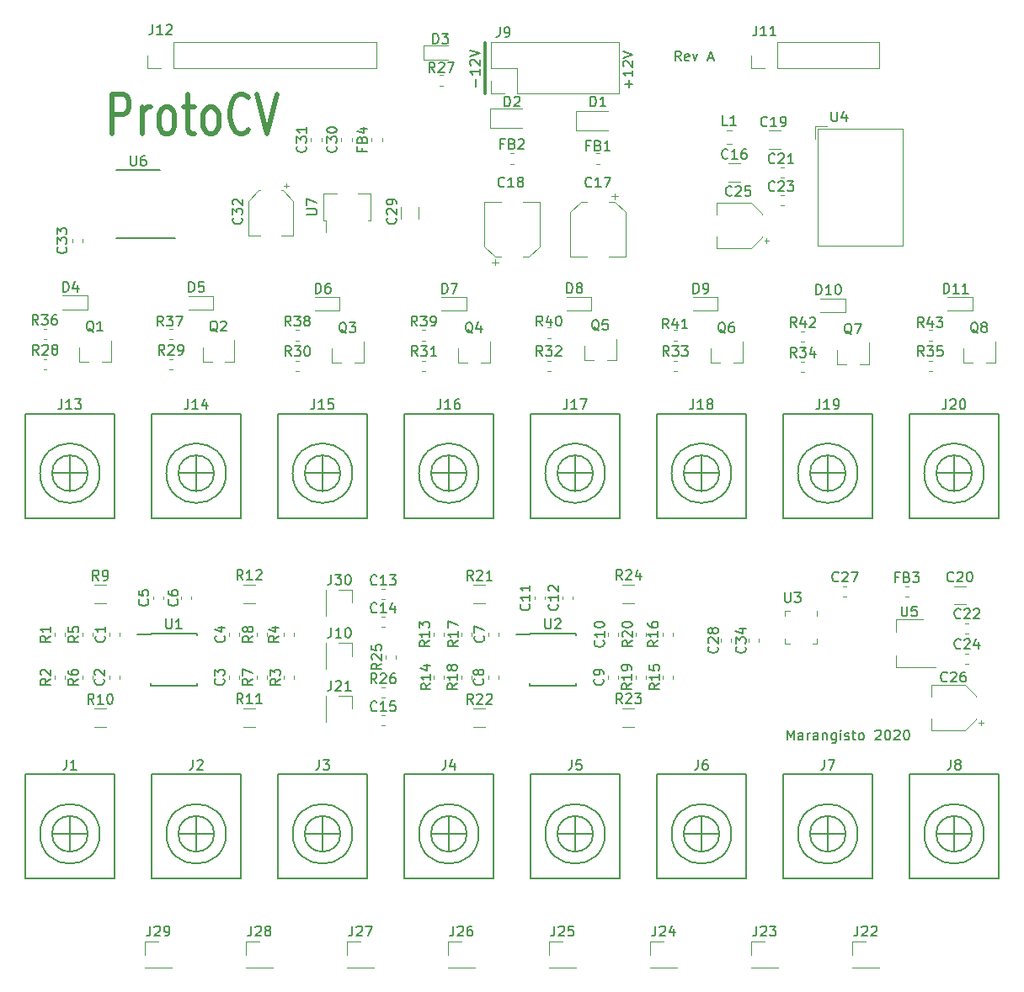
<source format=gbr>
G04 #@! TF.GenerationSoftware,KiCad,Pcbnew,(5.1.8)-1*
G04 #@! TF.CreationDate,2020-12-03T10:30:46+08:00*
G04 #@! TF.ProjectId,ProtoCV,50726f74-6f43-4562-9e6b-696361645f70,rev?*
G04 #@! TF.SameCoordinates,Original*
G04 #@! TF.FileFunction,Legend,Top*
G04 #@! TF.FilePolarity,Positive*
%FSLAX46Y46*%
G04 Gerber Fmt 4.6, Leading zero omitted, Abs format (unit mm)*
G04 Created by KiCad (PCBNEW (5.1.8)-1) date 2020-12-03 10:30:46*
%MOMM*%
%LPD*%
G01*
G04 APERTURE LIST*
%ADD10C,0.150000*%
%ADD11C,0.500000*%
%ADD12C,0.300000*%
%ADD13C,0.120000*%
G04 APERTURE END LIST*
D10*
X177522952Y-123007380D02*
X177522952Y-122007380D01*
X177856285Y-122721666D01*
X178189619Y-122007380D01*
X178189619Y-123007380D01*
X179094380Y-123007380D02*
X179094380Y-122483571D01*
X179046761Y-122388333D01*
X178951523Y-122340714D01*
X178761047Y-122340714D01*
X178665809Y-122388333D01*
X179094380Y-122959761D02*
X178999142Y-123007380D01*
X178761047Y-123007380D01*
X178665809Y-122959761D01*
X178618190Y-122864523D01*
X178618190Y-122769285D01*
X178665809Y-122674047D01*
X178761047Y-122626428D01*
X178999142Y-122626428D01*
X179094380Y-122578809D01*
X179570571Y-123007380D02*
X179570571Y-122340714D01*
X179570571Y-122531190D02*
X179618190Y-122435952D01*
X179665809Y-122388333D01*
X179761047Y-122340714D01*
X179856285Y-122340714D01*
X180618190Y-123007380D02*
X180618190Y-122483571D01*
X180570571Y-122388333D01*
X180475333Y-122340714D01*
X180284857Y-122340714D01*
X180189619Y-122388333D01*
X180618190Y-122959761D02*
X180522952Y-123007380D01*
X180284857Y-123007380D01*
X180189619Y-122959761D01*
X180142000Y-122864523D01*
X180142000Y-122769285D01*
X180189619Y-122674047D01*
X180284857Y-122626428D01*
X180522952Y-122626428D01*
X180618190Y-122578809D01*
X181094380Y-122340714D02*
X181094380Y-123007380D01*
X181094380Y-122435952D02*
X181142000Y-122388333D01*
X181237238Y-122340714D01*
X181380095Y-122340714D01*
X181475333Y-122388333D01*
X181522952Y-122483571D01*
X181522952Y-123007380D01*
X182427714Y-122340714D02*
X182427714Y-123150238D01*
X182380095Y-123245476D01*
X182332476Y-123293095D01*
X182237238Y-123340714D01*
X182094380Y-123340714D01*
X181999142Y-123293095D01*
X182427714Y-122959761D02*
X182332476Y-123007380D01*
X182142000Y-123007380D01*
X182046761Y-122959761D01*
X181999142Y-122912142D01*
X181951523Y-122816904D01*
X181951523Y-122531190D01*
X181999142Y-122435952D01*
X182046761Y-122388333D01*
X182142000Y-122340714D01*
X182332476Y-122340714D01*
X182427714Y-122388333D01*
X182903904Y-123007380D02*
X182903904Y-122340714D01*
X182903904Y-122007380D02*
X182856285Y-122055000D01*
X182903904Y-122102619D01*
X182951523Y-122055000D01*
X182903904Y-122007380D01*
X182903904Y-122102619D01*
X183332476Y-122959761D02*
X183427714Y-123007380D01*
X183618190Y-123007380D01*
X183713428Y-122959761D01*
X183761047Y-122864523D01*
X183761047Y-122816904D01*
X183713428Y-122721666D01*
X183618190Y-122674047D01*
X183475333Y-122674047D01*
X183380095Y-122626428D01*
X183332476Y-122531190D01*
X183332476Y-122483571D01*
X183380095Y-122388333D01*
X183475333Y-122340714D01*
X183618190Y-122340714D01*
X183713428Y-122388333D01*
X184046761Y-122340714D02*
X184427714Y-122340714D01*
X184189619Y-122007380D02*
X184189619Y-122864523D01*
X184237238Y-122959761D01*
X184332476Y-123007380D01*
X184427714Y-123007380D01*
X184903904Y-123007380D02*
X184808666Y-122959761D01*
X184761047Y-122912142D01*
X184713428Y-122816904D01*
X184713428Y-122531190D01*
X184761047Y-122435952D01*
X184808666Y-122388333D01*
X184903904Y-122340714D01*
X185046761Y-122340714D01*
X185142000Y-122388333D01*
X185189619Y-122435952D01*
X185237238Y-122531190D01*
X185237238Y-122816904D01*
X185189619Y-122912142D01*
X185142000Y-122959761D01*
X185046761Y-123007380D01*
X184903904Y-123007380D01*
X186380095Y-122102619D02*
X186427714Y-122055000D01*
X186522952Y-122007380D01*
X186761047Y-122007380D01*
X186856285Y-122055000D01*
X186903904Y-122102619D01*
X186951523Y-122197857D01*
X186951523Y-122293095D01*
X186903904Y-122435952D01*
X186332476Y-123007380D01*
X186951523Y-123007380D01*
X187570571Y-122007380D02*
X187665809Y-122007380D01*
X187761047Y-122055000D01*
X187808666Y-122102619D01*
X187856285Y-122197857D01*
X187903904Y-122388333D01*
X187903904Y-122626428D01*
X187856285Y-122816904D01*
X187808666Y-122912142D01*
X187761047Y-122959761D01*
X187665809Y-123007380D01*
X187570571Y-123007380D01*
X187475333Y-122959761D01*
X187427714Y-122912142D01*
X187380095Y-122816904D01*
X187332476Y-122626428D01*
X187332476Y-122388333D01*
X187380095Y-122197857D01*
X187427714Y-122102619D01*
X187475333Y-122055000D01*
X187570571Y-122007380D01*
X188284857Y-122102619D02*
X188332476Y-122055000D01*
X188427714Y-122007380D01*
X188665809Y-122007380D01*
X188761047Y-122055000D01*
X188808666Y-122102619D01*
X188856285Y-122197857D01*
X188856285Y-122293095D01*
X188808666Y-122435952D01*
X188237238Y-123007380D01*
X188856285Y-123007380D01*
X189475333Y-122007380D02*
X189570571Y-122007380D01*
X189665809Y-122055000D01*
X189713428Y-122102619D01*
X189761047Y-122197857D01*
X189808666Y-122388333D01*
X189808666Y-122626428D01*
X189761047Y-122816904D01*
X189713428Y-122912142D01*
X189665809Y-122959761D01*
X189570571Y-123007380D01*
X189475333Y-123007380D01*
X189380095Y-122959761D01*
X189332476Y-122912142D01*
X189284857Y-122816904D01*
X189237238Y-122626428D01*
X189237238Y-122388333D01*
X189284857Y-122197857D01*
X189332476Y-122102619D01*
X189380095Y-122055000D01*
X189475333Y-122007380D01*
X166838476Y-54681380D02*
X166505142Y-54205190D01*
X166267047Y-54681380D02*
X166267047Y-53681380D01*
X166648000Y-53681380D01*
X166743238Y-53729000D01*
X166790857Y-53776619D01*
X166838476Y-53871857D01*
X166838476Y-54014714D01*
X166790857Y-54109952D01*
X166743238Y-54157571D01*
X166648000Y-54205190D01*
X166267047Y-54205190D01*
X167648000Y-54633761D02*
X167552761Y-54681380D01*
X167362285Y-54681380D01*
X167267047Y-54633761D01*
X167219428Y-54538523D01*
X167219428Y-54157571D01*
X167267047Y-54062333D01*
X167362285Y-54014714D01*
X167552761Y-54014714D01*
X167648000Y-54062333D01*
X167695619Y-54157571D01*
X167695619Y-54252809D01*
X167219428Y-54348047D01*
X168028952Y-54014714D02*
X168267047Y-54681380D01*
X168505142Y-54014714D01*
X169600380Y-54395666D02*
X170076571Y-54395666D01*
X169505142Y-54681380D02*
X169838476Y-53681380D01*
X170171809Y-54681380D01*
D11*
X109657571Y-62007523D02*
X109657571Y-58007523D01*
X110800428Y-58007523D01*
X111086142Y-58198000D01*
X111229000Y-58388476D01*
X111371857Y-58769428D01*
X111371857Y-59340857D01*
X111229000Y-59721809D01*
X111086142Y-59912285D01*
X110800428Y-60102761D01*
X109657571Y-60102761D01*
X112657571Y-62007523D02*
X112657571Y-59340857D01*
X112657571Y-60102761D02*
X112800428Y-59721809D01*
X112943285Y-59531333D01*
X113229000Y-59340857D01*
X113514714Y-59340857D01*
X114943285Y-62007523D02*
X114657571Y-61817047D01*
X114514714Y-61626571D01*
X114371857Y-61245619D01*
X114371857Y-60102761D01*
X114514714Y-59721809D01*
X114657571Y-59531333D01*
X114943285Y-59340857D01*
X115371857Y-59340857D01*
X115657571Y-59531333D01*
X115800428Y-59721809D01*
X115943285Y-60102761D01*
X115943285Y-61245619D01*
X115800428Y-61626571D01*
X115657571Y-61817047D01*
X115371857Y-62007523D01*
X114943285Y-62007523D01*
X116800428Y-59340857D02*
X117943285Y-59340857D01*
X117229000Y-58007523D02*
X117229000Y-61436095D01*
X117371857Y-61817047D01*
X117657571Y-62007523D01*
X117943285Y-62007523D01*
X119371857Y-62007523D02*
X119086142Y-61817047D01*
X118943285Y-61626571D01*
X118800428Y-61245619D01*
X118800428Y-60102761D01*
X118943285Y-59721809D01*
X119086142Y-59531333D01*
X119371857Y-59340857D01*
X119800428Y-59340857D01*
X120086142Y-59531333D01*
X120229000Y-59721809D01*
X120371857Y-60102761D01*
X120371857Y-61245619D01*
X120229000Y-61626571D01*
X120086142Y-61817047D01*
X119800428Y-62007523D01*
X119371857Y-62007523D01*
X123371857Y-61626571D02*
X123229000Y-61817047D01*
X122800428Y-62007523D01*
X122514714Y-62007523D01*
X122086142Y-61817047D01*
X121800428Y-61436095D01*
X121657571Y-61055142D01*
X121514714Y-60293238D01*
X121514714Y-59721809D01*
X121657571Y-58959904D01*
X121800428Y-58578952D01*
X122086142Y-58198000D01*
X122514714Y-58007523D01*
X122800428Y-58007523D01*
X123229000Y-58198000D01*
X123371857Y-58388476D01*
X124229000Y-58007523D02*
X125229000Y-62007523D01*
X126229000Y-58007523D01*
D10*
X161615428Y-57387904D02*
X161615428Y-56626000D01*
X161996380Y-57006952D02*
X161234476Y-57006952D01*
X161996380Y-55626000D02*
X161996380Y-56197428D01*
X161996380Y-55911714D02*
X160996380Y-55911714D01*
X161139238Y-56006952D01*
X161234476Y-56102190D01*
X161282095Y-56197428D01*
X161091619Y-55245047D02*
X161044000Y-55197428D01*
X160996380Y-55102190D01*
X160996380Y-54864095D01*
X161044000Y-54768857D01*
X161091619Y-54721238D01*
X161186857Y-54673619D01*
X161282095Y-54673619D01*
X161424952Y-54721238D01*
X161996380Y-55292666D01*
X161996380Y-54673619D01*
X160996380Y-54387904D02*
X161996380Y-54054571D01*
X160996380Y-53721238D01*
X146248428Y-57260904D02*
X146248428Y-56499000D01*
X146629380Y-55499000D02*
X146629380Y-56070428D01*
X146629380Y-55784714D02*
X145629380Y-55784714D01*
X145772238Y-55879952D01*
X145867476Y-55975190D01*
X145915095Y-56070428D01*
X145724619Y-55118047D02*
X145677000Y-55070428D01*
X145629380Y-54975190D01*
X145629380Y-54737095D01*
X145677000Y-54641857D01*
X145724619Y-54594238D01*
X145819857Y-54546619D01*
X145915095Y-54546619D01*
X146057952Y-54594238D01*
X146629380Y-55165666D01*
X146629380Y-54546619D01*
X145629380Y-54260904D02*
X146629380Y-53927571D01*
X145629380Y-53594238D01*
D12*
X147193000Y-52832000D02*
X147193000Y-57912000D01*
D13*
X135647000Y-70755000D02*
X135417000Y-70755000D01*
X130927000Y-70755000D02*
X131157000Y-70755000D01*
X130927000Y-70755000D02*
X130927000Y-68035000D01*
X130927000Y-68035000D02*
X132237000Y-68035000D01*
X131157000Y-71895000D02*
X131157000Y-70755000D01*
X135647000Y-68035000D02*
X135647000Y-70755000D01*
X134337000Y-68035000D02*
X135647000Y-68035000D01*
X180541500Y-112810000D02*
X180541500Y-113285000D01*
X180541500Y-113285000D02*
X180066500Y-113285000D01*
X177321500Y-110540000D02*
X177321500Y-110065000D01*
X177321500Y-110065000D02*
X177796500Y-110065000D01*
X177321500Y-112810000D02*
X177321500Y-113285000D01*
X177321500Y-113285000D02*
X177796500Y-113285000D01*
X180541500Y-110540000D02*
X180541500Y-110065000D01*
X173645100Y-112829121D02*
X173645100Y-113154679D01*
X174665100Y-112829121D02*
X174665100Y-113154679D01*
X171445422Y-63067000D02*
X171962578Y-63067000D01*
X171445422Y-61647000D02*
X171962578Y-61647000D01*
X133791000Y-107885000D02*
X133791000Y-109215000D01*
X132461000Y-107885000D02*
X133791000Y-107885000D01*
X131191000Y-107885000D02*
X131191000Y-110545000D01*
X131191000Y-110545000D02*
X131131000Y-110545000D01*
X131191000Y-107885000D02*
X131131000Y-107885000D01*
X131131000Y-107885000D02*
X131131000Y-110545000D01*
X112970000Y-143280000D02*
X114300000Y-143280000D01*
X112970000Y-144610000D02*
X112970000Y-143280000D01*
X112970000Y-145880000D02*
X115630000Y-145880000D01*
X115630000Y-145880000D02*
X115630000Y-145940000D01*
X112970000Y-145880000D02*
X112970000Y-145940000D01*
X112970000Y-145940000D02*
X115630000Y-145940000D01*
X123130000Y-143280000D02*
X124460000Y-143280000D01*
X123130000Y-144610000D02*
X123130000Y-143280000D01*
X123130000Y-145880000D02*
X125790000Y-145880000D01*
X125790000Y-145880000D02*
X125790000Y-145940000D01*
X123130000Y-145880000D02*
X123130000Y-145940000D01*
X123130000Y-145940000D02*
X125790000Y-145940000D01*
X133290000Y-143280000D02*
X134620000Y-143280000D01*
X133290000Y-144610000D02*
X133290000Y-143280000D01*
X133290000Y-145880000D02*
X135950000Y-145880000D01*
X135950000Y-145880000D02*
X135950000Y-145940000D01*
X133290000Y-145880000D02*
X133290000Y-145940000D01*
X133290000Y-145940000D02*
X135950000Y-145940000D01*
X143450000Y-143280000D02*
X144780000Y-143280000D01*
X143450000Y-144610000D02*
X143450000Y-143280000D01*
X143450000Y-145880000D02*
X146110000Y-145880000D01*
X146110000Y-145880000D02*
X146110000Y-145940000D01*
X143450000Y-145880000D02*
X143450000Y-145940000D01*
X143450000Y-145940000D02*
X146110000Y-145940000D01*
X153610000Y-143280000D02*
X154940000Y-143280000D01*
X153610000Y-144610000D02*
X153610000Y-143280000D01*
X153610000Y-145880000D02*
X156270000Y-145880000D01*
X156270000Y-145880000D02*
X156270000Y-145940000D01*
X153610000Y-145880000D02*
X153610000Y-145940000D01*
X153610000Y-145940000D02*
X156270000Y-145940000D01*
X163770000Y-143280000D02*
X165100000Y-143280000D01*
X163770000Y-144610000D02*
X163770000Y-143280000D01*
X163770000Y-145880000D02*
X166430000Y-145880000D01*
X166430000Y-145880000D02*
X166430000Y-145940000D01*
X163770000Y-145880000D02*
X163770000Y-145940000D01*
X163770000Y-145940000D02*
X166430000Y-145940000D01*
X173930000Y-143280000D02*
X175260000Y-143280000D01*
X173930000Y-144610000D02*
X173930000Y-143280000D01*
X173930000Y-145880000D02*
X176590000Y-145880000D01*
X176590000Y-145880000D02*
X176590000Y-145940000D01*
X173930000Y-145880000D02*
X173930000Y-145940000D01*
X173930000Y-145940000D02*
X176590000Y-145940000D01*
X184090000Y-143280000D02*
X185420000Y-143280000D01*
X184090000Y-144610000D02*
X184090000Y-143280000D01*
X184090000Y-145880000D02*
X186750000Y-145880000D01*
X186750000Y-145880000D02*
X186750000Y-145940000D01*
X184090000Y-145880000D02*
X184090000Y-145940000D01*
X184090000Y-145940000D02*
X186750000Y-145940000D01*
X133791000Y-118553000D02*
X133791000Y-119883000D01*
X132461000Y-118553000D02*
X133791000Y-118553000D01*
X131191000Y-118553000D02*
X131191000Y-121213000D01*
X131191000Y-121213000D02*
X131131000Y-121213000D01*
X131191000Y-118553000D02*
X131131000Y-118553000D01*
X131131000Y-118553000D02*
X131131000Y-121213000D01*
X133791000Y-113224000D02*
X133791000Y-114554000D01*
X132461000Y-113224000D02*
X133791000Y-113224000D01*
X131191000Y-113224000D02*
X131191000Y-115884000D01*
X131191000Y-115884000D02*
X131131000Y-115884000D01*
X131191000Y-113224000D02*
X131131000Y-113224000D01*
X131131000Y-113224000D02*
X131131000Y-115884000D01*
D10*
X116018000Y-72538000D02*
X110043000Y-72538000D01*
X114493000Y-65638000D02*
X110043000Y-65638000D01*
D13*
X188454500Y-115707000D02*
X188454500Y-114507000D01*
X192454500Y-115707000D02*
X188454500Y-115707000D01*
X188454500Y-110907000D02*
X191154500Y-110907000D01*
X188454500Y-112107000D02*
X188454500Y-110907000D01*
X180326000Y-61286000D02*
X180326000Y-62526000D01*
X181566000Y-61286000D02*
X180326000Y-61286000D01*
X189186000Y-73247000D02*
X180566000Y-73247000D01*
X189186000Y-61526000D02*
X180566000Y-61526000D01*
X180566000Y-61526000D02*
X180566000Y-73247000D01*
X189186000Y-61526000D02*
X189186000Y-73247000D01*
D10*
X151629400Y-112416000D02*
X150279400Y-112416000D01*
X151629400Y-117541000D02*
X156279400Y-117541000D01*
X151629400Y-112291000D02*
X156279400Y-112291000D01*
X151629400Y-117541000D02*
X151629400Y-117316000D01*
X156279400Y-117541000D02*
X156279400Y-117316000D01*
X156279400Y-112291000D02*
X156279400Y-112516000D01*
X151629400Y-112291000D02*
X151629400Y-112416000D01*
X113504000Y-112416000D02*
X112154000Y-112416000D01*
X113504000Y-117541000D02*
X118154000Y-117541000D01*
X113504000Y-112291000D02*
X118154000Y-112291000D01*
X113504000Y-117541000D02*
X113504000Y-117316000D01*
X118154000Y-117541000D02*
X118154000Y-117316000D01*
X118154000Y-112291000D02*
X118154000Y-112516000D01*
X113504000Y-112291000D02*
X113504000Y-112416000D01*
D13*
X192074779Y-81786000D02*
X191749221Y-81786000D01*
X192074779Y-82806000D02*
X191749221Y-82806000D01*
X179266779Y-81913000D02*
X178941221Y-81913000D01*
X179266779Y-82933000D02*
X178941221Y-82933000D01*
X166439779Y-81786000D02*
X166114221Y-81786000D01*
X166439779Y-82806000D02*
X166114221Y-82806000D01*
X153726779Y-81532000D02*
X153401221Y-81532000D01*
X153726779Y-82552000D02*
X153401221Y-82552000D01*
X141166779Y-81786000D02*
X140841221Y-81786000D01*
X141166779Y-82806000D02*
X140841221Y-82806000D01*
X128446779Y-81786000D02*
X128121221Y-81786000D01*
X128446779Y-82806000D02*
X128121221Y-82806000D01*
X115729779Y-81659000D02*
X115404221Y-81659000D01*
X115729779Y-82679000D02*
X115404221Y-82679000D01*
X103073779Y-81659000D02*
X102748221Y-81659000D01*
X103073779Y-82679000D02*
X102748221Y-82679000D01*
X191749221Y-85863000D02*
X192074779Y-85863000D01*
X191749221Y-84843000D02*
X192074779Y-84843000D01*
X178941221Y-85990000D02*
X179266779Y-85990000D01*
X178941221Y-84970000D02*
X179266779Y-84970000D01*
X166114221Y-85863000D02*
X166439779Y-85863000D01*
X166114221Y-84843000D02*
X166439779Y-84843000D01*
X153401221Y-85863000D02*
X153726779Y-85863000D01*
X153401221Y-84843000D02*
X153726779Y-84843000D01*
X140841221Y-85863000D02*
X141166779Y-85863000D01*
X140841221Y-84843000D02*
X141166779Y-84843000D01*
X128121221Y-85863000D02*
X128446779Y-85863000D01*
X128121221Y-84843000D02*
X128446779Y-84843000D01*
X115404221Y-85736000D02*
X115729779Y-85736000D01*
X115404221Y-84716000D02*
X115729779Y-84716000D01*
X102748221Y-85736000D02*
X103073779Y-85736000D01*
X102748221Y-84716000D02*
X103073779Y-84716000D01*
X142585221Y-57152000D02*
X142910779Y-57152000D01*
X142585221Y-56132000D02*
X142910779Y-56132000D01*
X137068779Y-117722000D02*
X136743221Y-117722000D01*
X137068779Y-118742000D02*
X136743221Y-118742000D01*
X137158000Y-114513221D02*
X137158000Y-114838779D01*
X138178000Y-114513221D02*
X138178000Y-114838779D01*
X162176464Y-107402000D02*
X160972336Y-107402000D01*
X162176464Y-109222000D02*
X160972336Y-109222000D01*
X162176464Y-119848000D02*
X160972336Y-119848000D01*
X162176464Y-121668000D02*
X160972336Y-121668000D01*
X145986336Y-121668000D02*
X147190464Y-121668000D01*
X145986336Y-119848000D02*
X147190464Y-119848000D01*
X145986336Y-109222000D02*
X147190464Y-109222000D01*
X145986336Y-107402000D02*
X147190464Y-107402000D01*
X162334400Y-112213221D02*
X162334400Y-112538779D01*
X163354400Y-112213221D02*
X163354400Y-112538779D01*
X163354400Y-116856779D02*
X163354400Y-116531221D01*
X162334400Y-116856779D02*
X162334400Y-116531221D01*
X145828400Y-116856779D02*
X145828400Y-116531221D01*
X144808400Y-116856779D02*
X144808400Y-116531221D01*
X144808400Y-112213221D02*
X144808400Y-112538779D01*
X145828400Y-112213221D02*
X145828400Y-112538779D01*
X166021400Y-112538779D02*
X166021400Y-112213221D01*
X165001400Y-112538779D02*
X165001400Y-112213221D01*
X165001400Y-116531221D02*
X165001400Y-116856779D01*
X166021400Y-116531221D02*
X166021400Y-116856779D01*
X142014400Y-116531221D02*
X142014400Y-116856779D01*
X143034400Y-116531221D02*
X143034400Y-116856779D01*
X143034400Y-112538779D02*
X143034400Y-112213221D01*
X142014400Y-112538779D02*
X142014400Y-112213221D01*
X124051064Y-107402000D02*
X122846936Y-107402000D01*
X124051064Y-109222000D02*
X122846936Y-109222000D01*
X124051064Y-119848000D02*
X122846936Y-119848000D01*
X124051064Y-121668000D02*
X122846936Y-121668000D01*
X107860936Y-121668000D02*
X109065064Y-121668000D01*
X107860936Y-119848000D02*
X109065064Y-119848000D01*
X107860936Y-109222000D02*
X109065064Y-109222000D01*
X107860936Y-107402000D02*
X109065064Y-107402000D01*
X124209000Y-112213221D02*
X124209000Y-112538779D01*
X125229000Y-112213221D02*
X125229000Y-112538779D01*
X125229000Y-116856779D02*
X125229000Y-116531221D01*
X124209000Y-116856779D02*
X124209000Y-116531221D01*
X107703000Y-116856779D02*
X107703000Y-116531221D01*
X106683000Y-116856779D02*
X106683000Y-116531221D01*
X106683000Y-112213221D02*
X106683000Y-112538779D01*
X107703000Y-112213221D02*
X107703000Y-112538779D01*
X127896000Y-112538779D02*
X127896000Y-112213221D01*
X126876000Y-112538779D02*
X126876000Y-112213221D01*
X126876000Y-116531221D02*
X126876000Y-116856779D01*
X127896000Y-116531221D02*
X127896000Y-116856779D01*
X103889000Y-116531221D02*
X103889000Y-116856779D01*
X104909000Y-116531221D02*
X104909000Y-116856779D01*
X104909000Y-112538779D02*
X104909000Y-112213221D01*
X103889000Y-112538779D02*
X103889000Y-112213221D01*
X195270000Y-85088000D02*
X195270000Y-83628000D01*
X198430000Y-85088000D02*
X198430000Y-82928000D01*
X198430000Y-85088000D02*
X197500000Y-85088000D01*
X195270000Y-85088000D02*
X196200000Y-85088000D01*
X182570000Y-85215000D02*
X182570000Y-83755000D01*
X185730000Y-85215000D02*
X185730000Y-83055000D01*
X185730000Y-85215000D02*
X184800000Y-85215000D01*
X182570000Y-85215000D02*
X183500000Y-85215000D01*
X169870000Y-85088000D02*
X169870000Y-83628000D01*
X173030000Y-85088000D02*
X173030000Y-82928000D01*
X173030000Y-85088000D02*
X172100000Y-85088000D01*
X169870000Y-85088000D02*
X170800000Y-85088000D01*
X157170000Y-84834000D02*
X157170000Y-83374000D01*
X160330000Y-84834000D02*
X160330000Y-82674000D01*
X160330000Y-84834000D02*
X159400000Y-84834000D01*
X157170000Y-84834000D02*
X158100000Y-84834000D01*
X144470000Y-85088000D02*
X144470000Y-83628000D01*
X147630000Y-85088000D02*
X147630000Y-82928000D01*
X147630000Y-85088000D02*
X146700000Y-85088000D01*
X144470000Y-85088000D02*
X145400000Y-85088000D01*
X131770000Y-85088000D02*
X131770000Y-83628000D01*
X134930000Y-85088000D02*
X134930000Y-82928000D01*
X134930000Y-85088000D02*
X134000000Y-85088000D01*
X131770000Y-85088000D02*
X132700000Y-85088000D01*
X118800000Y-84961000D02*
X118800000Y-83501000D01*
X121960000Y-84961000D02*
X121960000Y-82801000D01*
X121960000Y-84961000D02*
X121030000Y-84961000D01*
X118800000Y-84961000D02*
X119730000Y-84961000D01*
X106370000Y-84970000D02*
X106370000Y-83510000D01*
X109530000Y-84970000D02*
X109530000Y-82810000D01*
X109530000Y-84970000D02*
X108600000Y-84970000D01*
X106370000Y-84970000D02*
X107300000Y-84970000D01*
D10*
X196110000Y-96172000D02*
G75*
G03*
X196110000Y-96172000I-1800000J0D01*
G01*
X197316659Y-96172000D02*
G75*
G03*
X197316659Y-96172000I-3006659J0D01*
G01*
X189810000Y-90172000D02*
X189810000Y-100672000D01*
X198810000Y-90172000D02*
X189810000Y-90172000D01*
X198810000Y-100672000D02*
X198810000Y-90172000D01*
X189810000Y-100672000D02*
X198810000Y-100672000D01*
X194310000Y-94372000D02*
X194310000Y-97972000D01*
X196110000Y-96172000D02*
X192510000Y-96172000D01*
X183410000Y-96172000D02*
G75*
G03*
X183410000Y-96172000I-1800000J0D01*
G01*
X184616659Y-96172000D02*
G75*
G03*
X184616659Y-96172000I-3006659J0D01*
G01*
X177110000Y-90172000D02*
X177110000Y-100672000D01*
X186110000Y-90172000D02*
X177110000Y-90172000D01*
X186110000Y-100672000D02*
X186110000Y-90172000D01*
X177110000Y-100672000D02*
X186110000Y-100672000D01*
X181610000Y-94372000D02*
X181610000Y-97972000D01*
X183410000Y-96172000D02*
X179810000Y-96172000D01*
X170710000Y-96172000D02*
G75*
G03*
X170710000Y-96172000I-1800000J0D01*
G01*
X171916659Y-96172000D02*
G75*
G03*
X171916659Y-96172000I-3006659J0D01*
G01*
X164410000Y-90172000D02*
X164410000Y-100672000D01*
X173410000Y-90172000D02*
X164410000Y-90172000D01*
X173410000Y-100672000D02*
X173410000Y-90172000D01*
X164410000Y-100672000D02*
X173410000Y-100672000D01*
X168910000Y-94372000D02*
X168910000Y-97972000D01*
X170710000Y-96172000D02*
X167110000Y-96172000D01*
X158010000Y-96172000D02*
G75*
G03*
X158010000Y-96172000I-1800000J0D01*
G01*
X159216659Y-96172000D02*
G75*
G03*
X159216659Y-96172000I-3006659J0D01*
G01*
X151710000Y-90172000D02*
X151710000Y-100672000D01*
X160710000Y-90172000D02*
X151710000Y-90172000D01*
X160710000Y-100672000D02*
X160710000Y-90172000D01*
X151710000Y-100672000D02*
X160710000Y-100672000D01*
X156210000Y-94372000D02*
X156210000Y-97972000D01*
X158010000Y-96172000D02*
X154410000Y-96172000D01*
X145310000Y-96172000D02*
G75*
G03*
X145310000Y-96172000I-1800000J0D01*
G01*
X146516659Y-96172000D02*
G75*
G03*
X146516659Y-96172000I-3006659J0D01*
G01*
X139010000Y-90172000D02*
X139010000Y-100672000D01*
X148010000Y-90172000D02*
X139010000Y-90172000D01*
X148010000Y-100672000D02*
X148010000Y-90172000D01*
X139010000Y-100672000D02*
X148010000Y-100672000D01*
X143510000Y-94372000D02*
X143510000Y-97972000D01*
X145310000Y-96172000D02*
X141710000Y-96172000D01*
X132610000Y-96172000D02*
G75*
G03*
X132610000Y-96172000I-1800000J0D01*
G01*
X133816659Y-96172000D02*
G75*
G03*
X133816659Y-96172000I-3006659J0D01*
G01*
X126310000Y-90172000D02*
X126310000Y-100672000D01*
X135310000Y-90172000D02*
X126310000Y-90172000D01*
X135310000Y-100672000D02*
X135310000Y-90172000D01*
X126310000Y-100672000D02*
X135310000Y-100672000D01*
X130810000Y-94372000D02*
X130810000Y-97972000D01*
X132610000Y-96172000D02*
X129010000Y-96172000D01*
X119910000Y-96172000D02*
G75*
G03*
X119910000Y-96172000I-1800000J0D01*
G01*
X121116659Y-96172000D02*
G75*
G03*
X121116659Y-96172000I-3006659J0D01*
G01*
X113610000Y-90172000D02*
X113610000Y-100672000D01*
X122610000Y-90172000D02*
X113610000Y-90172000D01*
X122610000Y-100672000D02*
X122610000Y-90172000D01*
X113610000Y-100672000D02*
X122610000Y-100672000D01*
X118110000Y-94372000D02*
X118110000Y-97972000D01*
X119910000Y-96172000D02*
X116310000Y-96172000D01*
X107210000Y-96172000D02*
G75*
G03*
X107210000Y-96172000I-1800000J0D01*
G01*
X108416659Y-96172000D02*
G75*
G03*
X108416659Y-96172000I-3006659J0D01*
G01*
X100910000Y-90172000D02*
X100910000Y-100672000D01*
X109910000Y-90172000D02*
X100910000Y-90172000D01*
X109910000Y-100672000D02*
X109910000Y-90172000D01*
X100910000Y-100672000D02*
X109910000Y-100672000D01*
X105410000Y-94372000D02*
X105410000Y-97972000D01*
X107210000Y-96172000D02*
X103610000Y-96172000D01*
D13*
X113224000Y-55432000D02*
X113224000Y-54102000D01*
X114554000Y-55432000D02*
X113224000Y-55432000D01*
X115824000Y-55432000D02*
X115824000Y-52772000D01*
X115824000Y-52772000D02*
X136204000Y-52772000D01*
X115824000Y-55432000D02*
X136204000Y-55432000D01*
X136204000Y-55432000D02*
X136204000Y-52772000D01*
X173930000Y-55432000D02*
X173930000Y-54102000D01*
X175260000Y-55432000D02*
X173930000Y-55432000D01*
X176530000Y-55432000D02*
X176530000Y-52772000D01*
X176530000Y-52772000D02*
X186750000Y-52772000D01*
X176530000Y-55432000D02*
X186750000Y-55432000D01*
X186750000Y-55432000D02*
X186750000Y-52772000D01*
X147768000Y-57982000D02*
X147768000Y-56652000D01*
X149098000Y-57982000D02*
X147768000Y-57982000D01*
X147768000Y-55382000D02*
X147768000Y-52782000D01*
X150368000Y-55382000D02*
X147768000Y-55382000D01*
X150368000Y-57982000D02*
X150368000Y-55382000D01*
X147768000Y-52782000D02*
X160588000Y-52782000D01*
X150368000Y-57982000D02*
X160588000Y-57982000D01*
X160588000Y-57982000D02*
X160588000Y-52782000D01*
D10*
X196110000Y-132460000D02*
G75*
G03*
X196110000Y-132460000I-1800000J0D01*
G01*
X197316659Y-132460000D02*
G75*
G03*
X197316659Y-132460000I-3006659J0D01*
G01*
X189810000Y-126460000D02*
X189810000Y-136960000D01*
X198810000Y-126460000D02*
X189810000Y-126460000D01*
X198810000Y-136960000D02*
X198810000Y-126460000D01*
X189810000Y-136960000D02*
X198810000Y-136960000D01*
X194310000Y-130660000D02*
X194310000Y-134260000D01*
X196110000Y-132460000D02*
X192510000Y-132460000D01*
X183410000Y-132460000D02*
G75*
G03*
X183410000Y-132460000I-1800000J0D01*
G01*
X184616659Y-132460000D02*
G75*
G03*
X184616659Y-132460000I-3006659J0D01*
G01*
X177110000Y-126460000D02*
X177110000Y-136960000D01*
X186110000Y-126460000D02*
X177110000Y-126460000D01*
X186110000Y-136960000D02*
X186110000Y-126460000D01*
X177110000Y-136960000D02*
X186110000Y-136960000D01*
X181610000Y-130660000D02*
X181610000Y-134260000D01*
X183410000Y-132460000D02*
X179810000Y-132460000D01*
X170710000Y-132460000D02*
G75*
G03*
X170710000Y-132460000I-1800000J0D01*
G01*
X171916659Y-132460000D02*
G75*
G03*
X171916659Y-132460000I-3006659J0D01*
G01*
X164410000Y-126460000D02*
X164410000Y-136960000D01*
X173410000Y-126460000D02*
X164410000Y-126460000D01*
X173410000Y-136960000D02*
X173410000Y-126460000D01*
X164410000Y-136960000D02*
X173410000Y-136960000D01*
X168910000Y-130660000D02*
X168910000Y-134260000D01*
X170710000Y-132460000D02*
X167110000Y-132460000D01*
X158010000Y-132460000D02*
G75*
G03*
X158010000Y-132460000I-1800000J0D01*
G01*
X159216659Y-132460000D02*
G75*
G03*
X159216659Y-132460000I-3006659J0D01*
G01*
X151710000Y-126460000D02*
X151710000Y-136960000D01*
X160710000Y-126460000D02*
X151710000Y-126460000D01*
X160710000Y-136960000D02*
X160710000Y-126460000D01*
X151710000Y-136960000D02*
X160710000Y-136960000D01*
X156210000Y-130660000D02*
X156210000Y-134260000D01*
X158010000Y-132460000D02*
X154410000Y-132460000D01*
X145310000Y-132460000D02*
G75*
G03*
X145310000Y-132460000I-1800000J0D01*
G01*
X146516659Y-132460000D02*
G75*
G03*
X146516659Y-132460000I-3006659J0D01*
G01*
X139010000Y-126460000D02*
X139010000Y-136960000D01*
X148010000Y-126460000D02*
X139010000Y-126460000D01*
X148010000Y-136960000D02*
X148010000Y-126460000D01*
X139010000Y-136960000D02*
X148010000Y-136960000D01*
X143510000Y-130660000D02*
X143510000Y-134260000D01*
X145310000Y-132460000D02*
X141710000Y-132460000D01*
X132610000Y-132460000D02*
G75*
G03*
X132610000Y-132460000I-1800000J0D01*
G01*
X133816659Y-132460000D02*
G75*
G03*
X133816659Y-132460000I-3006659J0D01*
G01*
X126310000Y-126460000D02*
X126310000Y-136960000D01*
X135310000Y-126460000D02*
X126310000Y-126460000D01*
X135310000Y-136960000D02*
X135310000Y-126460000D01*
X126310000Y-136960000D02*
X135310000Y-136960000D01*
X130810000Y-130660000D02*
X130810000Y-134260000D01*
X132610000Y-132460000D02*
X129010000Y-132460000D01*
X119910000Y-132460000D02*
G75*
G03*
X119910000Y-132460000I-1800000J0D01*
G01*
X121116659Y-132460000D02*
G75*
G03*
X121116659Y-132460000I-3006659J0D01*
G01*
X113610000Y-126460000D02*
X113610000Y-136960000D01*
X122610000Y-126460000D02*
X113610000Y-126460000D01*
X122610000Y-136960000D02*
X122610000Y-126460000D01*
X113610000Y-136960000D02*
X122610000Y-136960000D01*
X118110000Y-130660000D02*
X118110000Y-134260000D01*
X119910000Y-132460000D02*
X116310000Y-132460000D01*
X107210000Y-132460000D02*
G75*
G03*
X107210000Y-132460000I-1800000J0D01*
G01*
X108416659Y-132460000D02*
G75*
G03*
X108416659Y-132460000I-3006659J0D01*
G01*
X100910000Y-126460000D02*
X100910000Y-136960000D01*
X109910000Y-126460000D02*
X100910000Y-126460000D01*
X109910000Y-136960000D02*
X109910000Y-126460000D01*
X100910000Y-136960000D02*
X109910000Y-136960000D01*
X105410000Y-130660000D02*
X105410000Y-134260000D01*
X107210000Y-132460000D02*
X103610000Y-132460000D01*
D13*
X136781000Y-62773779D02*
X136781000Y-62448221D01*
X135761000Y-62773779D02*
X135761000Y-62448221D01*
X189710279Y-108587000D02*
X189384721Y-108587000D01*
X189710279Y-107567000D02*
X189384721Y-107567000D01*
X149697221Y-65026000D02*
X150022779Y-65026000D01*
X149697221Y-64006000D02*
X150022779Y-64006000D01*
X158658779Y-64006000D02*
X158333221Y-64006000D01*
X158658779Y-65026000D02*
X158333221Y-65026000D01*
X196157000Y-78466000D02*
X193672000Y-78466000D01*
X196157000Y-79836000D02*
X196157000Y-78466000D01*
X193672000Y-79836000D02*
X196157000Y-79836000D01*
X183349000Y-78593000D02*
X180864000Y-78593000D01*
X183349000Y-79963000D02*
X183349000Y-78593000D01*
X180864000Y-79963000D02*
X183349000Y-79963000D01*
X170522000Y-78466000D02*
X168037000Y-78466000D01*
X170522000Y-79836000D02*
X170522000Y-78466000D01*
X168037000Y-79836000D02*
X170522000Y-79836000D01*
X157809000Y-78442000D02*
X155324000Y-78442000D01*
X157809000Y-79812000D02*
X157809000Y-78442000D01*
X155324000Y-79812000D02*
X157809000Y-79812000D01*
X145249000Y-78466000D02*
X142764000Y-78466000D01*
X145249000Y-79836000D02*
X145249000Y-78466000D01*
X142764000Y-79836000D02*
X145249000Y-79836000D01*
X132529000Y-78466000D02*
X130044000Y-78466000D01*
X132529000Y-79836000D02*
X132529000Y-78466000D01*
X130044000Y-79836000D02*
X132529000Y-79836000D01*
X119812000Y-78339000D02*
X117327000Y-78339000D01*
X119812000Y-79709000D02*
X119812000Y-78339000D01*
X117327000Y-79709000D02*
X119812000Y-79709000D01*
X107156000Y-78309000D02*
X104671000Y-78309000D01*
X107156000Y-79679000D02*
X107156000Y-78309000D01*
X104671000Y-79679000D02*
X107156000Y-79679000D01*
X140961000Y-54539000D02*
X143446000Y-54539000D01*
X140961000Y-53169000D02*
X140961000Y-54539000D01*
X143446000Y-53169000D02*
X140961000Y-53169000D01*
X147660000Y-61452000D02*
X147660000Y-59452000D01*
X147660000Y-61452000D02*
X150860000Y-61452000D01*
X150860000Y-59452000D02*
X147660000Y-59452000D01*
X156296000Y-61706000D02*
X156296000Y-59706000D01*
X156296000Y-61706000D02*
X159496000Y-61706000D01*
X159496000Y-59706000D02*
X156296000Y-59706000D01*
X105662000Y-72608221D02*
X105662000Y-72933779D01*
X106682000Y-72608221D02*
X106682000Y-72933779D01*
X127413000Y-67227000D02*
X126913000Y-67227000D01*
X127163000Y-66977000D02*
X127163000Y-67477000D01*
X124407437Y-67717000D02*
X123343000Y-68781437D01*
X126798563Y-67717000D02*
X127863000Y-68781437D01*
X126798563Y-67717000D02*
X126663000Y-67717000D01*
X124407437Y-67717000D02*
X124543000Y-67717000D01*
X123343000Y-68781437D02*
X123343000Y-72237000D01*
X127863000Y-68781437D02*
X127863000Y-72237000D01*
X127863000Y-72237000D02*
X126663000Y-72237000D01*
X123343000Y-72237000D02*
X124543000Y-72237000D01*
X130685000Y-62773779D02*
X130685000Y-62448221D01*
X129665000Y-62773779D02*
X129665000Y-62448221D01*
X133733000Y-62773779D02*
X133733000Y-62448221D01*
X132713000Y-62773779D02*
X132713000Y-62448221D01*
X138663000Y-69374936D02*
X138663000Y-70579064D01*
X140483000Y-69374936D02*
X140483000Y-70579064D01*
X170851100Y-112829121D02*
X170851100Y-113154679D01*
X171871100Y-112829121D02*
X171871100Y-113154679D01*
X183161721Y-108587000D02*
X183487279Y-108587000D01*
X183161721Y-107567000D02*
X183487279Y-107567000D01*
X191986500Y-117501000D02*
X191986500Y-118701000D01*
X191986500Y-122021000D02*
X191986500Y-120821000D01*
X195442063Y-122021000D02*
X191986500Y-122021000D01*
X195442063Y-117501000D02*
X191986500Y-117501000D01*
X196506500Y-118565437D02*
X196506500Y-118701000D01*
X196506500Y-120956563D02*
X196506500Y-120821000D01*
X196506500Y-120956563D02*
X195442063Y-122021000D01*
X196506500Y-118565437D02*
X195442063Y-117501000D01*
X197246500Y-121321000D02*
X196746500Y-121321000D01*
X196996500Y-121571000D02*
X196996500Y-121071000D01*
X175470000Y-73057000D02*
X175470000Y-72557000D01*
X175720000Y-72807000D02*
X175220000Y-72807000D01*
X174980000Y-70051437D02*
X173915563Y-68987000D01*
X174980000Y-72442563D02*
X173915563Y-73507000D01*
X174980000Y-72442563D02*
X174980000Y-72307000D01*
X174980000Y-70051437D02*
X174980000Y-70187000D01*
X173915563Y-68987000D02*
X170460000Y-68987000D01*
X173915563Y-73507000D02*
X170460000Y-73507000D01*
X170460000Y-73507000D02*
X170460000Y-72307000D01*
X170460000Y-68987000D02*
X170460000Y-70187000D01*
X195443721Y-115341000D02*
X195769279Y-115341000D01*
X195443721Y-114321000D02*
X195769279Y-114321000D01*
X177200779Y-68197000D02*
X176875221Y-68197000D01*
X177200779Y-69217000D02*
X176875221Y-69217000D01*
X195443721Y-111273000D02*
X195769279Y-111273000D01*
X195443721Y-112293000D02*
X195769279Y-112293000D01*
X177200779Y-65403000D02*
X176875221Y-65403000D01*
X177200779Y-66423000D02*
X176875221Y-66423000D01*
X194279436Y-109368000D02*
X195483564Y-109368000D01*
X194279436Y-107548000D02*
X195483564Y-107548000D01*
X176878064Y-61701000D02*
X175673936Y-61701000D01*
X176878064Y-63521000D02*
X175673936Y-63521000D01*
X147862500Y-74940500D02*
X148487500Y-74940500D01*
X148175000Y-75253000D02*
X148175000Y-74628000D01*
X151555563Y-74388000D02*
X152620000Y-73323563D01*
X148164437Y-74388000D02*
X147100000Y-73323563D01*
X148164437Y-74388000D02*
X148800000Y-74388000D01*
X151555563Y-74388000D02*
X150920000Y-74388000D01*
X152620000Y-73323563D02*
X152620000Y-68868000D01*
X147100000Y-73323563D02*
X147100000Y-68868000D01*
X147100000Y-68868000D02*
X148800000Y-68868000D01*
X152620000Y-68868000D02*
X150920000Y-68868000D01*
X160493500Y-68315500D02*
X159868500Y-68315500D01*
X160181000Y-68003000D02*
X160181000Y-68628000D01*
X156800437Y-68868000D02*
X155736000Y-69932437D01*
X160191563Y-68868000D02*
X161256000Y-69932437D01*
X160191563Y-68868000D02*
X159556000Y-68868000D01*
X156800437Y-68868000D02*
X157436000Y-68868000D01*
X155736000Y-69932437D02*
X155736000Y-74388000D01*
X161256000Y-69932437D02*
X161256000Y-74388000D01*
X161256000Y-74388000D02*
X159556000Y-74388000D01*
X155736000Y-74388000D02*
X157436000Y-74388000D01*
X171609936Y-66823000D02*
X172814064Y-66823000D01*
X171609936Y-65003000D02*
X172814064Y-65003000D01*
X137068779Y-120516000D02*
X136743221Y-120516000D01*
X137068779Y-121536000D02*
X136743221Y-121536000D01*
X137068779Y-110610000D02*
X136743221Y-110610000D01*
X137068779Y-111630000D02*
X136743221Y-111630000D01*
X137068779Y-107816000D02*
X136743221Y-107816000D01*
X137068779Y-108836000D02*
X136743221Y-108836000D01*
X154938000Y-108549221D02*
X154938000Y-108874779D01*
X155958000Y-108549221D02*
X155958000Y-108874779D01*
X153164000Y-108874779D02*
X153164000Y-108549221D01*
X152144000Y-108874779D02*
X152144000Y-108549221D01*
X159540400Y-112213221D02*
X159540400Y-112538779D01*
X160560400Y-112213221D02*
X160560400Y-112538779D01*
X160560400Y-116856779D02*
X160560400Y-116531221D01*
X159540400Y-116856779D02*
X159540400Y-116531221D01*
X148495400Y-116856779D02*
X148495400Y-116531221D01*
X147475400Y-116856779D02*
X147475400Y-116531221D01*
X147475400Y-112213221D02*
X147475400Y-112538779D01*
X148495400Y-112213221D02*
X148495400Y-112538779D01*
X116584000Y-108549221D02*
X116584000Y-108874779D01*
X117604000Y-108549221D02*
X117604000Y-108874779D01*
X114810000Y-108874779D02*
X114810000Y-108549221D01*
X113790000Y-108874779D02*
X113790000Y-108549221D01*
X121415000Y-112213221D02*
X121415000Y-112538779D01*
X122435000Y-112213221D02*
X122435000Y-112538779D01*
X122435000Y-116856779D02*
X122435000Y-116531221D01*
X121415000Y-116856779D02*
X121415000Y-116531221D01*
X110370000Y-116856779D02*
X110370000Y-116531221D01*
X109350000Y-116856779D02*
X109350000Y-116531221D01*
X109350000Y-112213221D02*
X109350000Y-112538779D01*
X110370000Y-112213221D02*
X110370000Y-112538779D01*
D10*
X129239380Y-70156904D02*
X130048904Y-70156904D01*
X130144142Y-70109285D01*
X130191761Y-70061666D01*
X130239380Y-69966428D01*
X130239380Y-69775952D01*
X130191761Y-69680714D01*
X130144142Y-69633095D01*
X130048904Y-69585476D01*
X129239380Y-69585476D01*
X129239380Y-69204523D02*
X129239380Y-68537857D01*
X130239380Y-68966428D01*
X177292095Y-108164380D02*
X177292095Y-108973904D01*
X177339714Y-109069142D01*
X177387333Y-109116761D01*
X177482571Y-109164380D01*
X177673047Y-109164380D01*
X177768285Y-109116761D01*
X177815904Y-109069142D01*
X177863523Y-108973904D01*
X177863523Y-108164380D01*
X178244476Y-108164380D02*
X178863523Y-108164380D01*
X178530190Y-108545333D01*
X178673047Y-108545333D01*
X178768285Y-108592952D01*
X178815904Y-108640571D01*
X178863523Y-108735809D01*
X178863523Y-108973904D01*
X178815904Y-109069142D01*
X178768285Y-109116761D01*
X178673047Y-109164380D01*
X178387333Y-109164380D01*
X178292095Y-109116761D01*
X178244476Y-109069142D01*
X173275242Y-113634757D02*
X173322861Y-113682376D01*
X173370480Y-113825233D01*
X173370480Y-113920471D01*
X173322861Y-114063328D01*
X173227623Y-114158566D01*
X173132385Y-114206185D01*
X172941909Y-114253804D01*
X172799052Y-114253804D01*
X172608576Y-114206185D01*
X172513338Y-114158566D01*
X172418100Y-114063328D01*
X172370480Y-113920471D01*
X172370480Y-113825233D01*
X172418100Y-113682376D01*
X172465719Y-113634757D01*
X172370480Y-113301423D02*
X172370480Y-112682376D01*
X172751433Y-113015709D01*
X172751433Y-112872852D01*
X172799052Y-112777614D01*
X172846671Y-112729995D01*
X172941909Y-112682376D01*
X173180004Y-112682376D01*
X173275242Y-112729995D01*
X173322861Y-112777614D01*
X173370480Y-112872852D01*
X173370480Y-113158566D01*
X173322861Y-113253804D01*
X173275242Y-113301423D01*
X172703814Y-111825233D02*
X173370480Y-111825233D01*
X172322861Y-112063328D02*
X173037147Y-112301423D01*
X173037147Y-111682376D01*
X171537333Y-61159380D02*
X171061142Y-61159380D01*
X171061142Y-60159380D01*
X172394476Y-61159380D02*
X171823047Y-61159380D01*
X172108761Y-61159380D02*
X172108761Y-60159380D01*
X172013523Y-60302238D01*
X171918285Y-60397476D01*
X171823047Y-60445095D01*
X131695476Y-106381380D02*
X131695476Y-107095666D01*
X131647857Y-107238523D01*
X131552619Y-107333761D01*
X131409761Y-107381380D01*
X131314523Y-107381380D01*
X132076428Y-106381380D02*
X132695476Y-106381380D01*
X132362142Y-106762333D01*
X132505000Y-106762333D01*
X132600238Y-106809952D01*
X132647857Y-106857571D01*
X132695476Y-106952809D01*
X132695476Y-107190904D01*
X132647857Y-107286142D01*
X132600238Y-107333761D01*
X132505000Y-107381380D01*
X132219285Y-107381380D01*
X132124047Y-107333761D01*
X132076428Y-107286142D01*
X133314523Y-106381380D02*
X133409761Y-106381380D01*
X133505000Y-106429000D01*
X133552619Y-106476619D01*
X133600238Y-106571857D01*
X133647857Y-106762333D01*
X133647857Y-107000428D01*
X133600238Y-107190904D01*
X133552619Y-107286142D01*
X133505000Y-107333761D01*
X133409761Y-107381380D01*
X133314523Y-107381380D01*
X133219285Y-107333761D01*
X133171666Y-107286142D01*
X133124047Y-107190904D01*
X133076428Y-107000428D01*
X133076428Y-106762333D01*
X133124047Y-106571857D01*
X133171666Y-106476619D01*
X133219285Y-106429000D01*
X133314523Y-106381380D01*
X113490476Y-141732380D02*
X113490476Y-142446666D01*
X113442857Y-142589523D01*
X113347619Y-142684761D01*
X113204761Y-142732380D01*
X113109523Y-142732380D01*
X113919047Y-141827619D02*
X113966666Y-141780000D01*
X114061904Y-141732380D01*
X114300000Y-141732380D01*
X114395238Y-141780000D01*
X114442857Y-141827619D01*
X114490476Y-141922857D01*
X114490476Y-142018095D01*
X114442857Y-142160952D01*
X113871428Y-142732380D01*
X114490476Y-142732380D01*
X114966666Y-142732380D02*
X115157142Y-142732380D01*
X115252380Y-142684761D01*
X115300000Y-142637142D01*
X115395238Y-142494285D01*
X115442857Y-142303809D01*
X115442857Y-141922857D01*
X115395238Y-141827619D01*
X115347619Y-141780000D01*
X115252380Y-141732380D01*
X115061904Y-141732380D01*
X114966666Y-141780000D01*
X114919047Y-141827619D01*
X114871428Y-141922857D01*
X114871428Y-142160952D01*
X114919047Y-142256190D01*
X114966666Y-142303809D01*
X115061904Y-142351428D01*
X115252380Y-142351428D01*
X115347619Y-142303809D01*
X115395238Y-142256190D01*
X115442857Y-142160952D01*
X123650476Y-141732380D02*
X123650476Y-142446666D01*
X123602857Y-142589523D01*
X123507619Y-142684761D01*
X123364761Y-142732380D01*
X123269523Y-142732380D01*
X124079047Y-141827619D02*
X124126666Y-141780000D01*
X124221904Y-141732380D01*
X124460000Y-141732380D01*
X124555238Y-141780000D01*
X124602857Y-141827619D01*
X124650476Y-141922857D01*
X124650476Y-142018095D01*
X124602857Y-142160952D01*
X124031428Y-142732380D01*
X124650476Y-142732380D01*
X125221904Y-142160952D02*
X125126666Y-142113333D01*
X125079047Y-142065714D01*
X125031428Y-141970476D01*
X125031428Y-141922857D01*
X125079047Y-141827619D01*
X125126666Y-141780000D01*
X125221904Y-141732380D01*
X125412380Y-141732380D01*
X125507619Y-141780000D01*
X125555238Y-141827619D01*
X125602857Y-141922857D01*
X125602857Y-141970476D01*
X125555238Y-142065714D01*
X125507619Y-142113333D01*
X125412380Y-142160952D01*
X125221904Y-142160952D01*
X125126666Y-142208571D01*
X125079047Y-142256190D01*
X125031428Y-142351428D01*
X125031428Y-142541904D01*
X125079047Y-142637142D01*
X125126666Y-142684761D01*
X125221904Y-142732380D01*
X125412380Y-142732380D01*
X125507619Y-142684761D01*
X125555238Y-142637142D01*
X125602857Y-142541904D01*
X125602857Y-142351428D01*
X125555238Y-142256190D01*
X125507619Y-142208571D01*
X125412380Y-142160952D01*
X133810476Y-141732380D02*
X133810476Y-142446666D01*
X133762857Y-142589523D01*
X133667619Y-142684761D01*
X133524761Y-142732380D01*
X133429523Y-142732380D01*
X134239047Y-141827619D02*
X134286666Y-141780000D01*
X134381904Y-141732380D01*
X134620000Y-141732380D01*
X134715238Y-141780000D01*
X134762857Y-141827619D01*
X134810476Y-141922857D01*
X134810476Y-142018095D01*
X134762857Y-142160952D01*
X134191428Y-142732380D01*
X134810476Y-142732380D01*
X135143809Y-141732380D02*
X135810476Y-141732380D01*
X135381904Y-142732380D01*
X143970476Y-141732380D02*
X143970476Y-142446666D01*
X143922857Y-142589523D01*
X143827619Y-142684761D01*
X143684761Y-142732380D01*
X143589523Y-142732380D01*
X144399047Y-141827619D02*
X144446666Y-141780000D01*
X144541904Y-141732380D01*
X144780000Y-141732380D01*
X144875238Y-141780000D01*
X144922857Y-141827619D01*
X144970476Y-141922857D01*
X144970476Y-142018095D01*
X144922857Y-142160952D01*
X144351428Y-142732380D01*
X144970476Y-142732380D01*
X145827619Y-141732380D02*
X145637142Y-141732380D01*
X145541904Y-141780000D01*
X145494285Y-141827619D01*
X145399047Y-141970476D01*
X145351428Y-142160952D01*
X145351428Y-142541904D01*
X145399047Y-142637142D01*
X145446666Y-142684761D01*
X145541904Y-142732380D01*
X145732380Y-142732380D01*
X145827619Y-142684761D01*
X145875238Y-142637142D01*
X145922857Y-142541904D01*
X145922857Y-142303809D01*
X145875238Y-142208571D01*
X145827619Y-142160952D01*
X145732380Y-142113333D01*
X145541904Y-142113333D01*
X145446666Y-142160952D01*
X145399047Y-142208571D01*
X145351428Y-142303809D01*
X154130476Y-141732380D02*
X154130476Y-142446666D01*
X154082857Y-142589523D01*
X153987619Y-142684761D01*
X153844761Y-142732380D01*
X153749523Y-142732380D01*
X154559047Y-141827619D02*
X154606666Y-141780000D01*
X154701904Y-141732380D01*
X154940000Y-141732380D01*
X155035238Y-141780000D01*
X155082857Y-141827619D01*
X155130476Y-141922857D01*
X155130476Y-142018095D01*
X155082857Y-142160952D01*
X154511428Y-142732380D01*
X155130476Y-142732380D01*
X156035238Y-141732380D02*
X155559047Y-141732380D01*
X155511428Y-142208571D01*
X155559047Y-142160952D01*
X155654285Y-142113333D01*
X155892380Y-142113333D01*
X155987619Y-142160952D01*
X156035238Y-142208571D01*
X156082857Y-142303809D01*
X156082857Y-142541904D01*
X156035238Y-142637142D01*
X155987619Y-142684761D01*
X155892380Y-142732380D01*
X155654285Y-142732380D01*
X155559047Y-142684761D01*
X155511428Y-142637142D01*
X164290476Y-141732380D02*
X164290476Y-142446666D01*
X164242857Y-142589523D01*
X164147619Y-142684761D01*
X164004761Y-142732380D01*
X163909523Y-142732380D01*
X164719047Y-141827619D02*
X164766666Y-141780000D01*
X164861904Y-141732380D01*
X165100000Y-141732380D01*
X165195238Y-141780000D01*
X165242857Y-141827619D01*
X165290476Y-141922857D01*
X165290476Y-142018095D01*
X165242857Y-142160952D01*
X164671428Y-142732380D01*
X165290476Y-142732380D01*
X166147619Y-142065714D02*
X166147619Y-142732380D01*
X165909523Y-141684761D02*
X165671428Y-142399047D01*
X166290476Y-142399047D01*
X174450476Y-141732380D02*
X174450476Y-142446666D01*
X174402857Y-142589523D01*
X174307619Y-142684761D01*
X174164761Y-142732380D01*
X174069523Y-142732380D01*
X174879047Y-141827619D02*
X174926666Y-141780000D01*
X175021904Y-141732380D01*
X175260000Y-141732380D01*
X175355238Y-141780000D01*
X175402857Y-141827619D01*
X175450476Y-141922857D01*
X175450476Y-142018095D01*
X175402857Y-142160952D01*
X174831428Y-142732380D01*
X175450476Y-142732380D01*
X175783809Y-141732380D02*
X176402857Y-141732380D01*
X176069523Y-142113333D01*
X176212380Y-142113333D01*
X176307619Y-142160952D01*
X176355238Y-142208571D01*
X176402857Y-142303809D01*
X176402857Y-142541904D01*
X176355238Y-142637142D01*
X176307619Y-142684761D01*
X176212380Y-142732380D01*
X175926666Y-142732380D01*
X175831428Y-142684761D01*
X175783809Y-142637142D01*
X184610476Y-141732380D02*
X184610476Y-142446666D01*
X184562857Y-142589523D01*
X184467619Y-142684761D01*
X184324761Y-142732380D01*
X184229523Y-142732380D01*
X185039047Y-141827619D02*
X185086666Y-141780000D01*
X185181904Y-141732380D01*
X185420000Y-141732380D01*
X185515238Y-141780000D01*
X185562857Y-141827619D01*
X185610476Y-141922857D01*
X185610476Y-142018095D01*
X185562857Y-142160952D01*
X184991428Y-142732380D01*
X185610476Y-142732380D01*
X185991428Y-141827619D02*
X186039047Y-141780000D01*
X186134285Y-141732380D01*
X186372380Y-141732380D01*
X186467619Y-141780000D01*
X186515238Y-141827619D01*
X186562857Y-141922857D01*
X186562857Y-142018095D01*
X186515238Y-142160952D01*
X185943809Y-142732380D01*
X186562857Y-142732380D01*
X131695476Y-117049380D02*
X131695476Y-117763666D01*
X131647857Y-117906523D01*
X131552619Y-118001761D01*
X131409761Y-118049380D01*
X131314523Y-118049380D01*
X132124047Y-117144619D02*
X132171666Y-117097000D01*
X132266904Y-117049380D01*
X132505000Y-117049380D01*
X132600238Y-117097000D01*
X132647857Y-117144619D01*
X132695476Y-117239857D01*
X132695476Y-117335095D01*
X132647857Y-117477952D01*
X132076428Y-118049380D01*
X132695476Y-118049380D01*
X133647857Y-118049380D02*
X133076428Y-118049380D01*
X133362142Y-118049380D02*
X133362142Y-117049380D01*
X133266904Y-117192238D01*
X133171666Y-117287476D01*
X133076428Y-117335095D01*
X131695476Y-111720380D02*
X131695476Y-112434666D01*
X131647857Y-112577523D01*
X131552619Y-112672761D01*
X131409761Y-112720380D01*
X131314523Y-112720380D01*
X132695476Y-112720380D02*
X132124047Y-112720380D01*
X132409761Y-112720380D02*
X132409761Y-111720380D01*
X132314523Y-111863238D01*
X132219285Y-111958476D01*
X132124047Y-112006095D01*
X133314523Y-111720380D02*
X133409761Y-111720380D01*
X133505000Y-111768000D01*
X133552619Y-111815619D01*
X133600238Y-111910857D01*
X133647857Y-112101333D01*
X133647857Y-112339428D01*
X133600238Y-112529904D01*
X133552619Y-112625142D01*
X133505000Y-112672761D01*
X133409761Y-112720380D01*
X133314523Y-112720380D01*
X133219285Y-112672761D01*
X133171666Y-112625142D01*
X133124047Y-112529904D01*
X133076428Y-112339428D01*
X133076428Y-112101333D01*
X133124047Y-111910857D01*
X133171666Y-111815619D01*
X133219285Y-111768000D01*
X133314523Y-111720380D01*
X111506095Y-64222380D02*
X111506095Y-65031904D01*
X111553714Y-65127142D01*
X111601333Y-65174761D01*
X111696571Y-65222380D01*
X111887047Y-65222380D01*
X111982285Y-65174761D01*
X112029904Y-65127142D01*
X112077523Y-65031904D01*
X112077523Y-64222380D01*
X112982285Y-64222380D02*
X112791809Y-64222380D01*
X112696571Y-64270000D01*
X112648952Y-64317619D01*
X112553714Y-64460476D01*
X112506095Y-64650952D01*
X112506095Y-65031904D01*
X112553714Y-65127142D01*
X112601333Y-65174761D01*
X112696571Y-65222380D01*
X112887047Y-65222380D01*
X112982285Y-65174761D01*
X113029904Y-65127142D01*
X113077523Y-65031904D01*
X113077523Y-64793809D01*
X113029904Y-64698571D01*
X112982285Y-64650952D01*
X112887047Y-64603333D01*
X112696571Y-64603333D01*
X112601333Y-64650952D01*
X112553714Y-64698571D01*
X112506095Y-64793809D01*
X189022595Y-109561380D02*
X189022595Y-110370904D01*
X189070214Y-110466142D01*
X189117833Y-110513761D01*
X189213071Y-110561380D01*
X189403547Y-110561380D01*
X189498785Y-110513761D01*
X189546404Y-110466142D01*
X189594023Y-110370904D01*
X189594023Y-109561380D01*
X190546404Y-109561380D02*
X190070214Y-109561380D01*
X190022595Y-110037571D01*
X190070214Y-109989952D01*
X190165452Y-109942333D01*
X190403547Y-109942333D01*
X190498785Y-109989952D01*
X190546404Y-110037571D01*
X190594023Y-110132809D01*
X190594023Y-110370904D01*
X190546404Y-110466142D01*
X190498785Y-110513761D01*
X190403547Y-110561380D01*
X190165452Y-110561380D01*
X190070214Y-110513761D01*
X190022595Y-110466142D01*
X181991095Y-59777380D02*
X181991095Y-60586904D01*
X182038714Y-60682142D01*
X182086333Y-60729761D01*
X182181571Y-60777380D01*
X182372047Y-60777380D01*
X182467285Y-60729761D01*
X182514904Y-60682142D01*
X182562523Y-60586904D01*
X182562523Y-59777380D01*
X183467285Y-60110714D02*
X183467285Y-60777380D01*
X183229190Y-59729761D02*
X182991095Y-60444047D01*
X183610142Y-60444047D01*
X153192495Y-110818380D02*
X153192495Y-111627904D01*
X153240114Y-111723142D01*
X153287733Y-111770761D01*
X153382971Y-111818380D01*
X153573447Y-111818380D01*
X153668685Y-111770761D01*
X153716304Y-111723142D01*
X153763923Y-111627904D01*
X153763923Y-110818380D01*
X154192495Y-110913619D02*
X154240114Y-110866000D01*
X154335352Y-110818380D01*
X154573447Y-110818380D01*
X154668685Y-110866000D01*
X154716304Y-110913619D01*
X154763923Y-111008857D01*
X154763923Y-111104095D01*
X154716304Y-111246952D01*
X154144876Y-111818380D01*
X154763923Y-111818380D01*
X115067095Y-110818380D02*
X115067095Y-111627904D01*
X115114714Y-111723142D01*
X115162333Y-111770761D01*
X115257571Y-111818380D01*
X115448047Y-111818380D01*
X115543285Y-111770761D01*
X115590904Y-111723142D01*
X115638523Y-111627904D01*
X115638523Y-110818380D01*
X116638523Y-111818380D02*
X116067095Y-111818380D01*
X116352809Y-111818380D02*
X116352809Y-110818380D01*
X116257571Y-110961238D01*
X116162333Y-111056476D01*
X116067095Y-111104095D01*
X191254142Y-81478380D02*
X190920809Y-81002190D01*
X190682714Y-81478380D02*
X190682714Y-80478380D01*
X191063666Y-80478380D01*
X191158904Y-80526000D01*
X191206523Y-80573619D01*
X191254142Y-80668857D01*
X191254142Y-80811714D01*
X191206523Y-80906952D01*
X191158904Y-80954571D01*
X191063666Y-81002190D01*
X190682714Y-81002190D01*
X192111285Y-80811714D02*
X192111285Y-81478380D01*
X191873190Y-80430761D02*
X191635095Y-81145047D01*
X192254142Y-81145047D01*
X192539857Y-80478380D02*
X193158904Y-80478380D01*
X192825571Y-80859333D01*
X192968428Y-80859333D01*
X193063666Y-80906952D01*
X193111285Y-80954571D01*
X193158904Y-81049809D01*
X193158904Y-81287904D01*
X193111285Y-81383142D01*
X193063666Y-81430761D01*
X192968428Y-81478380D01*
X192682714Y-81478380D01*
X192587476Y-81430761D01*
X192539857Y-81383142D01*
X178461142Y-81478380D02*
X178127809Y-81002190D01*
X177889714Y-81478380D02*
X177889714Y-80478380D01*
X178270666Y-80478380D01*
X178365904Y-80526000D01*
X178413523Y-80573619D01*
X178461142Y-80668857D01*
X178461142Y-80811714D01*
X178413523Y-80906952D01*
X178365904Y-80954571D01*
X178270666Y-81002190D01*
X177889714Y-81002190D01*
X179318285Y-80811714D02*
X179318285Y-81478380D01*
X179080190Y-80430761D02*
X178842095Y-81145047D01*
X179461142Y-81145047D01*
X179794476Y-80573619D02*
X179842095Y-80526000D01*
X179937333Y-80478380D01*
X180175428Y-80478380D01*
X180270666Y-80526000D01*
X180318285Y-80573619D01*
X180365904Y-80668857D01*
X180365904Y-80764095D01*
X180318285Y-80906952D01*
X179746857Y-81478380D01*
X180365904Y-81478380D01*
X165600142Y-81605380D02*
X165266809Y-81129190D01*
X165028714Y-81605380D02*
X165028714Y-80605380D01*
X165409666Y-80605380D01*
X165504904Y-80653000D01*
X165552523Y-80700619D01*
X165600142Y-80795857D01*
X165600142Y-80938714D01*
X165552523Y-81033952D01*
X165504904Y-81081571D01*
X165409666Y-81129190D01*
X165028714Y-81129190D01*
X166457285Y-80938714D02*
X166457285Y-81605380D01*
X166219190Y-80557761D02*
X165981095Y-81272047D01*
X166600142Y-81272047D01*
X167504904Y-81605380D02*
X166933476Y-81605380D01*
X167219190Y-81605380D02*
X167219190Y-80605380D01*
X167123952Y-80748238D01*
X167028714Y-80843476D01*
X166933476Y-80891095D01*
X152921142Y-81351380D02*
X152587809Y-80875190D01*
X152349714Y-81351380D02*
X152349714Y-80351380D01*
X152730666Y-80351380D01*
X152825904Y-80399000D01*
X152873523Y-80446619D01*
X152921142Y-80541857D01*
X152921142Y-80684714D01*
X152873523Y-80779952D01*
X152825904Y-80827571D01*
X152730666Y-80875190D01*
X152349714Y-80875190D01*
X153778285Y-80684714D02*
X153778285Y-81351380D01*
X153540190Y-80303761D02*
X153302095Y-81018047D01*
X153921142Y-81018047D01*
X154492571Y-80351380D02*
X154587809Y-80351380D01*
X154683047Y-80399000D01*
X154730666Y-80446619D01*
X154778285Y-80541857D01*
X154825904Y-80732333D01*
X154825904Y-80970428D01*
X154778285Y-81160904D01*
X154730666Y-81256142D01*
X154683047Y-81303761D01*
X154587809Y-81351380D01*
X154492571Y-81351380D01*
X154397333Y-81303761D01*
X154349714Y-81256142D01*
X154302095Y-81160904D01*
X154254476Y-80970428D01*
X154254476Y-80732333D01*
X154302095Y-80541857D01*
X154349714Y-80446619D01*
X154397333Y-80399000D01*
X154492571Y-80351380D01*
X140327142Y-81351380D02*
X139993809Y-80875190D01*
X139755714Y-81351380D02*
X139755714Y-80351380D01*
X140136666Y-80351380D01*
X140231904Y-80399000D01*
X140279523Y-80446619D01*
X140327142Y-80541857D01*
X140327142Y-80684714D01*
X140279523Y-80779952D01*
X140231904Y-80827571D01*
X140136666Y-80875190D01*
X139755714Y-80875190D01*
X140660476Y-80351380D02*
X141279523Y-80351380D01*
X140946190Y-80732333D01*
X141089047Y-80732333D01*
X141184285Y-80779952D01*
X141231904Y-80827571D01*
X141279523Y-80922809D01*
X141279523Y-81160904D01*
X141231904Y-81256142D01*
X141184285Y-81303761D01*
X141089047Y-81351380D01*
X140803333Y-81351380D01*
X140708095Y-81303761D01*
X140660476Y-81256142D01*
X141755714Y-81351380D02*
X141946190Y-81351380D01*
X142041428Y-81303761D01*
X142089047Y-81256142D01*
X142184285Y-81113285D01*
X142231904Y-80922809D01*
X142231904Y-80541857D01*
X142184285Y-80446619D01*
X142136666Y-80399000D01*
X142041428Y-80351380D01*
X141850952Y-80351380D01*
X141755714Y-80399000D01*
X141708095Y-80446619D01*
X141660476Y-80541857D01*
X141660476Y-80779952D01*
X141708095Y-80875190D01*
X141755714Y-80922809D01*
X141850952Y-80970428D01*
X142041428Y-80970428D01*
X142136666Y-80922809D01*
X142184285Y-80875190D01*
X142231904Y-80779952D01*
X127627142Y-81351380D02*
X127293809Y-80875190D01*
X127055714Y-81351380D02*
X127055714Y-80351380D01*
X127436666Y-80351380D01*
X127531904Y-80399000D01*
X127579523Y-80446619D01*
X127627142Y-80541857D01*
X127627142Y-80684714D01*
X127579523Y-80779952D01*
X127531904Y-80827571D01*
X127436666Y-80875190D01*
X127055714Y-80875190D01*
X127960476Y-80351380D02*
X128579523Y-80351380D01*
X128246190Y-80732333D01*
X128389047Y-80732333D01*
X128484285Y-80779952D01*
X128531904Y-80827571D01*
X128579523Y-80922809D01*
X128579523Y-81160904D01*
X128531904Y-81256142D01*
X128484285Y-81303761D01*
X128389047Y-81351380D01*
X128103333Y-81351380D01*
X128008095Y-81303761D01*
X127960476Y-81256142D01*
X129150952Y-80779952D02*
X129055714Y-80732333D01*
X129008095Y-80684714D01*
X128960476Y-80589476D01*
X128960476Y-80541857D01*
X129008095Y-80446619D01*
X129055714Y-80399000D01*
X129150952Y-80351380D01*
X129341428Y-80351380D01*
X129436666Y-80399000D01*
X129484285Y-80446619D01*
X129531904Y-80541857D01*
X129531904Y-80589476D01*
X129484285Y-80684714D01*
X129436666Y-80732333D01*
X129341428Y-80779952D01*
X129150952Y-80779952D01*
X129055714Y-80827571D01*
X129008095Y-80875190D01*
X128960476Y-80970428D01*
X128960476Y-81160904D01*
X129008095Y-81256142D01*
X129055714Y-81303761D01*
X129150952Y-81351380D01*
X129341428Y-81351380D01*
X129436666Y-81303761D01*
X129484285Y-81256142D01*
X129531904Y-81160904D01*
X129531904Y-80970428D01*
X129484285Y-80875190D01*
X129436666Y-80827571D01*
X129341428Y-80779952D01*
X114800142Y-81351380D02*
X114466809Y-80875190D01*
X114228714Y-81351380D02*
X114228714Y-80351380D01*
X114609666Y-80351380D01*
X114704904Y-80399000D01*
X114752523Y-80446619D01*
X114800142Y-80541857D01*
X114800142Y-80684714D01*
X114752523Y-80779952D01*
X114704904Y-80827571D01*
X114609666Y-80875190D01*
X114228714Y-80875190D01*
X115133476Y-80351380D02*
X115752523Y-80351380D01*
X115419190Y-80732333D01*
X115562047Y-80732333D01*
X115657285Y-80779952D01*
X115704904Y-80827571D01*
X115752523Y-80922809D01*
X115752523Y-81160904D01*
X115704904Y-81256142D01*
X115657285Y-81303761D01*
X115562047Y-81351380D01*
X115276333Y-81351380D01*
X115181095Y-81303761D01*
X115133476Y-81256142D01*
X116085857Y-80351380D02*
X116752523Y-80351380D01*
X116323952Y-81351380D01*
X102227142Y-81224380D02*
X101893809Y-80748190D01*
X101655714Y-81224380D02*
X101655714Y-80224380D01*
X102036666Y-80224380D01*
X102131904Y-80272000D01*
X102179523Y-80319619D01*
X102227142Y-80414857D01*
X102227142Y-80557714D01*
X102179523Y-80652952D01*
X102131904Y-80700571D01*
X102036666Y-80748190D01*
X101655714Y-80748190D01*
X102560476Y-80224380D02*
X103179523Y-80224380D01*
X102846190Y-80605333D01*
X102989047Y-80605333D01*
X103084285Y-80652952D01*
X103131904Y-80700571D01*
X103179523Y-80795809D01*
X103179523Y-81033904D01*
X103131904Y-81129142D01*
X103084285Y-81176761D01*
X102989047Y-81224380D01*
X102703333Y-81224380D01*
X102608095Y-81176761D01*
X102560476Y-81129142D01*
X104036666Y-80224380D02*
X103846190Y-80224380D01*
X103750952Y-80272000D01*
X103703333Y-80319619D01*
X103608095Y-80462476D01*
X103560476Y-80652952D01*
X103560476Y-81033904D01*
X103608095Y-81129142D01*
X103655714Y-81176761D01*
X103750952Y-81224380D01*
X103941428Y-81224380D01*
X104036666Y-81176761D01*
X104084285Y-81129142D01*
X104131904Y-81033904D01*
X104131904Y-80795809D01*
X104084285Y-80700571D01*
X104036666Y-80652952D01*
X103941428Y-80605333D01*
X103750952Y-80605333D01*
X103655714Y-80652952D01*
X103608095Y-80700571D01*
X103560476Y-80795809D01*
X191269142Y-84375380D02*
X190935809Y-83899190D01*
X190697714Y-84375380D02*
X190697714Y-83375380D01*
X191078666Y-83375380D01*
X191173904Y-83423000D01*
X191221523Y-83470619D01*
X191269142Y-83565857D01*
X191269142Y-83708714D01*
X191221523Y-83803952D01*
X191173904Y-83851571D01*
X191078666Y-83899190D01*
X190697714Y-83899190D01*
X191602476Y-83375380D02*
X192221523Y-83375380D01*
X191888190Y-83756333D01*
X192031047Y-83756333D01*
X192126285Y-83803952D01*
X192173904Y-83851571D01*
X192221523Y-83946809D01*
X192221523Y-84184904D01*
X192173904Y-84280142D01*
X192126285Y-84327761D01*
X192031047Y-84375380D01*
X191745333Y-84375380D01*
X191650095Y-84327761D01*
X191602476Y-84280142D01*
X193126285Y-83375380D02*
X192650095Y-83375380D01*
X192602476Y-83851571D01*
X192650095Y-83803952D01*
X192745333Y-83756333D01*
X192983428Y-83756333D01*
X193078666Y-83803952D01*
X193126285Y-83851571D01*
X193173904Y-83946809D01*
X193173904Y-84184904D01*
X193126285Y-84280142D01*
X193078666Y-84327761D01*
X192983428Y-84375380D01*
X192745333Y-84375380D01*
X192650095Y-84327761D01*
X192602476Y-84280142D01*
X178461142Y-84502380D02*
X178127809Y-84026190D01*
X177889714Y-84502380D02*
X177889714Y-83502380D01*
X178270666Y-83502380D01*
X178365904Y-83550000D01*
X178413523Y-83597619D01*
X178461142Y-83692857D01*
X178461142Y-83835714D01*
X178413523Y-83930952D01*
X178365904Y-83978571D01*
X178270666Y-84026190D01*
X177889714Y-84026190D01*
X178794476Y-83502380D02*
X179413523Y-83502380D01*
X179080190Y-83883333D01*
X179223047Y-83883333D01*
X179318285Y-83930952D01*
X179365904Y-83978571D01*
X179413523Y-84073809D01*
X179413523Y-84311904D01*
X179365904Y-84407142D01*
X179318285Y-84454761D01*
X179223047Y-84502380D01*
X178937333Y-84502380D01*
X178842095Y-84454761D01*
X178794476Y-84407142D01*
X180270666Y-83835714D02*
X180270666Y-84502380D01*
X180032571Y-83454761D02*
X179794476Y-84169047D01*
X180413523Y-84169047D01*
X165634142Y-84375380D02*
X165300809Y-83899190D01*
X165062714Y-84375380D02*
X165062714Y-83375380D01*
X165443666Y-83375380D01*
X165538904Y-83423000D01*
X165586523Y-83470619D01*
X165634142Y-83565857D01*
X165634142Y-83708714D01*
X165586523Y-83803952D01*
X165538904Y-83851571D01*
X165443666Y-83899190D01*
X165062714Y-83899190D01*
X165967476Y-83375380D02*
X166586523Y-83375380D01*
X166253190Y-83756333D01*
X166396047Y-83756333D01*
X166491285Y-83803952D01*
X166538904Y-83851571D01*
X166586523Y-83946809D01*
X166586523Y-84184904D01*
X166538904Y-84280142D01*
X166491285Y-84327761D01*
X166396047Y-84375380D01*
X166110333Y-84375380D01*
X166015095Y-84327761D01*
X165967476Y-84280142D01*
X166919857Y-83375380D02*
X167538904Y-83375380D01*
X167205571Y-83756333D01*
X167348428Y-83756333D01*
X167443666Y-83803952D01*
X167491285Y-83851571D01*
X167538904Y-83946809D01*
X167538904Y-84184904D01*
X167491285Y-84280142D01*
X167443666Y-84327761D01*
X167348428Y-84375380D01*
X167062714Y-84375380D01*
X166967476Y-84327761D01*
X166919857Y-84280142D01*
X152921142Y-84375380D02*
X152587809Y-83899190D01*
X152349714Y-84375380D02*
X152349714Y-83375380D01*
X152730666Y-83375380D01*
X152825904Y-83423000D01*
X152873523Y-83470619D01*
X152921142Y-83565857D01*
X152921142Y-83708714D01*
X152873523Y-83803952D01*
X152825904Y-83851571D01*
X152730666Y-83899190D01*
X152349714Y-83899190D01*
X153254476Y-83375380D02*
X153873523Y-83375380D01*
X153540190Y-83756333D01*
X153683047Y-83756333D01*
X153778285Y-83803952D01*
X153825904Y-83851571D01*
X153873523Y-83946809D01*
X153873523Y-84184904D01*
X153825904Y-84280142D01*
X153778285Y-84327761D01*
X153683047Y-84375380D01*
X153397333Y-84375380D01*
X153302095Y-84327761D01*
X153254476Y-84280142D01*
X154254476Y-83470619D02*
X154302095Y-83423000D01*
X154397333Y-83375380D01*
X154635428Y-83375380D01*
X154730666Y-83423000D01*
X154778285Y-83470619D01*
X154825904Y-83565857D01*
X154825904Y-83661095D01*
X154778285Y-83803952D01*
X154206857Y-84375380D01*
X154825904Y-84375380D01*
X140361142Y-84375380D02*
X140027809Y-83899190D01*
X139789714Y-84375380D02*
X139789714Y-83375380D01*
X140170666Y-83375380D01*
X140265904Y-83423000D01*
X140313523Y-83470619D01*
X140361142Y-83565857D01*
X140361142Y-83708714D01*
X140313523Y-83803952D01*
X140265904Y-83851571D01*
X140170666Y-83899190D01*
X139789714Y-83899190D01*
X140694476Y-83375380D02*
X141313523Y-83375380D01*
X140980190Y-83756333D01*
X141123047Y-83756333D01*
X141218285Y-83803952D01*
X141265904Y-83851571D01*
X141313523Y-83946809D01*
X141313523Y-84184904D01*
X141265904Y-84280142D01*
X141218285Y-84327761D01*
X141123047Y-84375380D01*
X140837333Y-84375380D01*
X140742095Y-84327761D01*
X140694476Y-84280142D01*
X142265904Y-84375380D02*
X141694476Y-84375380D01*
X141980190Y-84375380D02*
X141980190Y-83375380D01*
X141884952Y-83518238D01*
X141789714Y-83613476D01*
X141694476Y-83661095D01*
X127641142Y-84375380D02*
X127307809Y-83899190D01*
X127069714Y-84375380D02*
X127069714Y-83375380D01*
X127450666Y-83375380D01*
X127545904Y-83423000D01*
X127593523Y-83470619D01*
X127641142Y-83565857D01*
X127641142Y-83708714D01*
X127593523Y-83803952D01*
X127545904Y-83851571D01*
X127450666Y-83899190D01*
X127069714Y-83899190D01*
X127974476Y-83375380D02*
X128593523Y-83375380D01*
X128260190Y-83756333D01*
X128403047Y-83756333D01*
X128498285Y-83803952D01*
X128545904Y-83851571D01*
X128593523Y-83946809D01*
X128593523Y-84184904D01*
X128545904Y-84280142D01*
X128498285Y-84327761D01*
X128403047Y-84375380D01*
X128117333Y-84375380D01*
X128022095Y-84327761D01*
X127974476Y-84280142D01*
X129212571Y-83375380D02*
X129307809Y-83375380D01*
X129403047Y-83423000D01*
X129450666Y-83470619D01*
X129498285Y-83565857D01*
X129545904Y-83756333D01*
X129545904Y-83994428D01*
X129498285Y-84184904D01*
X129450666Y-84280142D01*
X129403047Y-84327761D01*
X129307809Y-84375380D01*
X129212571Y-84375380D01*
X129117333Y-84327761D01*
X129069714Y-84280142D01*
X129022095Y-84184904D01*
X128974476Y-83994428D01*
X128974476Y-83756333D01*
X129022095Y-83565857D01*
X129069714Y-83470619D01*
X129117333Y-83423000D01*
X129212571Y-83375380D01*
X114924142Y-84248380D02*
X114590809Y-83772190D01*
X114352714Y-84248380D02*
X114352714Y-83248380D01*
X114733666Y-83248380D01*
X114828904Y-83296000D01*
X114876523Y-83343619D01*
X114924142Y-83438857D01*
X114924142Y-83581714D01*
X114876523Y-83676952D01*
X114828904Y-83724571D01*
X114733666Y-83772190D01*
X114352714Y-83772190D01*
X115305095Y-83343619D02*
X115352714Y-83296000D01*
X115447952Y-83248380D01*
X115686047Y-83248380D01*
X115781285Y-83296000D01*
X115828904Y-83343619D01*
X115876523Y-83438857D01*
X115876523Y-83534095D01*
X115828904Y-83676952D01*
X115257476Y-84248380D01*
X115876523Y-84248380D01*
X116352714Y-84248380D02*
X116543190Y-84248380D01*
X116638428Y-84200761D01*
X116686047Y-84153142D01*
X116781285Y-84010285D01*
X116828904Y-83819809D01*
X116828904Y-83438857D01*
X116781285Y-83343619D01*
X116733666Y-83296000D01*
X116638428Y-83248380D01*
X116447952Y-83248380D01*
X116352714Y-83296000D01*
X116305095Y-83343619D01*
X116257476Y-83438857D01*
X116257476Y-83676952D01*
X116305095Y-83772190D01*
X116352714Y-83819809D01*
X116447952Y-83867428D01*
X116638428Y-83867428D01*
X116733666Y-83819809D01*
X116781285Y-83772190D01*
X116828904Y-83676952D01*
X102268142Y-84248380D02*
X101934809Y-83772190D01*
X101696714Y-84248380D02*
X101696714Y-83248380D01*
X102077666Y-83248380D01*
X102172904Y-83296000D01*
X102220523Y-83343619D01*
X102268142Y-83438857D01*
X102268142Y-83581714D01*
X102220523Y-83676952D01*
X102172904Y-83724571D01*
X102077666Y-83772190D01*
X101696714Y-83772190D01*
X102649095Y-83343619D02*
X102696714Y-83296000D01*
X102791952Y-83248380D01*
X103030047Y-83248380D01*
X103125285Y-83296000D01*
X103172904Y-83343619D01*
X103220523Y-83438857D01*
X103220523Y-83534095D01*
X103172904Y-83676952D01*
X102601476Y-84248380D01*
X103220523Y-84248380D01*
X103791952Y-83676952D02*
X103696714Y-83629333D01*
X103649095Y-83581714D01*
X103601476Y-83486476D01*
X103601476Y-83438857D01*
X103649095Y-83343619D01*
X103696714Y-83296000D01*
X103791952Y-83248380D01*
X103982428Y-83248380D01*
X104077666Y-83296000D01*
X104125285Y-83343619D01*
X104172904Y-83438857D01*
X104172904Y-83486476D01*
X104125285Y-83581714D01*
X104077666Y-83629333D01*
X103982428Y-83676952D01*
X103791952Y-83676952D01*
X103696714Y-83724571D01*
X103649095Y-83772190D01*
X103601476Y-83867428D01*
X103601476Y-84057904D01*
X103649095Y-84153142D01*
X103696714Y-84200761D01*
X103791952Y-84248380D01*
X103982428Y-84248380D01*
X104077666Y-84200761D01*
X104125285Y-84153142D01*
X104172904Y-84057904D01*
X104172904Y-83867428D01*
X104125285Y-83772190D01*
X104077666Y-83724571D01*
X103982428Y-83676952D01*
X142105142Y-55824380D02*
X141771809Y-55348190D01*
X141533714Y-55824380D02*
X141533714Y-54824380D01*
X141914666Y-54824380D01*
X142009904Y-54872000D01*
X142057523Y-54919619D01*
X142105142Y-55014857D01*
X142105142Y-55157714D01*
X142057523Y-55252952D01*
X142009904Y-55300571D01*
X141914666Y-55348190D01*
X141533714Y-55348190D01*
X142486095Y-54919619D02*
X142533714Y-54872000D01*
X142628952Y-54824380D01*
X142867047Y-54824380D01*
X142962285Y-54872000D01*
X143009904Y-54919619D01*
X143057523Y-55014857D01*
X143057523Y-55110095D01*
X143009904Y-55252952D01*
X142438476Y-55824380D01*
X143057523Y-55824380D01*
X143390857Y-54824380D02*
X144057523Y-54824380D01*
X143628952Y-55824380D01*
X136263142Y-117320380D02*
X135929809Y-116844190D01*
X135691714Y-117320380D02*
X135691714Y-116320380D01*
X136072666Y-116320380D01*
X136167904Y-116368000D01*
X136215523Y-116415619D01*
X136263142Y-116510857D01*
X136263142Y-116653714D01*
X136215523Y-116748952D01*
X136167904Y-116796571D01*
X136072666Y-116844190D01*
X135691714Y-116844190D01*
X136644095Y-116415619D02*
X136691714Y-116368000D01*
X136786952Y-116320380D01*
X137025047Y-116320380D01*
X137120285Y-116368000D01*
X137167904Y-116415619D01*
X137215523Y-116510857D01*
X137215523Y-116606095D01*
X137167904Y-116748952D01*
X136596476Y-117320380D01*
X137215523Y-117320380D01*
X138072666Y-116320380D02*
X137882190Y-116320380D01*
X137786952Y-116368000D01*
X137739333Y-116415619D01*
X137644095Y-116558476D01*
X137596476Y-116748952D01*
X137596476Y-117129904D01*
X137644095Y-117225142D01*
X137691714Y-117272761D01*
X137786952Y-117320380D01*
X137977428Y-117320380D01*
X138072666Y-117272761D01*
X138120285Y-117225142D01*
X138167904Y-117129904D01*
X138167904Y-116891809D01*
X138120285Y-116796571D01*
X138072666Y-116748952D01*
X137977428Y-116701333D01*
X137786952Y-116701333D01*
X137691714Y-116748952D01*
X137644095Y-116796571D01*
X137596476Y-116891809D01*
X136723380Y-115318857D02*
X136247190Y-115652190D01*
X136723380Y-115890285D02*
X135723380Y-115890285D01*
X135723380Y-115509333D01*
X135771000Y-115414095D01*
X135818619Y-115366476D01*
X135913857Y-115318857D01*
X136056714Y-115318857D01*
X136151952Y-115366476D01*
X136199571Y-115414095D01*
X136247190Y-115509333D01*
X136247190Y-115890285D01*
X135818619Y-114937904D02*
X135771000Y-114890285D01*
X135723380Y-114795047D01*
X135723380Y-114556952D01*
X135771000Y-114461714D01*
X135818619Y-114414095D01*
X135913857Y-114366476D01*
X136009095Y-114366476D01*
X136151952Y-114414095D01*
X136723380Y-114985523D01*
X136723380Y-114366476D01*
X135723380Y-113461714D02*
X135723380Y-113937904D01*
X136199571Y-113985523D01*
X136151952Y-113937904D01*
X136104333Y-113842666D01*
X136104333Y-113604571D01*
X136151952Y-113509333D01*
X136199571Y-113461714D01*
X136294809Y-113414095D01*
X136532904Y-113414095D01*
X136628142Y-113461714D01*
X136675761Y-113509333D01*
X136723380Y-113604571D01*
X136723380Y-113842666D01*
X136675761Y-113937904D01*
X136628142Y-113985523D01*
X160931542Y-106901380D02*
X160598209Y-106425190D01*
X160360114Y-106901380D02*
X160360114Y-105901380D01*
X160741066Y-105901380D01*
X160836304Y-105949000D01*
X160883923Y-105996619D01*
X160931542Y-106091857D01*
X160931542Y-106234714D01*
X160883923Y-106329952D01*
X160836304Y-106377571D01*
X160741066Y-106425190D01*
X160360114Y-106425190D01*
X161312495Y-105996619D02*
X161360114Y-105949000D01*
X161455352Y-105901380D01*
X161693447Y-105901380D01*
X161788685Y-105949000D01*
X161836304Y-105996619D01*
X161883923Y-106091857D01*
X161883923Y-106187095D01*
X161836304Y-106329952D01*
X161264876Y-106901380D01*
X161883923Y-106901380D01*
X162741066Y-106234714D02*
X162741066Y-106901380D01*
X162502971Y-105853761D02*
X162264876Y-106568047D01*
X162883923Y-106568047D01*
X160931542Y-119347380D02*
X160598209Y-118871190D01*
X160360114Y-119347380D02*
X160360114Y-118347380D01*
X160741066Y-118347380D01*
X160836304Y-118395000D01*
X160883923Y-118442619D01*
X160931542Y-118537857D01*
X160931542Y-118680714D01*
X160883923Y-118775952D01*
X160836304Y-118823571D01*
X160741066Y-118871190D01*
X160360114Y-118871190D01*
X161312495Y-118442619D02*
X161360114Y-118395000D01*
X161455352Y-118347380D01*
X161693447Y-118347380D01*
X161788685Y-118395000D01*
X161836304Y-118442619D01*
X161883923Y-118537857D01*
X161883923Y-118633095D01*
X161836304Y-118775952D01*
X161264876Y-119347380D01*
X161883923Y-119347380D01*
X162217257Y-118347380D02*
X162836304Y-118347380D01*
X162502971Y-118728333D01*
X162645828Y-118728333D01*
X162741066Y-118775952D01*
X162788685Y-118823571D01*
X162836304Y-118918809D01*
X162836304Y-119156904D01*
X162788685Y-119252142D01*
X162741066Y-119299761D01*
X162645828Y-119347380D01*
X162360114Y-119347380D01*
X162264876Y-119299761D01*
X162217257Y-119252142D01*
X145945542Y-119390380D02*
X145612209Y-118914190D01*
X145374114Y-119390380D02*
X145374114Y-118390380D01*
X145755066Y-118390380D01*
X145850304Y-118438000D01*
X145897923Y-118485619D01*
X145945542Y-118580857D01*
X145945542Y-118723714D01*
X145897923Y-118818952D01*
X145850304Y-118866571D01*
X145755066Y-118914190D01*
X145374114Y-118914190D01*
X146326495Y-118485619D02*
X146374114Y-118438000D01*
X146469352Y-118390380D01*
X146707447Y-118390380D01*
X146802685Y-118438000D01*
X146850304Y-118485619D01*
X146897923Y-118580857D01*
X146897923Y-118676095D01*
X146850304Y-118818952D01*
X146278876Y-119390380D01*
X146897923Y-119390380D01*
X147278876Y-118485619D02*
X147326495Y-118438000D01*
X147421733Y-118390380D01*
X147659828Y-118390380D01*
X147755066Y-118438000D01*
X147802685Y-118485619D01*
X147850304Y-118580857D01*
X147850304Y-118676095D01*
X147802685Y-118818952D01*
X147231257Y-119390380D01*
X147850304Y-119390380D01*
X145945542Y-106944380D02*
X145612209Y-106468190D01*
X145374114Y-106944380D02*
X145374114Y-105944380D01*
X145755066Y-105944380D01*
X145850304Y-105992000D01*
X145897923Y-106039619D01*
X145945542Y-106134857D01*
X145945542Y-106277714D01*
X145897923Y-106372952D01*
X145850304Y-106420571D01*
X145755066Y-106468190D01*
X145374114Y-106468190D01*
X146326495Y-106039619D02*
X146374114Y-105992000D01*
X146469352Y-105944380D01*
X146707447Y-105944380D01*
X146802685Y-105992000D01*
X146850304Y-106039619D01*
X146897923Y-106134857D01*
X146897923Y-106230095D01*
X146850304Y-106372952D01*
X146278876Y-106944380D01*
X146897923Y-106944380D01*
X147850304Y-106944380D02*
X147278876Y-106944380D01*
X147564590Y-106944380D02*
X147564590Y-105944380D01*
X147469352Y-106087238D01*
X147374114Y-106182476D01*
X147278876Y-106230095D01*
X161932780Y-113018857D02*
X161456590Y-113352190D01*
X161932780Y-113590285D02*
X160932780Y-113590285D01*
X160932780Y-113209333D01*
X160980400Y-113114095D01*
X161028019Y-113066476D01*
X161123257Y-113018857D01*
X161266114Y-113018857D01*
X161361352Y-113066476D01*
X161408971Y-113114095D01*
X161456590Y-113209333D01*
X161456590Y-113590285D01*
X161028019Y-112637904D02*
X160980400Y-112590285D01*
X160932780Y-112495047D01*
X160932780Y-112256952D01*
X160980400Y-112161714D01*
X161028019Y-112114095D01*
X161123257Y-112066476D01*
X161218495Y-112066476D01*
X161361352Y-112114095D01*
X161932780Y-112685523D01*
X161932780Y-112066476D01*
X160932780Y-111447428D02*
X160932780Y-111352190D01*
X160980400Y-111256952D01*
X161028019Y-111209333D01*
X161123257Y-111161714D01*
X161313733Y-111114095D01*
X161551828Y-111114095D01*
X161742304Y-111161714D01*
X161837542Y-111209333D01*
X161885161Y-111256952D01*
X161932780Y-111352190D01*
X161932780Y-111447428D01*
X161885161Y-111542666D01*
X161837542Y-111590285D01*
X161742304Y-111637904D01*
X161551828Y-111685523D01*
X161313733Y-111685523D01*
X161123257Y-111637904D01*
X161028019Y-111590285D01*
X160980400Y-111542666D01*
X160932780Y-111447428D01*
X161866780Y-117336857D02*
X161390590Y-117670190D01*
X161866780Y-117908285D02*
X160866780Y-117908285D01*
X160866780Y-117527333D01*
X160914400Y-117432095D01*
X160962019Y-117384476D01*
X161057257Y-117336857D01*
X161200114Y-117336857D01*
X161295352Y-117384476D01*
X161342971Y-117432095D01*
X161390590Y-117527333D01*
X161390590Y-117908285D01*
X161866780Y-116384476D02*
X161866780Y-116955904D01*
X161866780Y-116670190D02*
X160866780Y-116670190D01*
X161009638Y-116765428D01*
X161104876Y-116860666D01*
X161152495Y-116955904D01*
X161866780Y-115908285D02*
X161866780Y-115717809D01*
X161819161Y-115622571D01*
X161771542Y-115574952D01*
X161628685Y-115479714D01*
X161438209Y-115432095D01*
X161057257Y-115432095D01*
X160962019Y-115479714D01*
X160914400Y-115527333D01*
X160866780Y-115622571D01*
X160866780Y-115813047D01*
X160914400Y-115908285D01*
X160962019Y-115955904D01*
X161057257Y-116003523D01*
X161295352Y-116003523D01*
X161390590Y-115955904D01*
X161438209Y-115908285D01*
X161485828Y-115813047D01*
X161485828Y-115622571D01*
X161438209Y-115527333D01*
X161390590Y-115479714D01*
X161295352Y-115432095D01*
X144340780Y-117336857D02*
X143864590Y-117670190D01*
X144340780Y-117908285D02*
X143340780Y-117908285D01*
X143340780Y-117527333D01*
X143388400Y-117432095D01*
X143436019Y-117384476D01*
X143531257Y-117336857D01*
X143674114Y-117336857D01*
X143769352Y-117384476D01*
X143816971Y-117432095D01*
X143864590Y-117527333D01*
X143864590Y-117908285D01*
X144340780Y-116384476D02*
X144340780Y-116955904D01*
X144340780Y-116670190D02*
X143340780Y-116670190D01*
X143483638Y-116765428D01*
X143578876Y-116860666D01*
X143626495Y-116955904D01*
X143769352Y-115813047D02*
X143721733Y-115908285D01*
X143674114Y-115955904D01*
X143578876Y-116003523D01*
X143531257Y-116003523D01*
X143436019Y-115955904D01*
X143388400Y-115908285D01*
X143340780Y-115813047D01*
X143340780Y-115622571D01*
X143388400Y-115527333D01*
X143436019Y-115479714D01*
X143531257Y-115432095D01*
X143578876Y-115432095D01*
X143674114Y-115479714D01*
X143721733Y-115527333D01*
X143769352Y-115622571D01*
X143769352Y-115813047D01*
X143816971Y-115908285D01*
X143864590Y-115955904D01*
X143959828Y-116003523D01*
X144150304Y-116003523D01*
X144245542Y-115955904D01*
X144293161Y-115908285D01*
X144340780Y-115813047D01*
X144340780Y-115622571D01*
X144293161Y-115527333D01*
X144245542Y-115479714D01*
X144150304Y-115432095D01*
X143959828Y-115432095D01*
X143864590Y-115479714D01*
X143816971Y-115527333D01*
X143769352Y-115622571D01*
X144406780Y-113018857D02*
X143930590Y-113352190D01*
X144406780Y-113590285D02*
X143406780Y-113590285D01*
X143406780Y-113209333D01*
X143454400Y-113114095D01*
X143502019Y-113066476D01*
X143597257Y-113018857D01*
X143740114Y-113018857D01*
X143835352Y-113066476D01*
X143882971Y-113114095D01*
X143930590Y-113209333D01*
X143930590Y-113590285D01*
X144406780Y-112066476D02*
X144406780Y-112637904D01*
X144406780Y-112352190D02*
X143406780Y-112352190D01*
X143549638Y-112447428D01*
X143644876Y-112542666D01*
X143692495Y-112637904D01*
X143406780Y-111733142D02*
X143406780Y-111066476D01*
X144406780Y-111495047D01*
X164533780Y-113018857D02*
X164057590Y-113352190D01*
X164533780Y-113590285D02*
X163533780Y-113590285D01*
X163533780Y-113209333D01*
X163581400Y-113114095D01*
X163629019Y-113066476D01*
X163724257Y-113018857D01*
X163867114Y-113018857D01*
X163962352Y-113066476D01*
X164009971Y-113114095D01*
X164057590Y-113209333D01*
X164057590Y-113590285D01*
X164533780Y-112066476D02*
X164533780Y-112637904D01*
X164533780Y-112352190D02*
X163533780Y-112352190D01*
X163676638Y-112447428D01*
X163771876Y-112542666D01*
X163819495Y-112637904D01*
X163533780Y-111209333D02*
X163533780Y-111399809D01*
X163581400Y-111495047D01*
X163629019Y-111542666D01*
X163771876Y-111637904D01*
X163962352Y-111685523D01*
X164343304Y-111685523D01*
X164438542Y-111637904D01*
X164486161Y-111590285D01*
X164533780Y-111495047D01*
X164533780Y-111304571D01*
X164486161Y-111209333D01*
X164438542Y-111161714D01*
X164343304Y-111114095D01*
X164105209Y-111114095D01*
X164009971Y-111161714D01*
X163962352Y-111209333D01*
X163914733Y-111304571D01*
X163914733Y-111495047D01*
X163962352Y-111590285D01*
X164009971Y-111637904D01*
X164105209Y-111685523D01*
X164663380Y-117336857D02*
X164187190Y-117670190D01*
X164663380Y-117908285D02*
X163663380Y-117908285D01*
X163663380Y-117527333D01*
X163711000Y-117432095D01*
X163758619Y-117384476D01*
X163853857Y-117336857D01*
X163996714Y-117336857D01*
X164091952Y-117384476D01*
X164139571Y-117432095D01*
X164187190Y-117527333D01*
X164187190Y-117908285D01*
X164663380Y-116384476D02*
X164663380Y-116955904D01*
X164663380Y-116670190D02*
X163663380Y-116670190D01*
X163806238Y-116765428D01*
X163901476Y-116860666D01*
X163949095Y-116955904D01*
X163663380Y-115479714D02*
X163663380Y-115955904D01*
X164139571Y-116003523D01*
X164091952Y-115955904D01*
X164044333Y-115860666D01*
X164044333Y-115622571D01*
X164091952Y-115527333D01*
X164139571Y-115479714D01*
X164234809Y-115432095D01*
X164472904Y-115432095D01*
X164568142Y-115479714D01*
X164615761Y-115527333D01*
X164663380Y-115622571D01*
X164663380Y-115860666D01*
X164615761Y-115955904D01*
X164568142Y-116003523D01*
X141676380Y-117336857D02*
X141200190Y-117670190D01*
X141676380Y-117908285D02*
X140676380Y-117908285D01*
X140676380Y-117527333D01*
X140724000Y-117432095D01*
X140771619Y-117384476D01*
X140866857Y-117336857D01*
X141009714Y-117336857D01*
X141104952Y-117384476D01*
X141152571Y-117432095D01*
X141200190Y-117527333D01*
X141200190Y-117908285D01*
X141676380Y-116384476D02*
X141676380Y-116955904D01*
X141676380Y-116670190D02*
X140676380Y-116670190D01*
X140819238Y-116765428D01*
X140914476Y-116860666D01*
X140962095Y-116955904D01*
X141009714Y-115527333D02*
X141676380Y-115527333D01*
X140628761Y-115765428D02*
X141343047Y-116003523D01*
X141343047Y-115384476D01*
X141546780Y-113018857D02*
X141070590Y-113352190D01*
X141546780Y-113590285D02*
X140546780Y-113590285D01*
X140546780Y-113209333D01*
X140594400Y-113114095D01*
X140642019Y-113066476D01*
X140737257Y-113018857D01*
X140880114Y-113018857D01*
X140975352Y-113066476D01*
X141022971Y-113114095D01*
X141070590Y-113209333D01*
X141070590Y-113590285D01*
X141546780Y-112066476D02*
X141546780Y-112637904D01*
X141546780Y-112352190D02*
X140546780Y-112352190D01*
X140689638Y-112447428D01*
X140784876Y-112542666D01*
X140832495Y-112637904D01*
X140546780Y-111733142D02*
X140546780Y-111114095D01*
X140927733Y-111447428D01*
X140927733Y-111304571D01*
X140975352Y-111209333D01*
X141022971Y-111161714D01*
X141118209Y-111114095D01*
X141356304Y-111114095D01*
X141451542Y-111161714D01*
X141499161Y-111209333D01*
X141546780Y-111304571D01*
X141546780Y-111590285D01*
X141499161Y-111685523D01*
X141451542Y-111733142D01*
X122806142Y-106901380D02*
X122472809Y-106425190D01*
X122234714Y-106901380D02*
X122234714Y-105901380D01*
X122615666Y-105901380D01*
X122710904Y-105949000D01*
X122758523Y-105996619D01*
X122806142Y-106091857D01*
X122806142Y-106234714D01*
X122758523Y-106329952D01*
X122710904Y-106377571D01*
X122615666Y-106425190D01*
X122234714Y-106425190D01*
X123758523Y-106901380D02*
X123187095Y-106901380D01*
X123472809Y-106901380D02*
X123472809Y-105901380D01*
X123377571Y-106044238D01*
X123282333Y-106139476D01*
X123187095Y-106187095D01*
X124139476Y-105996619D02*
X124187095Y-105949000D01*
X124282333Y-105901380D01*
X124520428Y-105901380D01*
X124615666Y-105949000D01*
X124663285Y-105996619D01*
X124710904Y-106091857D01*
X124710904Y-106187095D01*
X124663285Y-106329952D01*
X124091857Y-106901380D01*
X124710904Y-106901380D01*
X122806142Y-119347380D02*
X122472809Y-118871190D01*
X122234714Y-119347380D02*
X122234714Y-118347380D01*
X122615666Y-118347380D01*
X122710904Y-118395000D01*
X122758523Y-118442619D01*
X122806142Y-118537857D01*
X122806142Y-118680714D01*
X122758523Y-118775952D01*
X122710904Y-118823571D01*
X122615666Y-118871190D01*
X122234714Y-118871190D01*
X123758523Y-119347380D02*
X123187095Y-119347380D01*
X123472809Y-119347380D02*
X123472809Y-118347380D01*
X123377571Y-118490238D01*
X123282333Y-118585476D01*
X123187095Y-118633095D01*
X124710904Y-119347380D02*
X124139476Y-119347380D01*
X124425190Y-119347380D02*
X124425190Y-118347380D01*
X124329952Y-118490238D01*
X124234714Y-118585476D01*
X124139476Y-118633095D01*
X107820142Y-119390380D02*
X107486809Y-118914190D01*
X107248714Y-119390380D02*
X107248714Y-118390380D01*
X107629666Y-118390380D01*
X107724904Y-118438000D01*
X107772523Y-118485619D01*
X107820142Y-118580857D01*
X107820142Y-118723714D01*
X107772523Y-118818952D01*
X107724904Y-118866571D01*
X107629666Y-118914190D01*
X107248714Y-118914190D01*
X108772523Y-119390380D02*
X108201095Y-119390380D01*
X108486809Y-119390380D02*
X108486809Y-118390380D01*
X108391571Y-118533238D01*
X108296333Y-118628476D01*
X108201095Y-118676095D01*
X109391571Y-118390380D02*
X109486809Y-118390380D01*
X109582047Y-118438000D01*
X109629666Y-118485619D01*
X109677285Y-118580857D01*
X109724904Y-118771333D01*
X109724904Y-119009428D01*
X109677285Y-119199904D01*
X109629666Y-119295142D01*
X109582047Y-119342761D01*
X109486809Y-119390380D01*
X109391571Y-119390380D01*
X109296333Y-119342761D01*
X109248714Y-119295142D01*
X109201095Y-119199904D01*
X109153476Y-119009428D01*
X109153476Y-118771333D01*
X109201095Y-118580857D01*
X109248714Y-118485619D01*
X109296333Y-118438000D01*
X109391571Y-118390380D01*
X108296333Y-106944380D02*
X107963000Y-106468190D01*
X107724904Y-106944380D02*
X107724904Y-105944380D01*
X108105857Y-105944380D01*
X108201095Y-105992000D01*
X108248714Y-106039619D01*
X108296333Y-106134857D01*
X108296333Y-106277714D01*
X108248714Y-106372952D01*
X108201095Y-106420571D01*
X108105857Y-106468190D01*
X107724904Y-106468190D01*
X108772523Y-106944380D02*
X108963000Y-106944380D01*
X109058238Y-106896761D01*
X109105857Y-106849142D01*
X109201095Y-106706285D01*
X109248714Y-106515809D01*
X109248714Y-106134857D01*
X109201095Y-106039619D01*
X109153476Y-105992000D01*
X109058238Y-105944380D01*
X108867761Y-105944380D01*
X108772523Y-105992000D01*
X108724904Y-106039619D01*
X108677285Y-106134857D01*
X108677285Y-106372952D01*
X108724904Y-106468190D01*
X108772523Y-106515809D01*
X108867761Y-106563428D01*
X109058238Y-106563428D01*
X109153476Y-106515809D01*
X109201095Y-106468190D01*
X109248714Y-106372952D01*
X123807380Y-112542666D02*
X123331190Y-112876000D01*
X123807380Y-113114095D02*
X122807380Y-113114095D01*
X122807380Y-112733142D01*
X122855000Y-112637904D01*
X122902619Y-112590285D01*
X122997857Y-112542666D01*
X123140714Y-112542666D01*
X123235952Y-112590285D01*
X123283571Y-112637904D01*
X123331190Y-112733142D01*
X123331190Y-113114095D01*
X123235952Y-111971238D02*
X123188333Y-112066476D01*
X123140714Y-112114095D01*
X123045476Y-112161714D01*
X122997857Y-112161714D01*
X122902619Y-112114095D01*
X122855000Y-112066476D01*
X122807380Y-111971238D01*
X122807380Y-111780761D01*
X122855000Y-111685523D01*
X122902619Y-111637904D01*
X122997857Y-111590285D01*
X123045476Y-111590285D01*
X123140714Y-111637904D01*
X123188333Y-111685523D01*
X123235952Y-111780761D01*
X123235952Y-111971238D01*
X123283571Y-112066476D01*
X123331190Y-112114095D01*
X123426428Y-112161714D01*
X123616904Y-112161714D01*
X123712142Y-112114095D01*
X123759761Y-112066476D01*
X123807380Y-111971238D01*
X123807380Y-111780761D01*
X123759761Y-111685523D01*
X123712142Y-111637904D01*
X123616904Y-111590285D01*
X123426428Y-111590285D01*
X123331190Y-111637904D01*
X123283571Y-111685523D01*
X123235952Y-111780761D01*
X123741380Y-116860666D02*
X123265190Y-117194000D01*
X123741380Y-117432095D02*
X122741380Y-117432095D01*
X122741380Y-117051142D01*
X122789000Y-116955904D01*
X122836619Y-116908285D01*
X122931857Y-116860666D01*
X123074714Y-116860666D01*
X123169952Y-116908285D01*
X123217571Y-116955904D01*
X123265190Y-117051142D01*
X123265190Y-117432095D01*
X122741380Y-116527333D02*
X122741380Y-115860666D01*
X123741380Y-116289238D01*
X106215380Y-116860666D02*
X105739190Y-117194000D01*
X106215380Y-117432095D02*
X105215380Y-117432095D01*
X105215380Y-117051142D01*
X105263000Y-116955904D01*
X105310619Y-116908285D01*
X105405857Y-116860666D01*
X105548714Y-116860666D01*
X105643952Y-116908285D01*
X105691571Y-116955904D01*
X105739190Y-117051142D01*
X105739190Y-117432095D01*
X105215380Y-116003523D02*
X105215380Y-116194000D01*
X105263000Y-116289238D01*
X105310619Y-116336857D01*
X105453476Y-116432095D01*
X105643952Y-116479714D01*
X106024904Y-116479714D01*
X106120142Y-116432095D01*
X106167761Y-116384476D01*
X106215380Y-116289238D01*
X106215380Y-116098761D01*
X106167761Y-116003523D01*
X106120142Y-115955904D01*
X106024904Y-115908285D01*
X105786809Y-115908285D01*
X105691571Y-115955904D01*
X105643952Y-116003523D01*
X105596333Y-116098761D01*
X105596333Y-116289238D01*
X105643952Y-116384476D01*
X105691571Y-116432095D01*
X105786809Y-116479714D01*
X106281380Y-112542666D02*
X105805190Y-112876000D01*
X106281380Y-113114095D02*
X105281380Y-113114095D01*
X105281380Y-112733142D01*
X105329000Y-112637904D01*
X105376619Y-112590285D01*
X105471857Y-112542666D01*
X105614714Y-112542666D01*
X105709952Y-112590285D01*
X105757571Y-112637904D01*
X105805190Y-112733142D01*
X105805190Y-113114095D01*
X105281380Y-111637904D02*
X105281380Y-112114095D01*
X105757571Y-112161714D01*
X105709952Y-112114095D01*
X105662333Y-112018857D01*
X105662333Y-111780761D01*
X105709952Y-111685523D01*
X105757571Y-111637904D01*
X105852809Y-111590285D01*
X106090904Y-111590285D01*
X106186142Y-111637904D01*
X106233761Y-111685523D01*
X106281380Y-111780761D01*
X106281380Y-112018857D01*
X106233761Y-112114095D01*
X106186142Y-112161714D01*
X126408380Y-112542666D02*
X125932190Y-112876000D01*
X126408380Y-113114095D02*
X125408380Y-113114095D01*
X125408380Y-112733142D01*
X125456000Y-112637904D01*
X125503619Y-112590285D01*
X125598857Y-112542666D01*
X125741714Y-112542666D01*
X125836952Y-112590285D01*
X125884571Y-112637904D01*
X125932190Y-112733142D01*
X125932190Y-113114095D01*
X125741714Y-111685523D02*
X126408380Y-111685523D01*
X125360761Y-111923619D02*
X126075047Y-112161714D01*
X126075047Y-111542666D01*
X126563380Y-116860666D02*
X126087190Y-117194000D01*
X126563380Y-117432095D02*
X125563380Y-117432095D01*
X125563380Y-117051142D01*
X125611000Y-116955904D01*
X125658619Y-116908285D01*
X125753857Y-116860666D01*
X125896714Y-116860666D01*
X125991952Y-116908285D01*
X126039571Y-116955904D01*
X126087190Y-117051142D01*
X126087190Y-117432095D01*
X125563380Y-116527333D02*
X125563380Y-115908285D01*
X125944333Y-116241619D01*
X125944333Y-116098761D01*
X125991952Y-116003523D01*
X126039571Y-115955904D01*
X126134809Y-115908285D01*
X126372904Y-115908285D01*
X126468142Y-115955904D01*
X126515761Y-116003523D01*
X126563380Y-116098761D01*
X126563380Y-116384476D01*
X126515761Y-116479714D01*
X126468142Y-116527333D01*
X103449380Y-116860666D02*
X102973190Y-117194000D01*
X103449380Y-117432095D02*
X102449380Y-117432095D01*
X102449380Y-117051142D01*
X102497000Y-116955904D01*
X102544619Y-116908285D01*
X102639857Y-116860666D01*
X102782714Y-116860666D01*
X102877952Y-116908285D01*
X102925571Y-116955904D01*
X102973190Y-117051142D01*
X102973190Y-117432095D01*
X102544619Y-116479714D02*
X102497000Y-116432095D01*
X102449380Y-116336857D01*
X102449380Y-116098761D01*
X102497000Y-116003523D01*
X102544619Y-115955904D01*
X102639857Y-115908285D01*
X102735095Y-115908285D01*
X102877952Y-115955904D01*
X103449380Y-116527333D01*
X103449380Y-115908285D01*
X103421380Y-112542666D02*
X102945190Y-112876000D01*
X103421380Y-113114095D02*
X102421380Y-113114095D01*
X102421380Y-112733142D01*
X102469000Y-112637904D01*
X102516619Y-112590285D01*
X102611857Y-112542666D01*
X102754714Y-112542666D01*
X102849952Y-112590285D01*
X102897571Y-112637904D01*
X102945190Y-112733142D01*
X102945190Y-113114095D01*
X103421380Y-111590285D02*
X103421380Y-112161714D01*
X103421380Y-111876000D02*
X102421380Y-111876000D01*
X102564238Y-111971238D01*
X102659476Y-112066476D01*
X102707095Y-112161714D01*
X196714761Y-82081619D02*
X196619523Y-82034000D01*
X196524285Y-81938761D01*
X196381428Y-81795904D01*
X196286190Y-81748285D01*
X196190952Y-81748285D01*
X196238571Y-81986380D02*
X196143333Y-81938761D01*
X196048095Y-81843523D01*
X196000476Y-81653047D01*
X196000476Y-81319714D01*
X196048095Y-81129238D01*
X196143333Y-81034000D01*
X196238571Y-80986380D01*
X196429047Y-80986380D01*
X196524285Y-81034000D01*
X196619523Y-81129238D01*
X196667142Y-81319714D01*
X196667142Y-81653047D01*
X196619523Y-81843523D01*
X196524285Y-81938761D01*
X196429047Y-81986380D01*
X196238571Y-81986380D01*
X197238571Y-81414952D02*
X197143333Y-81367333D01*
X197095714Y-81319714D01*
X197048095Y-81224476D01*
X197048095Y-81176857D01*
X197095714Y-81081619D01*
X197143333Y-81034000D01*
X197238571Y-80986380D01*
X197429047Y-80986380D01*
X197524285Y-81034000D01*
X197571904Y-81081619D01*
X197619523Y-81176857D01*
X197619523Y-81224476D01*
X197571904Y-81319714D01*
X197524285Y-81367333D01*
X197429047Y-81414952D01*
X197238571Y-81414952D01*
X197143333Y-81462571D01*
X197095714Y-81510190D01*
X197048095Y-81605428D01*
X197048095Y-81795904D01*
X197095714Y-81891142D01*
X197143333Y-81938761D01*
X197238571Y-81986380D01*
X197429047Y-81986380D01*
X197524285Y-81938761D01*
X197571904Y-81891142D01*
X197619523Y-81795904D01*
X197619523Y-81605428D01*
X197571904Y-81510190D01*
X197524285Y-81462571D01*
X197429047Y-81414952D01*
X184014761Y-82208619D02*
X183919523Y-82161000D01*
X183824285Y-82065761D01*
X183681428Y-81922904D01*
X183586190Y-81875285D01*
X183490952Y-81875285D01*
X183538571Y-82113380D02*
X183443333Y-82065761D01*
X183348095Y-81970523D01*
X183300476Y-81780047D01*
X183300476Y-81446714D01*
X183348095Y-81256238D01*
X183443333Y-81161000D01*
X183538571Y-81113380D01*
X183729047Y-81113380D01*
X183824285Y-81161000D01*
X183919523Y-81256238D01*
X183967142Y-81446714D01*
X183967142Y-81780047D01*
X183919523Y-81970523D01*
X183824285Y-82065761D01*
X183729047Y-82113380D01*
X183538571Y-82113380D01*
X184300476Y-81113380D02*
X184967142Y-81113380D01*
X184538571Y-82113380D01*
X171314761Y-82081619D02*
X171219523Y-82034000D01*
X171124285Y-81938761D01*
X170981428Y-81795904D01*
X170886190Y-81748285D01*
X170790952Y-81748285D01*
X170838571Y-81986380D02*
X170743333Y-81938761D01*
X170648095Y-81843523D01*
X170600476Y-81653047D01*
X170600476Y-81319714D01*
X170648095Y-81129238D01*
X170743333Y-81034000D01*
X170838571Y-80986380D01*
X171029047Y-80986380D01*
X171124285Y-81034000D01*
X171219523Y-81129238D01*
X171267142Y-81319714D01*
X171267142Y-81653047D01*
X171219523Y-81843523D01*
X171124285Y-81938761D01*
X171029047Y-81986380D01*
X170838571Y-81986380D01*
X172124285Y-80986380D02*
X171933809Y-80986380D01*
X171838571Y-81034000D01*
X171790952Y-81081619D01*
X171695714Y-81224476D01*
X171648095Y-81414952D01*
X171648095Y-81795904D01*
X171695714Y-81891142D01*
X171743333Y-81938761D01*
X171838571Y-81986380D01*
X172029047Y-81986380D01*
X172124285Y-81938761D01*
X172171904Y-81891142D01*
X172219523Y-81795904D01*
X172219523Y-81557809D01*
X172171904Y-81462571D01*
X172124285Y-81414952D01*
X172029047Y-81367333D01*
X171838571Y-81367333D01*
X171743333Y-81414952D01*
X171695714Y-81462571D01*
X171648095Y-81557809D01*
X158614761Y-81827619D02*
X158519523Y-81780000D01*
X158424285Y-81684761D01*
X158281428Y-81541904D01*
X158186190Y-81494285D01*
X158090952Y-81494285D01*
X158138571Y-81732380D02*
X158043333Y-81684761D01*
X157948095Y-81589523D01*
X157900476Y-81399047D01*
X157900476Y-81065714D01*
X157948095Y-80875238D01*
X158043333Y-80780000D01*
X158138571Y-80732380D01*
X158329047Y-80732380D01*
X158424285Y-80780000D01*
X158519523Y-80875238D01*
X158567142Y-81065714D01*
X158567142Y-81399047D01*
X158519523Y-81589523D01*
X158424285Y-81684761D01*
X158329047Y-81732380D01*
X158138571Y-81732380D01*
X159471904Y-80732380D02*
X158995714Y-80732380D01*
X158948095Y-81208571D01*
X158995714Y-81160952D01*
X159090952Y-81113333D01*
X159329047Y-81113333D01*
X159424285Y-81160952D01*
X159471904Y-81208571D01*
X159519523Y-81303809D01*
X159519523Y-81541904D01*
X159471904Y-81637142D01*
X159424285Y-81684761D01*
X159329047Y-81732380D01*
X159090952Y-81732380D01*
X158995714Y-81684761D01*
X158948095Y-81637142D01*
X145914761Y-82081619D02*
X145819523Y-82034000D01*
X145724285Y-81938761D01*
X145581428Y-81795904D01*
X145486190Y-81748285D01*
X145390952Y-81748285D01*
X145438571Y-81986380D02*
X145343333Y-81938761D01*
X145248095Y-81843523D01*
X145200476Y-81653047D01*
X145200476Y-81319714D01*
X145248095Y-81129238D01*
X145343333Y-81034000D01*
X145438571Y-80986380D01*
X145629047Y-80986380D01*
X145724285Y-81034000D01*
X145819523Y-81129238D01*
X145867142Y-81319714D01*
X145867142Y-81653047D01*
X145819523Y-81843523D01*
X145724285Y-81938761D01*
X145629047Y-81986380D01*
X145438571Y-81986380D01*
X146724285Y-81319714D02*
X146724285Y-81986380D01*
X146486190Y-80938761D02*
X146248095Y-81653047D01*
X146867142Y-81653047D01*
X133214761Y-82081619D02*
X133119523Y-82034000D01*
X133024285Y-81938761D01*
X132881428Y-81795904D01*
X132786190Y-81748285D01*
X132690952Y-81748285D01*
X132738571Y-81986380D02*
X132643333Y-81938761D01*
X132548095Y-81843523D01*
X132500476Y-81653047D01*
X132500476Y-81319714D01*
X132548095Y-81129238D01*
X132643333Y-81034000D01*
X132738571Y-80986380D01*
X132929047Y-80986380D01*
X133024285Y-81034000D01*
X133119523Y-81129238D01*
X133167142Y-81319714D01*
X133167142Y-81653047D01*
X133119523Y-81843523D01*
X133024285Y-81938761D01*
X132929047Y-81986380D01*
X132738571Y-81986380D01*
X133500476Y-80986380D02*
X134119523Y-80986380D01*
X133786190Y-81367333D01*
X133929047Y-81367333D01*
X134024285Y-81414952D01*
X134071904Y-81462571D01*
X134119523Y-81557809D01*
X134119523Y-81795904D01*
X134071904Y-81891142D01*
X134024285Y-81938761D01*
X133929047Y-81986380D01*
X133643333Y-81986380D01*
X133548095Y-81938761D01*
X133500476Y-81891142D01*
X120244761Y-81954619D02*
X120149523Y-81907000D01*
X120054285Y-81811761D01*
X119911428Y-81668904D01*
X119816190Y-81621285D01*
X119720952Y-81621285D01*
X119768571Y-81859380D02*
X119673333Y-81811761D01*
X119578095Y-81716523D01*
X119530476Y-81526047D01*
X119530476Y-81192714D01*
X119578095Y-81002238D01*
X119673333Y-80907000D01*
X119768571Y-80859380D01*
X119959047Y-80859380D01*
X120054285Y-80907000D01*
X120149523Y-81002238D01*
X120197142Y-81192714D01*
X120197142Y-81526047D01*
X120149523Y-81716523D01*
X120054285Y-81811761D01*
X119959047Y-81859380D01*
X119768571Y-81859380D01*
X120578095Y-80954619D02*
X120625714Y-80907000D01*
X120720952Y-80859380D01*
X120959047Y-80859380D01*
X121054285Y-80907000D01*
X121101904Y-80954619D01*
X121149523Y-81049857D01*
X121149523Y-81145095D01*
X121101904Y-81287952D01*
X120530476Y-81859380D01*
X121149523Y-81859380D01*
X107814761Y-81963619D02*
X107719523Y-81916000D01*
X107624285Y-81820761D01*
X107481428Y-81677904D01*
X107386190Y-81630285D01*
X107290952Y-81630285D01*
X107338571Y-81868380D02*
X107243333Y-81820761D01*
X107148095Y-81725523D01*
X107100476Y-81535047D01*
X107100476Y-81201714D01*
X107148095Y-81011238D01*
X107243333Y-80916000D01*
X107338571Y-80868380D01*
X107529047Y-80868380D01*
X107624285Y-80916000D01*
X107719523Y-81011238D01*
X107767142Y-81201714D01*
X107767142Y-81535047D01*
X107719523Y-81725523D01*
X107624285Y-81820761D01*
X107529047Y-81868380D01*
X107338571Y-81868380D01*
X108719523Y-81868380D02*
X108148095Y-81868380D01*
X108433809Y-81868380D02*
X108433809Y-80868380D01*
X108338571Y-81011238D01*
X108243333Y-81106476D01*
X108148095Y-81154095D01*
X193500476Y-88724380D02*
X193500476Y-89438666D01*
X193452857Y-89581523D01*
X193357619Y-89676761D01*
X193214761Y-89724380D01*
X193119523Y-89724380D01*
X193929047Y-88819619D02*
X193976666Y-88772000D01*
X194071904Y-88724380D01*
X194310000Y-88724380D01*
X194405238Y-88772000D01*
X194452857Y-88819619D01*
X194500476Y-88914857D01*
X194500476Y-89010095D01*
X194452857Y-89152952D01*
X193881428Y-89724380D01*
X194500476Y-89724380D01*
X195119523Y-88724380D02*
X195214761Y-88724380D01*
X195310000Y-88772000D01*
X195357619Y-88819619D01*
X195405238Y-88914857D01*
X195452857Y-89105333D01*
X195452857Y-89343428D01*
X195405238Y-89533904D01*
X195357619Y-89629142D01*
X195310000Y-89676761D01*
X195214761Y-89724380D01*
X195119523Y-89724380D01*
X195024285Y-89676761D01*
X194976666Y-89629142D01*
X194929047Y-89533904D01*
X194881428Y-89343428D01*
X194881428Y-89105333D01*
X194929047Y-88914857D01*
X194976666Y-88819619D01*
X195024285Y-88772000D01*
X195119523Y-88724380D01*
X180800476Y-88724380D02*
X180800476Y-89438666D01*
X180752857Y-89581523D01*
X180657619Y-89676761D01*
X180514761Y-89724380D01*
X180419523Y-89724380D01*
X181800476Y-89724380D02*
X181229047Y-89724380D01*
X181514761Y-89724380D02*
X181514761Y-88724380D01*
X181419523Y-88867238D01*
X181324285Y-88962476D01*
X181229047Y-89010095D01*
X182276666Y-89724380D02*
X182467142Y-89724380D01*
X182562380Y-89676761D01*
X182610000Y-89629142D01*
X182705238Y-89486285D01*
X182752857Y-89295809D01*
X182752857Y-88914857D01*
X182705238Y-88819619D01*
X182657619Y-88772000D01*
X182562380Y-88724380D01*
X182371904Y-88724380D01*
X182276666Y-88772000D01*
X182229047Y-88819619D01*
X182181428Y-88914857D01*
X182181428Y-89152952D01*
X182229047Y-89248190D01*
X182276666Y-89295809D01*
X182371904Y-89343428D01*
X182562380Y-89343428D01*
X182657619Y-89295809D01*
X182705238Y-89248190D01*
X182752857Y-89152952D01*
X168100476Y-88724380D02*
X168100476Y-89438666D01*
X168052857Y-89581523D01*
X167957619Y-89676761D01*
X167814761Y-89724380D01*
X167719523Y-89724380D01*
X169100476Y-89724380D02*
X168529047Y-89724380D01*
X168814761Y-89724380D02*
X168814761Y-88724380D01*
X168719523Y-88867238D01*
X168624285Y-88962476D01*
X168529047Y-89010095D01*
X169671904Y-89152952D02*
X169576666Y-89105333D01*
X169529047Y-89057714D01*
X169481428Y-88962476D01*
X169481428Y-88914857D01*
X169529047Y-88819619D01*
X169576666Y-88772000D01*
X169671904Y-88724380D01*
X169862380Y-88724380D01*
X169957619Y-88772000D01*
X170005238Y-88819619D01*
X170052857Y-88914857D01*
X170052857Y-88962476D01*
X170005238Y-89057714D01*
X169957619Y-89105333D01*
X169862380Y-89152952D01*
X169671904Y-89152952D01*
X169576666Y-89200571D01*
X169529047Y-89248190D01*
X169481428Y-89343428D01*
X169481428Y-89533904D01*
X169529047Y-89629142D01*
X169576666Y-89676761D01*
X169671904Y-89724380D01*
X169862380Y-89724380D01*
X169957619Y-89676761D01*
X170005238Y-89629142D01*
X170052857Y-89533904D01*
X170052857Y-89343428D01*
X170005238Y-89248190D01*
X169957619Y-89200571D01*
X169862380Y-89152952D01*
X155400476Y-88724380D02*
X155400476Y-89438666D01*
X155352857Y-89581523D01*
X155257619Y-89676761D01*
X155114761Y-89724380D01*
X155019523Y-89724380D01*
X156400476Y-89724380D02*
X155829047Y-89724380D01*
X156114761Y-89724380D02*
X156114761Y-88724380D01*
X156019523Y-88867238D01*
X155924285Y-88962476D01*
X155829047Y-89010095D01*
X156733809Y-88724380D02*
X157400476Y-88724380D01*
X156971904Y-89724380D01*
X142700476Y-88724380D02*
X142700476Y-89438666D01*
X142652857Y-89581523D01*
X142557619Y-89676761D01*
X142414761Y-89724380D01*
X142319523Y-89724380D01*
X143700476Y-89724380D02*
X143129047Y-89724380D01*
X143414761Y-89724380D02*
X143414761Y-88724380D01*
X143319523Y-88867238D01*
X143224285Y-88962476D01*
X143129047Y-89010095D01*
X144557619Y-88724380D02*
X144367142Y-88724380D01*
X144271904Y-88772000D01*
X144224285Y-88819619D01*
X144129047Y-88962476D01*
X144081428Y-89152952D01*
X144081428Y-89533904D01*
X144129047Y-89629142D01*
X144176666Y-89676761D01*
X144271904Y-89724380D01*
X144462380Y-89724380D01*
X144557619Y-89676761D01*
X144605238Y-89629142D01*
X144652857Y-89533904D01*
X144652857Y-89295809D01*
X144605238Y-89200571D01*
X144557619Y-89152952D01*
X144462380Y-89105333D01*
X144271904Y-89105333D01*
X144176666Y-89152952D01*
X144129047Y-89200571D01*
X144081428Y-89295809D01*
X130000476Y-88724380D02*
X130000476Y-89438666D01*
X129952857Y-89581523D01*
X129857619Y-89676761D01*
X129714761Y-89724380D01*
X129619523Y-89724380D01*
X131000476Y-89724380D02*
X130429047Y-89724380D01*
X130714761Y-89724380D02*
X130714761Y-88724380D01*
X130619523Y-88867238D01*
X130524285Y-88962476D01*
X130429047Y-89010095D01*
X131905238Y-88724380D02*
X131429047Y-88724380D01*
X131381428Y-89200571D01*
X131429047Y-89152952D01*
X131524285Y-89105333D01*
X131762380Y-89105333D01*
X131857619Y-89152952D01*
X131905238Y-89200571D01*
X131952857Y-89295809D01*
X131952857Y-89533904D01*
X131905238Y-89629142D01*
X131857619Y-89676761D01*
X131762380Y-89724380D01*
X131524285Y-89724380D01*
X131429047Y-89676761D01*
X131381428Y-89629142D01*
X117300476Y-88724380D02*
X117300476Y-89438666D01*
X117252857Y-89581523D01*
X117157619Y-89676761D01*
X117014761Y-89724380D01*
X116919523Y-89724380D01*
X118300476Y-89724380D02*
X117729047Y-89724380D01*
X118014761Y-89724380D02*
X118014761Y-88724380D01*
X117919523Y-88867238D01*
X117824285Y-88962476D01*
X117729047Y-89010095D01*
X119157619Y-89057714D02*
X119157619Y-89724380D01*
X118919523Y-88676761D02*
X118681428Y-89391047D01*
X119300476Y-89391047D01*
X104600476Y-88724380D02*
X104600476Y-89438666D01*
X104552857Y-89581523D01*
X104457619Y-89676761D01*
X104314761Y-89724380D01*
X104219523Y-89724380D01*
X105600476Y-89724380D02*
X105029047Y-89724380D01*
X105314761Y-89724380D02*
X105314761Y-88724380D01*
X105219523Y-88867238D01*
X105124285Y-88962476D01*
X105029047Y-89010095D01*
X105933809Y-88724380D02*
X106552857Y-88724380D01*
X106219523Y-89105333D01*
X106362380Y-89105333D01*
X106457619Y-89152952D01*
X106505238Y-89200571D01*
X106552857Y-89295809D01*
X106552857Y-89533904D01*
X106505238Y-89629142D01*
X106457619Y-89676761D01*
X106362380Y-89724380D01*
X106076666Y-89724380D01*
X105981428Y-89676761D01*
X105933809Y-89629142D01*
X113744476Y-51014380D02*
X113744476Y-51728666D01*
X113696857Y-51871523D01*
X113601619Y-51966761D01*
X113458761Y-52014380D01*
X113363523Y-52014380D01*
X114744476Y-52014380D02*
X114173047Y-52014380D01*
X114458761Y-52014380D02*
X114458761Y-51014380D01*
X114363523Y-51157238D01*
X114268285Y-51252476D01*
X114173047Y-51300095D01*
X115125428Y-51109619D02*
X115173047Y-51062000D01*
X115268285Y-51014380D01*
X115506380Y-51014380D01*
X115601619Y-51062000D01*
X115649238Y-51109619D01*
X115696857Y-51204857D01*
X115696857Y-51300095D01*
X115649238Y-51442952D01*
X115077809Y-52014380D01*
X115696857Y-52014380D01*
X174450476Y-51141380D02*
X174450476Y-51855666D01*
X174402857Y-51998523D01*
X174307619Y-52093761D01*
X174164761Y-52141380D01*
X174069523Y-52141380D01*
X175450476Y-52141380D02*
X174879047Y-52141380D01*
X175164761Y-52141380D02*
X175164761Y-51141380D01*
X175069523Y-51284238D01*
X174974285Y-51379476D01*
X174879047Y-51427095D01*
X176402857Y-52141380D02*
X175831428Y-52141380D01*
X176117142Y-52141380D02*
X176117142Y-51141380D01*
X176021904Y-51284238D01*
X175926666Y-51379476D01*
X175831428Y-51427095D01*
X148637666Y-51268380D02*
X148637666Y-51982666D01*
X148590047Y-52125523D01*
X148494809Y-52220761D01*
X148351952Y-52268380D01*
X148256714Y-52268380D01*
X149161476Y-52268380D02*
X149351952Y-52268380D01*
X149447190Y-52220761D01*
X149494809Y-52173142D01*
X149590047Y-52030285D01*
X149637666Y-51839809D01*
X149637666Y-51458857D01*
X149590047Y-51363619D01*
X149542428Y-51316000D01*
X149447190Y-51268380D01*
X149256714Y-51268380D01*
X149161476Y-51316000D01*
X149113857Y-51363619D01*
X149066238Y-51458857D01*
X149066238Y-51696952D01*
X149113857Y-51792190D01*
X149161476Y-51839809D01*
X149256714Y-51887428D01*
X149447190Y-51887428D01*
X149542428Y-51839809D01*
X149590047Y-51792190D01*
X149637666Y-51696952D01*
X193976666Y-125012380D02*
X193976666Y-125726666D01*
X193929047Y-125869523D01*
X193833809Y-125964761D01*
X193690952Y-126012380D01*
X193595714Y-126012380D01*
X194595714Y-125440952D02*
X194500476Y-125393333D01*
X194452857Y-125345714D01*
X194405238Y-125250476D01*
X194405238Y-125202857D01*
X194452857Y-125107619D01*
X194500476Y-125060000D01*
X194595714Y-125012380D01*
X194786190Y-125012380D01*
X194881428Y-125060000D01*
X194929047Y-125107619D01*
X194976666Y-125202857D01*
X194976666Y-125250476D01*
X194929047Y-125345714D01*
X194881428Y-125393333D01*
X194786190Y-125440952D01*
X194595714Y-125440952D01*
X194500476Y-125488571D01*
X194452857Y-125536190D01*
X194405238Y-125631428D01*
X194405238Y-125821904D01*
X194452857Y-125917142D01*
X194500476Y-125964761D01*
X194595714Y-126012380D01*
X194786190Y-126012380D01*
X194881428Y-125964761D01*
X194929047Y-125917142D01*
X194976666Y-125821904D01*
X194976666Y-125631428D01*
X194929047Y-125536190D01*
X194881428Y-125488571D01*
X194786190Y-125440952D01*
X181276666Y-125012380D02*
X181276666Y-125726666D01*
X181229047Y-125869523D01*
X181133809Y-125964761D01*
X180990952Y-126012380D01*
X180895714Y-126012380D01*
X181657619Y-125012380D02*
X182324285Y-125012380D01*
X181895714Y-126012380D01*
X168576666Y-125012380D02*
X168576666Y-125726666D01*
X168529047Y-125869523D01*
X168433809Y-125964761D01*
X168290952Y-126012380D01*
X168195714Y-126012380D01*
X169481428Y-125012380D02*
X169290952Y-125012380D01*
X169195714Y-125060000D01*
X169148095Y-125107619D01*
X169052857Y-125250476D01*
X169005238Y-125440952D01*
X169005238Y-125821904D01*
X169052857Y-125917142D01*
X169100476Y-125964761D01*
X169195714Y-126012380D01*
X169386190Y-126012380D01*
X169481428Y-125964761D01*
X169529047Y-125917142D01*
X169576666Y-125821904D01*
X169576666Y-125583809D01*
X169529047Y-125488571D01*
X169481428Y-125440952D01*
X169386190Y-125393333D01*
X169195714Y-125393333D01*
X169100476Y-125440952D01*
X169052857Y-125488571D01*
X169005238Y-125583809D01*
X155876666Y-125012380D02*
X155876666Y-125726666D01*
X155829047Y-125869523D01*
X155733809Y-125964761D01*
X155590952Y-126012380D01*
X155495714Y-126012380D01*
X156829047Y-125012380D02*
X156352857Y-125012380D01*
X156305238Y-125488571D01*
X156352857Y-125440952D01*
X156448095Y-125393333D01*
X156686190Y-125393333D01*
X156781428Y-125440952D01*
X156829047Y-125488571D01*
X156876666Y-125583809D01*
X156876666Y-125821904D01*
X156829047Y-125917142D01*
X156781428Y-125964761D01*
X156686190Y-126012380D01*
X156448095Y-126012380D01*
X156352857Y-125964761D01*
X156305238Y-125917142D01*
X143176666Y-125012380D02*
X143176666Y-125726666D01*
X143129047Y-125869523D01*
X143033809Y-125964761D01*
X142890952Y-126012380D01*
X142795714Y-126012380D01*
X144081428Y-125345714D02*
X144081428Y-126012380D01*
X143843333Y-124964761D02*
X143605238Y-125679047D01*
X144224285Y-125679047D01*
X130476666Y-125012380D02*
X130476666Y-125726666D01*
X130429047Y-125869523D01*
X130333809Y-125964761D01*
X130190952Y-126012380D01*
X130095714Y-126012380D01*
X130857619Y-125012380D02*
X131476666Y-125012380D01*
X131143333Y-125393333D01*
X131286190Y-125393333D01*
X131381428Y-125440952D01*
X131429047Y-125488571D01*
X131476666Y-125583809D01*
X131476666Y-125821904D01*
X131429047Y-125917142D01*
X131381428Y-125964761D01*
X131286190Y-126012380D01*
X131000476Y-126012380D01*
X130905238Y-125964761D01*
X130857619Y-125917142D01*
X117776666Y-125012380D02*
X117776666Y-125726666D01*
X117729047Y-125869523D01*
X117633809Y-125964761D01*
X117490952Y-126012380D01*
X117395714Y-126012380D01*
X118205238Y-125107619D02*
X118252857Y-125060000D01*
X118348095Y-125012380D01*
X118586190Y-125012380D01*
X118681428Y-125060000D01*
X118729047Y-125107619D01*
X118776666Y-125202857D01*
X118776666Y-125298095D01*
X118729047Y-125440952D01*
X118157619Y-126012380D01*
X118776666Y-126012380D01*
X105076666Y-125012380D02*
X105076666Y-125726666D01*
X105029047Y-125869523D01*
X104933809Y-125964761D01*
X104790952Y-126012380D01*
X104695714Y-126012380D01*
X106076666Y-126012380D02*
X105505238Y-126012380D01*
X105790952Y-126012380D02*
X105790952Y-125012380D01*
X105695714Y-125155238D01*
X105600476Y-125250476D01*
X105505238Y-125298095D01*
X134769571Y-63444333D02*
X134769571Y-63777666D01*
X135293380Y-63777666D02*
X134293380Y-63777666D01*
X134293380Y-63301476D01*
X134769571Y-62587190D02*
X134817190Y-62444333D01*
X134864809Y-62396714D01*
X134960047Y-62349095D01*
X135102904Y-62349095D01*
X135198142Y-62396714D01*
X135245761Y-62444333D01*
X135293380Y-62539571D01*
X135293380Y-62920523D01*
X134293380Y-62920523D01*
X134293380Y-62587190D01*
X134341000Y-62491952D01*
X134388619Y-62444333D01*
X134483857Y-62396714D01*
X134579095Y-62396714D01*
X134674333Y-62444333D01*
X134721952Y-62491952D01*
X134769571Y-62587190D01*
X134769571Y-62920523D01*
X134626714Y-61491952D02*
X135293380Y-61491952D01*
X134245761Y-61730047D02*
X134960047Y-61968142D01*
X134960047Y-61349095D01*
X188714166Y-106608571D02*
X188380833Y-106608571D01*
X188380833Y-107132380D02*
X188380833Y-106132380D01*
X188857023Y-106132380D01*
X189571309Y-106608571D02*
X189714166Y-106656190D01*
X189761785Y-106703809D01*
X189809404Y-106799047D01*
X189809404Y-106941904D01*
X189761785Y-107037142D01*
X189714166Y-107084761D01*
X189618928Y-107132380D01*
X189237976Y-107132380D01*
X189237976Y-106132380D01*
X189571309Y-106132380D01*
X189666547Y-106180000D01*
X189714166Y-106227619D01*
X189761785Y-106322857D01*
X189761785Y-106418095D01*
X189714166Y-106513333D01*
X189666547Y-106560952D01*
X189571309Y-106608571D01*
X189237976Y-106608571D01*
X190142738Y-106132380D02*
X190761785Y-106132380D01*
X190428452Y-106513333D01*
X190571309Y-106513333D01*
X190666547Y-106560952D01*
X190714166Y-106608571D01*
X190761785Y-106703809D01*
X190761785Y-106941904D01*
X190714166Y-107037142D01*
X190666547Y-107084761D01*
X190571309Y-107132380D01*
X190285595Y-107132380D01*
X190190357Y-107084761D01*
X190142738Y-107037142D01*
X149026666Y-63014571D02*
X148693333Y-63014571D01*
X148693333Y-63538380D02*
X148693333Y-62538380D01*
X149169523Y-62538380D01*
X149883809Y-63014571D02*
X150026666Y-63062190D01*
X150074285Y-63109809D01*
X150121904Y-63205047D01*
X150121904Y-63347904D01*
X150074285Y-63443142D01*
X150026666Y-63490761D01*
X149931428Y-63538380D01*
X149550476Y-63538380D01*
X149550476Y-62538380D01*
X149883809Y-62538380D01*
X149979047Y-62586000D01*
X150026666Y-62633619D01*
X150074285Y-62728857D01*
X150074285Y-62824095D01*
X150026666Y-62919333D01*
X149979047Y-62966952D01*
X149883809Y-63014571D01*
X149550476Y-63014571D01*
X150502857Y-62633619D02*
X150550476Y-62586000D01*
X150645714Y-62538380D01*
X150883809Y-62538380D01*
X150979047Y-62586000D01*
X151026666Y-62633619D01*
X151074285Y-62728857D01*
X151074285Y-62824095D01*
X151026666Y-62966952D01*
X150455238Y-63538380D01*
X151074285Y-63538380D01*
X157662666Y-63174571D02*
X157329333Y-63174571D01*
X157329333Y-63698380D02*
X157329333Y-62698380D01*
X157805523Y-62698380D01*
X158519809Y-63174571D02*
X158662666Y-63222190D01*
X158710285Y-63269809D01*
X158757904Y-63365047D01*
X158757904Y-63507904D01*
X158710285Y-63603142D01*
X158662666Y-63650761D01*
X158567428Y-63698380D01*
X158186476Y-63698380D01*
X158186476Y-62698380D01*
X158519809Y-62698380D01*
X158615047Y-62746000D01*
X158662666Y-62793619D01*
X158710285Y-62888857D01*
X158710285Y-62984095D01*
X158662666Y-63079333D01*
X158615047Y-63126952D01*
X158519809Y-63174571D01*
X158186476Y-63174571D01*
X159710285Y-63698380D02*
X159138857Y-63698380D01*
X159424571Y-63698380D02*
X159424571Y-62698380D01*
X159329333Y-62841238D01*
X159234095Y-62936476D01*
X159138857Y-62984095D01*
X193257714Y-78062380D02*
X193257714Y-77062380D01*
X193495809Y-77062380D01*
X193638666Y-77110000D01*
X193733904Y-77205238D01*
X193781523Y-77300476D01*
X193829142Y-77490952D01*
X193829142Y-77633809D01*
X193781523Y-77824285D01*
X193733904Y-77919523D01*
X193638666Y-78014761D01*
X193495809Y-78062380D01*
X193257714Y-78062380D01*
X194781523Y-78062380D02*
X194210095Y-78062380D01*
X194495809Y-78062380D02*
X194495809Y-77062380D01*
X194400571Y-77205238D01*
X194305333Y-77300476D01*
X194210095Y-77348095D01*
X195733904Y-78062380D02*
X195162476Y-78062380D01*
X195448190Y-78062380D02*
X195448190Y-77062380D01*
X195352952Y-77205238D01*
X195257714Y-77300476D01*
X195162476Y-77348095D01*
X180449714Y-78189380D02*
X180449714Y-77189380D01*
X180687809Y-77189380D01*
X180830666Y-77237000D01*
X180925904Y-77332238D01*
X180973523Y-77427476D01*
X181021142Y-77617952D01*
X181021142Y-77760809D01*
X180973523Y-77951285D01*
X180925904Y-78046523D01*
X180830666Y-78141761D01*
X180687809Y-78189380D01*
X180449714Y-78189380D01*
X181973523Y-78189380D02*
X181402095Y-78189380D01*
X181687809Y-78189380D02*
X181687809Y-77189380D01*
X181592571Y-77332238D01*
X181497333Y-77427476D01*
X181402095Y-77475095D01*
X182592571Y-77189380D02*
X182687809Y-77189380D01*
X182783047Y-77237000D01*
X182830666Y-77284619D01*
X182878285Y-77379857D01*
X182925904Y-77570333D01*
X182925904Y-77808428D01*
X182878285Y-77998904D01*
X182830666Y-78094142D01*
X182783047Y-78141761D01*
X182687809Y-78189380D01*
X182592571Y-78189380D01*
X182497333Y-78141761D01*
X182449714Y-78094142D01*
X182402095Y-77998904D01*
X182354476Y-77808428D01*
X182354476Y-77570333D01*
X182402095Y-77379857D01*
X182449714Y-77284619D01*
X182497333Y-77237000D01*
X182592571Y-77189380D01*
X168098904Y-78062380D02*
X168098904Y-77062380D01*
X168337000Y-77062380D01*
X168479857Y-77110000D01*
X168575095Y-77205238D01*
X168622714Y-77300476D01*
X168670333Y-77490952D01*
X168670333Y-77633809D01*
X168622714Y-77824285D01*
X168575095Y-77919523D01*
X168479857Y-78014761D01*
X168337000Y-78062380D01*
X168098904Y-78062380D01*
X169146523Y-78062380D02*
X169337000Y-78062380D01*
X169432238Y-78014761D01*
X169479857Y-77967142D01*
X169575095Y-77824285D01*
X169622714Y-77633809D01*
X169622714Y-77252857D01*
X169575095Y-77157619D01*
X169527476Y-77110000D01*
X169432238Y-77062380D01*
X169241761Y-77062380D01*
X169146523Y-77110000D01*
X169098904Y-77157619D01*
X169051285Y-77252857D01*
X169051285Y-77490952D01*
X169098904Y-77586190D01*
X169146523Y-77633809D01*
X169241761Y-77681428D01*
X169432238Y-77681428D01*
X169527476Y-77633809D01*
X169575095Y-77586190D01*
X169622714Y-77490952D01*
X155385904Y-78038380D02*
X155385904Y-77038380D01*
X155624000Y-77038380D01*
X155766857Y-77086000D01*
X155862095Y-77181238D01*
X155909714Y-77276476D01*
X155957333Y-77466952D01*
X155957333Y-77609809D01*
X155909714Y-77800285D01*
X155862095Y-77895523D01*
X155766857Y-77990761D01*
X155624000Y-78038380D01*
X155385904Y-78038380D01*
X156528761Y-77466952D02*
X156433523Y-77419333D01*
X156385904Y-77371714D01*
X156338285Y-77276476D01*
X156338285Y-77228857D01*
X156385904Y-77133619D01*
X156433523Y-77086000D01*
X156528761Y-77038380D01*
X156719238Y-77038380D01*
X156814476Y-77086000D01*
X156862095Y-77133619D01*
X156909714Y-77228857D01*
X156909714Y-77276476D01*
X156862095Y-77371714D01*
X156814476Y-77419333D01*
X156719238Y-77466952D01*
X156528761Y-77466952D01*
X156433523Y-77514571D01*
X156385904Y-77562190D01*
X156338285Y-77657428D01*
X156338285Y-77847904D01*
X156385904Y-77943142D01*
X156433523Y-77990761D01*
X156528761Y-78038380D01*
X156719238Y-78038380D01*
X156814476Y-77990761D01*
X156862095Y-77943142D01*
X156909714Y-77847904D01*
X156909714Y-77657428D01*
X156862095Y-77562190D01*
X156814476Y-77514571D01*
X156719238Y-77466952D01*
X142825904Y-78062380D02*
X142825904Y-77062380D01*
X143064000Y-77062380D01*
X143206857Y-77110000D01*
X143302095Y-77205238D01*
X143349714Y-77300476D01*
X143397333Y-77490952D01*
X143397333Y-77633809D01*
X143349714Y-77824285D01*
X143302095Y-77919523D01*
X143206857Y-78014761D01*
X143064000Y-78062380D01*
X142825904Y-78062380D01*
X143730666Y-77062380D02*
X144397333Y-77062380D01*
X143968761Y-78062380D01*
X130105904Y-78062380D02*
X130105904Y-77062380D01*
X130344000Y-77062380D01*
X130486857Y-77110000D01*
X130582095Y-77205238D01*
X130629714Y-77300476D01*
X130677333Y-77490952D01*
X130677333Y-77633809D01*
X130629714Y-77824285D01*
X130582095Y-77919523D01*
X130486857Y-78014761D01*
X130344000Y-78062380D01*
X130105904Y-78062380D01*
X131534476Y-77062380D02*
X131344000Y-77062380D01*
X131248761Y-77110000D01*
X131201142Y-77157619D01*
X131105904Y-77300476D01*
X131058285Y-77490952D01*
X131058285Y-77871904D01*
X131105904Y-77967142D01*
X131153523Y-78014761D01*
X131248761Y-78062380D01*
X131439238Y-78062380D01*
X131534476Y-78014761D01*
X131582095Y-77967142D01*
X131629714Y-77871904D01*
X131629714Y-77633809D01*
X131582095Y-77538571D01*
X131534476Y-77490952D01*
X131439238Y-77443333D01*
X131248761Y-77443333D01*
X131153523Y-77490952D01*
X131105904Y-77538571D01*
X131058285Y-77633809D01*
X117388904Y-77935380D02*
X117388904Y-76935380D01*
X117627000Y-76935380D01*
X117769857Y-76983000D01*
X117865095Y-77078238D01*
X117912714Y-77173476D01*
X117960333Y-77363952D01*
X117960333Y-77506809D01*
X117912714Y-77697285D01*
X117865095Y-77792523D01*
X117769857Y-77887761D01*
X117627000Y-77935380D01*
X117388904Y-77935380D01*
X118865095Y-76935380D02*
X118388904Y-76935380D01*
X118341285Y-77411571D01*
X118388904Y-77363952D01*
X118484142Y-77316333D01*
X118722238Y-77316333D01*
X118817476Y-77363952D01*
X118865095Y-77411571D01*
X118912714Y-77506809D01*
X118912714Y-77744904D01*
X118865095Y-77840142D01*
X118817476Y-77887761D01*
X118722238Y-77935380D01*
X118484142Y-77935380D01*
X118388904Y-77887761D01*
X118341285Y-77840142D01*
X104732904Y-77905380D02*
X104732904Y-76905380D01*
X104971000Y-76905380D01*
X105113857Y-76953000D01*
X105209095Y-77048238D01*
X105256714Y-77143476D01*
X105304333Y-77333952D01*
X105304333Y-77476809D01*
X105256714Y-77667285D01*
X105209095Y-77762523D01*
X105113857Y-77857761D01*
X104971000Y-77905380D01*
X104732904Y-77905380D01*
X106161476Y-77238714D02*
X106161476Y-77905380D01*
X105923380Y-76857761D02*
X105685285Y-77572047D01*
X106304333Y-77572047D01*
X141907904Y-52926380D02*
X141907904Y-51926380D01*
X142146000Y-51926380D01*
X142288857Y-51974000D01*
X142384095Y-52069238D01*
X142431714Y-52164476D01*
X142479333Y-52354952D01*
X142479333Y-52497809D01*
X142431714Y-52688285D01*
X142384095Y-52783523D01*
X142288857Y-52878761D01*
X142146000Y-52926380D01*
X141907904Y-52926380D01*
X142812666Y-51926380D02*
X143431714Y-51926380D01*
X143098380Y-52307333D01*
X143241238Y-52307333D01*
X143336476Y-52354952D01*
X143384095Y-52402571D01*
X143431714Y-52497809D01*
X143431714Y-52735904D01*
X143384095Y-52831142D01*
X143336476Y-52878761D01*
X143241238Y-52926380D01*
X142955523Y-52926380D01*
X142860285Y-52878761D01*
X142812666Y-52831142D01*
X149121904Y-59253380D02*
X149121904Y-58253380D01*
X149360000Y-58253380D01*
X149502857Y-58301000D01*
X149598095Y-58396238D01*
X149645714Y-58491476D01*
X149693333Y-58681952D01*
X149693333Y-58824809D01*
X149645714Y-59015285D01*
X149598095Y-59110523D01*
X149502857Y-59205761D01*
X149360000Y-59253380D01*
X149121904Y-59253380D01*
X150074285Y-58348619D02*
X150121904Y-58301000D01*
X150217142Y-58253380D01*
X150455238Y-58253380D01*
X150550476Y-58301000D01*
X150598095Y-58348619D01*
X150645714Y-58443857D01*
X150645714Y-58539095D01*
X150598095Y-58681952D01*
X150026666Y-59253380D01*
X150645714Y-59253380D01*
X157757904Y-59253380D02*
X157757904Y-58253380D01*
X157996000Y-58253380D01*
X158138857Y-58301000D01*
X158234095Y-58396238D01*
X158281714Y-58491476D01*
X158329333Y-58681952D01*
X158329333Y-58824809D01*
X158281714Y-59015285D01*
X158234095Y-59110523D01*
X158138857Y-59205761D01*
X157996000Y-59253380D01*
X157757904Y-59253380D01*
X159281714Y-59253380D02*
X158710285Y-59253380D01*
X158996000Y-59253380D02*
X158996000Y-58253380D01*
X158900761Y-58396238D01*
X158805523Y-58491476D01*
X158710285Y-58539095D01*
X105005142Y-73413857D02*
X105052761Y-73461476D01*
X105100380Y-73604333D01*
X105100380Y-73699571D01*
X105052761Y-73842428D01*
X104957523Y-73937666D01*
X104862285Y-73985285D01*
X104671809Y-74032904D01*
X104528952Y-74032904D01*
X104338476Y-73985285D01*
X104243238Y-73937666D01*
X104148000Y-73842428D01*
X104100380Y-73699571D01*
X104100380Y-73604333D01*
X104148000Y-73461476D01*
X104195619Y-73413857D01*
X104100380Y-73080523D02*
X104100380Y-72461476D01*
X104481333Y-72794809D01*
X104481333Y-72651952D01*
X104528952Y-72556714D01*
X104576571Y-72509095D01*
X104671809Y-72461476D01*
X104909904Y-72461476D01*
X105005142Y-72509095D01*
X105052761Y-72556714D01*
X105100380Y-72651952D01*
X105100380Y-72937666D01*
X105052761Y-73032904D01*
X105005142Y-73080523D01*
X104100380Y-72128142D02*
X104100380Y-71509095D01*
X104481333Y-71842428D01*
X104481333Y-71699571D01*
X104528952Y-71604333D01*
X104576571Y-71556714D01*
X104671809Y-71509095D01*
X104909904Y-71509095D01*
X105005142Y-71556714D01*
X105052761Y-71604333D01*
X105100380Y-71699571D01*
X105100380Y-71985285D01*
X105052761Y-72080523D01*
X105005142Y-72128142D01*
X122658142Y-70492857D02*
X122705761Y-70540476D01*
X122753380Y-70683333D01*
X122753380Y-70778571D01*
X122705761Y-70921428D01*
X122610523Y-71016666D01*
X122515285Y-71064285D01*
X122324809Y-71111904D01*
X122181952Y-71111904D01*
X121991476Y-71064285D01*
X121896238Y-71016666D01*
X121801000Y-70921428D01*
X121753380Y-70778571D01*
X121753380Y-70683333D01*
X121801000Y-70540476D01*
X121848619Y-70492857D01*
X121753380Y-70159523D02*
X121753380Y-69540476D01*
X122134333Y-69873809D01*
X122134333Y-69730952D01*
X122181952Y-69635714D01*
X122229571Y-69588095D01*
X122324809Y-69540476D01*
X122562904Y-69540476D01*
X122658142Y-69588095D01*
X122705761Y-69635714D01*
X122753380Y-69730952D01*
X122753380Y-70016666D01*
X122705761Y-70111904D01*
X122658142Y-70159523D01*
X121848619Y-69159523D02*
X121801000Y-69111904D01*
X121753380Y-69016666D01*
X121753380Y-68778571D01*
X121801000Y-68683333D01*
X121848619Y-68635714D01*
X121943857Y-68588095D01*
X122039095Y-68588095D01*
X122181952Y-68635714D01*
X122753380Y-69207142D01*
X122753380Y-68588095D01*
X129102142Y-63253857D02*
X129149761Y-63301476D01*
X129197380Y-63444333D01*
X129197380Y-63539571D01*
X129149761Y-63682428D01*
X129054523Y-63777666D01*
X128959285Y-63825285D01*
X128768809Y-63872904D01*
X128625952Y-63872904D01*
X128435476Y-63825285D01*
X128340238Y-63777666D01*
X128245000Y-63682428D01*
X128197380Y-63539571D01*
X128197380Y-63444333D01*
X128245000Y-63301476D01*
X128292619Y-63253857D01*
X128197380Y-62920523D02*
X128197380Y-62301476D01*
X128578333Y-62634809D01*
X128578333Y-62491952D01*
X128625952Y-62396714D01*
X128673571Y-62349095D01*
X128768809Y-62301476D01*
X129006904Y-62301476D01*
X129102142Y-62349095D01*
X129149761Y-62396714D01*
X129197380Y-62491952D01*
X129197380Y-62777666D01*
X129149761Y-62872904D01*
X129102142Y-62920523D01*
X129197380Y-61349095D02*
X129197380Y-61920523D01*
X129197380Y-61634809D02*
X128197380Y-61634809D01*
X128340238Y-61730047D01*
X128435476Y-61825285D01*
X128483095Y-61920523D01*
X132150142Y-63253857D02*
X132197761Y-63301476D01*
X132245380Y-63444333D01*
X132245380Y-63539571D01*
X132197761Y-63682428D01*
X132102523Y-63777666D01*
X132007285Y-63825285D01*
X131816809Y-63872904D01*
X131673952Y-63872904D01*
X131483476Y-63825285D01*
X131388238Y-63777666D01*
X131293000Y-63682428D01*
X131245380Y-63539571D01*
X131245380Y-63444333D01*
X131293000Y-63301476D01*
X131340619Y-63253857D01*
X131245380Y-62920523D02*
X131245380Y-62301476D01*
X131626333Y-62634809D01*
X131626333Y-62491952D01*
X131673952Y-62396714D01*
X131721571Y-62349095D01*
X131816809Y-62301476D01*
X132054904Y-62301476D01*
X132150142Y-62349095D01*
X132197761Y-62396714D01*
X132245380Y-62491952D01*
X132245380Y-62777666D01*
X132197761Y-62872904D01*
X132150142Y-62920523D01*
X131245380Y-61682428D02*
X131245380Y-61587190D01*
X131293000Y-61491952D01*
X131340619Y-61444333D01*
X131435857Y-61396714D01*
X131626333Y-61349095D01*
X131864428Y-61349095D01*
X132054904Y-61396714D01*
X132150142Y-61444333D01*
X132197761Y-61491952D01*
X132245380Y-61587190D01*
X132245380Y-61682428D01*
X132197761Y-61777666D01*
X132150142Y-61825285D01*
X132054904Y-61872904D01*
X131864428Y-61920523D01*
X131626333Y-61920523D01*
X131435857Y-61872904D01*
X131340619Y-61825285D01*
X131293000Y-61777666D01*
X131245380Y-61682428D01*
X138152142Y-70492857D02*
X138199761Y-70540476D01*
X138247380Y-70683333D01*
X138247380Y-70778571D01*
X138199761Y-70921428D01*
X138104523Y-71016666D01*
X138009285Y-71064285D01*
X137818809Y-71111904D01*
X137675952Y-71111904D01*
X137485476Y-71064285D01*
X137390238Y-71016666D01*
X137295000Y-70921428D01*
X137247380Y-70778571D01*
X137247380Y-70683333D01*
X137295000Y-70540476D01*
X137342619Y-70492857D01*
X137342619Y-70111904D02*
X137295000Y-70064285D01*
X137247380Y-69969047D01*
X137247380Y-69730952D01*
X137295000Y-69635714D01*
X137342619Y-69588095D01*
X137437857Y-69540476D01*
X137533095Y-69540476D01*
X137675952Y-69588095D01*
X138247380Y-70159523D01*
X138247380Y-69540476D01*
X138247380Y-69064285D02*
X138247380Y-68873809D01*
X138199761Y-68778571D01*
X138152142Y-68730952D01*
X138009285Y-68635714D01*
X137818809Y-68588095D01*
X137437857Y-68588095D01*
X137342619Y-68635714D01*
X137295000Y-68683333D01*
X137247380Y-68778571D01*
X137247380Y-68969047D01*
X137295000Y-69064285D01*
X137342619Y-69111904D01*
X137437857Y-69159523D01*
X137675952Y-69159523D01*
X137771190Y-69111904D01*
X137818809Y-69064285D01*
X137866428Y-68969047D01*
X137866428Y-68778571D01*
X137818809Y-68683333D01*
X137771190Y-68635714D01*
X137675952Y-68588095D01*
X170481242Y-113634757D02*
X170528861Y-113682376D01*
X170576480Y-113825233D01*
X170576480Y-113920471D01*
X170528861Y-114063328D01*
X170433623Y-114158566D01*
X170338385Y-114206185D01*
X170147909Y-114253804D01*
X170005052Y-114253804D01*
X169814576Y-114206185D01*
X169719338Y-114158566D01*
X169624100Y-114063328D01*
X169576480Y-113920471D01*
X169576480Y-113825233D01*
X169624100Y-113682376D01*
X169671719Y-113634757D01*
X169671719Y-113253804D02*
X169624100Y-113206185D01*
X169576480Y-113110947D01*
X169576480Y-112872852D01*
X169624100Y-112777614D01*
X169671719Y-112729995D01*
X169766957Y-112682376D01*
X169862195Y-112682376D01*
X170005052Y-112729995D01*
X170576480Y-113301423D01*
X170576480Y-112682376D01*
X170005052Y-112110947D02*
X169957433Y-112206185D01*
X169909814Y-112253804D01*
X169814576Y-112301423D01*
X169766957Y-112301423D01*
X169671719Y-112253804D01*
X169624100Y-112206185D01*
X169576480Y-112110947D01*
X169576480Y-111920471D01*
X169624100Y-111825233D01*
X169671719Y-111777614D01*
X169766957Y-111729995D01*
X169814576Y-111729995D01*
X169909814Y-111777614D01*
X169957433Y-111825233D01*
X170005052Y-111920471D01*
X170005052Y-112110947D01*
X170052671Y-112206185D01*
X170100290Y-112253804D01*
X170195528Y-112301423D01*
X170386004Y-112301423D01*
X170481242Y-112253804D01*
X170528861Y-112206185D01*
X170576480Y-112110947D01*
X170576480Y-111920471D01*
X170528861Y-111825233D01*
X170481242Y-111777614D01*
X170386004Y-111729995D01*
X170195528Y-111729995D01*
X170100290Y-111777614D01*
X170052671Y-111825233D01*
X170005052Y-111920471D01*
X182681642Y-107004142D02*
X182634023Y-107051761D01*
X182491166Y-107099380D01*
X182395928Y-107099380D01*
X182253071Y-107051761D01*
X182157833Y-106956523D01*
X182110214Y-106861285D01*
X182062595Y-106670809D01*
X182062595Y-106527952D01*
X182110214Y-106337476D01*
X182157833Y-106242238D01*
X182253071Y-106147000D01*
X182395928Y-106099380D01*
X182491166Y-106099380D01*
X182634023Y-106147000D01*
X182681642Y-106194619D01*
X183062595Y-106194619D02*
X183110214Y-106147000D01*
X183205452Y-106099380D01*
X183443547Y-106099380D01*
X183538785Y-106147000D01*
X183586404Y-106194619D01*
X183634023Y-106289857D01*
X183634023Y-106385095D01*
X183586404Y-106527952D01*
X183014976Y-107099380D01*
X183634023Y-107099380D01*
X183967357Y-106099380D02*
X184634023Y-106099380D01*
X184205452Y-107099380D01*
X193603642Y-117070142D02*
X193556023Y-117117761D01*
X193413166Y-117165380D01*
X193317928Y-117165380D01*
X193175071Y-117117761D01*
X193079833Y-117022523D01*
X193032214Y-116927285D01*
X192984595Y-116736809D01*
X192984595Y-116593952D01*
X193032214Y-116403476D01*
X193079833Y-116308238D01*
X193175071Y-116213000D01*
X193317928Y-116165380D01*
X193413166Y-116165380D01*
X193556023Y-116213000D01*
X193603642Y-116260619D01*
X193984595Y-116260619D02*
X194032214Y-116213000D01*
X194127452Y-116165380D01*
X194365547Y-116165380D01*
X194460785Y-116213000D01*
X194508404Y-116260619D01*
X194556023Y-116355857D01*
X194556023Y-116451095D01*
X194508404Y-116593952D01*
X193936976Y-117165380D01*
X194556023Y-117165380D01*
X195413166Y-116165380D02*
X195222690Y-116165380D01*
X195127452Y-116213000D01*
X195079833Y-116260619D01*
X194984595Y-116403476D01*
X194936976Y-116593952D01*
X194936976Y-116974904D01*
X194984595Y-117070142D01*
X195032214Y-117117761D01*
X195127452Y-117165380D01*
X195317928Y-117165380D01*
X195413166Y-117117761D01*
X195460785Y-117070142D01*
X195508404Y-116974904D01*
X195508404Y-116736809D01*
X195460785Y-116641571D01*
X195413166Y-116593952D01*
X195317928Y-116546333D01*
X195127452Y-116546333D01*
X195032214Y-116593952D01*
X194984595Y-116641571D01*
X194936976Y-116736809D01*
X171950142Y-68175142D02*
X171902523Y-68222761D01*
X171759666Y-68270380D01*
X171664428Y-68270380D01*
X171521571Y-68222761D01*
X171426333Y-68127523D01*
X171378714Y-68032285D01*
X171331095Y-67841809D01*
X171331095Y-67698952D01*
X171378714Y-67508476D01*
X171426333Y-67413238D01*
X171521571Y-67318000D01*
X171664428Y-67270380D01*
X171759666Y-67270380D01*
X171902523Y-67318000D01*
X171950142Y-67365619D01*
X172331095Y-67365619D02*
X172378714Y-67318000D01*
X172473952Y-67270380D01*
X172712047Y-67270380D01*
X172807285Y-67318000D01*
X172854904Y-67365619D01*
X172902523Y-67460857D01*
X172902523Y-67556095D01*
X172854904Y-67698952D01*
X172283476Y-68270380D01*
X172902523Y-68270380D01*
X173807285Y-67270380D02*
X173331095Y-67270380D01*
X173283476Y-67746571D01*
X173331095Y-67698952D01*
X173426333Y-67651333D01*
X173664428Y-67651333D01*
X173759666Y-67698952D01*
X173807285Y-67746571D01*
X173854904Y-67841809D01*
X173854904Y-68079904D01*
X173807285Y-68175142D01*
X173759666Y-68222761D01*
X173664428Y-68270380D01*
X173426333Y-68270380D01*
X173331095Y-68222761D01*
X173283476Y-68175142D01*
X194963642Y-113758142D02*
X194916023Y-113805761D01*
X194773166Y-113853380D01*
X194677928Y-113853380D01*
X194535071Y-113805761D01*
X194439833Y-113710523D01*
X194392214Y-113615285D01*
X194344595Y-113424809D01*
X194344595Y-113281952D01*
X194392214Y-113091476D01*
X194439833Y-112996238D01*
X194535071Y-112901000D01*
X194677928Y-112853380D01*
X194773166Y-112853380D01*
X194916023Y-112901000D01*
X194963642Y-112948619D01*
X195344595Y-112948619D02*
X195392214Y-112901000D01*
X195487452Y-112853380D01*
X195725547Y-112853380D01*
X195820785Y-112901000D01*
X195868404Y-112948619D01*
X195916023Y-113043857D01*
X195916023Y-113139095D01*
X195868404Y-113281952D01*
X195296976Y-113853380D01*
X195916023Y-113853380D01*
X196773166Y-113186714D02*
X196773166Y-113853380D01*
X196535071Y-112805761D02*
X196296976Y-113520047D01*
X196916023Y-113520047D01*
X176268142Y-67700142D02*
X176220523Y-67747761D01*
X176077666Y-67795380D01*
X175982428Y-67795380D01*
X175839571Y-67747761D01*
X175744333Y-67652523D01*
X175696714Y-67557285D01*
X175649095Y-67366809D01*
X175649095Y-67223952D01*
X175696714Y-67033476D01*
X175744333Y-66938238D01*
X175839571Y-66843000D01*
X175982428Y-66795380D01*
X176077666Y-66795380D01*
X176220523Y-66843000D01*
X176268142Y-66890619D01*
X176649095Y-66890619D02*
X176696714Y-66843000D01*
X176791952Y-66795380D01*
X177030047Y-66795380D01*
X177125285Y-66843000D01*
X177172904Y-66890619D01*
X177220523Y-66985857D01*
X177220523Y-67081095D01*
X177172904Y-67223952D01*
X176601476Y-67795380D01*
X177220523Y-67795380D01*
X177553857Y-66795380D02*
X178172904Y-66795380D01*
X177839571Y-67176333D01*
X177982428Y-67176333D01*
X178077666Y-67223952D01*
X178125285Y-67271571D01*
X178172904Y-67366809D01*
X178172904Y-67604904D01*
X178125285Y-67700142D01*
X178077666Y-67747761D01*
X177982428Y-67795380D01*
X177696714Y-67795380D01*
X177601476Y-67747761D01*
X177553857Y-67700142D01*
X194963642Y-110710142D02*
X194916023Y-110757761D01*
X194773166Y-110805380D01*
X194677928Y-110805380D01*
X194535071Y-110757761D01*
X194439833Y-110662523D01*
X194392214Y-110567285D01*
X194344595Y-110376809D01*
X194344595Y-110233952D01*
X194392214Y-110043476D01*
X194439833Y-109948238D01*
X194535071Y-109853000D01*
X194677928Y-109805380D01*
X194773166Y-109805380D01*
X194916023Y-109853000D01*
X194963642Y-109900619D01*
X195344595Y-109900619D02*
X195392214Y-109853000D01*
X195487452Y-109805380D01*
X195725547Y-109805380D01*
X195820785Y-109853000D01*
X195868404Y-109900619D01*
X195916023Y-109995857D01*
X195916023Y-110091095D01*
X195868404Y-110233952D01*
X195296976Y-110805380D01*
X195916023Y-110805380D01*
X196296976Y-109900619D02*
X196344595Y-109853000D01*
X196439833Y-109805380D01*
X196677928Y-109805380D01*
X196773166Y-109853000D01*
X196820785Y-109900619D01*
X196868404Y-109995857D01*
X196868404Y-110091095D01*
X196820785Y-110233952D01*
X196249357Y-110805380D01*
X196868404Y-110805380D01*
X176268142Y-64906142D02*
X176220523Y-64953761D01*
X176077666Y-65001380D01*
X175982428Y-65001380D01*
X175839571Y-64953761D01*
X175744333Y-64858523D01*
X175696714Y-64763285D01*
X175649095Y-64572809D01*
X175649095Y-64429952D01*
X175696714Y-64239476D01*
X175744333Y-64144238D01*
X175839571Y-64049000D01*
X175982428Y-64001380D01*
X176077666Y-64001380D01*
X176220523Y-64049000D01*
X176268142Y-64096619D01*
X176649095Y-64096619D02*
X176696714Y-64049000D01*
X176791952Y-64001380D01*
X177030047Y-64001380D01*
X177125285Y-64049000D01*
X177172904Y-64096619D01*
X177220523Y-64191857D01*
X177220523Y-64287095D01*
X177172904Y-64429952D01*
X176601476Y-65001380D01*
X177220523Y-65001380D01*
X178172904Y-65001380D02*
X177601476Y-65001380D01*
X177887190Y-65001380D02*
X177887190Y-64001380D01*
X177791952Y-64144238D01*
X177696714Y-64239476D01*
X177601476Y-64287095D01*
X194238642Y-106995142D02*
X194191023Y-107042761D01*
X194048166Y-107090380D01*
X193952928Y-107090380D01*
X193810071Y-107042761D01*
X193714833Y-106947523D01*
X193667214Y-106852285D01*
X193619595Y-106661809D01*
X193619595Y-106518952D01*
X193667214Y-106328476D01*
X193714833Y-106233238D01*
X193810071Y-106138000D01*
X193952928Y-106090380D01*
X194048166Y-106090380D01*
X194191023Y-106138000D01*
X194238642Y-106185619D01*
X194619595Y-106185619D02*
X194667214Y-106138000D01*
X194762452Y-106090380D01*
X195000547Y-106090380D01*
X195095785Y-106138000D01*
X195143404Y-106185619D01*
X195191023Y-106280857D01*
X195191023Y-106376095D01*
X195143404Y-106518952D01*
X194571976Y-107090380D01*
X195191023Y-107090380D01*
X195810071Y-106090380D02*
X195905309Y-106090380D01*
X196000547Y-106138000D01*
X196048166Y-106185619D01*
X196095785Y-106280857D01*
X196143404Y-106471333D01*
X196143404Y-106709428D01*
X196095785Y-106899904D01*
X196048166Y-106995142D01*
X196000547Y-107042761D01*
X195905309Y-107090380D01*
X195810071Y-107090380D01*
X195714833Y-107042761D01*
X195667214Y-106995142D01*
X195619595Y-106899904D01*
X195571976Y-106709428D01*
X195571976Y-106471333D01*
X195619595Y-106280857D01*
X195667214Y-106185619D01*
X195714833Y-106138000D01*
X195810071Y-106090380D01*
X175506142Y-61190142D02*
X175458523Y-61237761D01*
X175315666Y-61285380D01*
X175220428Y-61285380D01*
X175077571Y-61237761D01*
X174982333Y-61142523D01*
X174934714Y-61047285D01*
X174887095Y-60856809D01*
X174887095Y-60713952D01*
X174934714Y-60523476D01*
X174982333Y-60428238D01*
X175077571Y-60333000D01*
X175220428Y-60285380D01*
X175315666Y-60285380D01*
X175458523Y-60333000D01*
X175506142Y-60380619D01*
X176458523Y-61285380D02*
X175887095Y-61285380D01*
X176172809Y-61285380D02*
X176172809Y-60285380D01*
X176077571Y-60428238D01*
X175982333Y-60523476D01*
X175887095Y-60571095D01*
X176934714Y-61285380D02*
X177125190Y-61285380D01*
X177220428Y-61237761D01*
X177268047Y-61190142D01*
X177363285Y-61047285D01*
X177410904Y-60856809D01*
X177410904Y-60475857D01*
X177363285Y-60380619D01*
X177315666Y-60333000D01*
X177220428Y-60285380D01*
X177029952Y-60285380D01*
X176934714Y-60333000D01*
X176887095Y-60380619D01*
X176839476Y-60475857D01*
X176839476Y-60713952D01*
X176887095Y-60809190D01*
X176934714Y-60856809D01*
X177029952Y-60904428D01*
X177220428Y-60904428D01*
X177315666Y-60856809D01*
X177363285Y-60809190D01*
X177410904Y-60713952D01*
X149090142Y-67286142D02*
X149042523Y-67333761D01*
X148899666Y-67381380D01*
X148804428Y-67381380D01*
X148661571Y-67333761D01*
X148566333Y-67238523D01*
X148518714Y-67143285D01*
X148471095Y-66952809D01*
X148471095Y-66809952D01*
X148518714Y-66619476D01*
X148566333Y-66524238D01*
X148661571Y-66429000D01*
X148804428Y-66381380D01*
X148899666Y-66381380D01*
X149042523Y-66429000D01*
X149090142Y-66476619D01*
X150042523Y-67381380D02*
X149471095Y-67381380D01*
X149756809Y-67381380D02*
X149756809Y-66381380D01*
X149661571Y-66524238D01*
X149566333Y-66619476D01*
X149471095Y-66667095D01*
X150613952Y-66809952D02*
X150518714Y-66762333D01*
X150471095Y-66714714D01*
X150423476Y-66619476D01*
X150423476Y-66571857D01*
X150471095Y-66476619D01*
X150518714Y-66429000D01*
X150613952Y-66381380D01*
X150804428Y-66381380D01*
X150899666Y-66429000D01*
X150947285Y-66476619D01*
X150994904Y-66571857D01*
X150994904Y-66619476D01*
X150947285Y-66714714D01*
X150899666Y-66762333D01*
X150804428Y-66809952D01*
X150613952Y-66809952D01*
X150518714Y-66857571D01*
X150471095Y-66905190D01*
X150423476Y-67000428D01*
X150423476Y-67190904D01*
X150471095Y-67286142D01*
X150518714Y-67333761D01*
X150613952Y-67381380D01*
X150804428Y-67381380D01*
X150899666Y-67333761D01*
X150947285Y-67286142D01*
X150994904Y-67190904D01*
X150994904Y-67000428D01*
X150947285Y-66905190D01*
X150899666Y-66857571D01*
X150804428Y-66809952D01*
X157853142Y-67286142D02*
X157805523Y-67333761D01*
X157662666Y-67381380D01*
X157567428Y-67381380D01*
X157424571Y-67333761D01*
X157329333Y-67238523D01*
X157281714Y-67143285D01*
X157234095Y-66952809D01*
X157234095Y-66809952D01*
X157281714Y-66619476D01*
X157329333Y-66524238D01*
X157424571Y-66429000D01*
X157567428Y-66381380D01*
X157662666Y-66381380D01*
X157805523Y-66429000D01*
X157853142Y-66476619D01*
X158805523Y-67381380D02*
X158234095Y-67381380D01*
X158519809Y-67381380D02*
X158519809Y-66381380D01*
X158424571Y-66524238D01*
X158329333Y-66619476D01*
X158234095Y-66667095D01*
X159138857Y-66381380D02*
X159805523Y-66381380D01*
X159376952Y-67381380D01*
X171569142Y-64450142D02*
X171521523Y-64497761D01*
X171378666Y-64545380D01*
X171283428Y-64545380D01*
X171140571Y-64497761D01*
X171045333Y-64402523D01*
X170997714Y-64307285D01*
X170950095Y-64116809D01*
X170950095Y-63973952D01*
X170997714Y-63783476D01*
X171045333Y-63688238D01*
X171140571Y-63593000D01*
X171283428Y-63545380D01*
X171378666Y-63545380D01*
X171521523Y-63593000D01*
X171569142Y-63640619D01*
X172521523Y-64545380D02*
X171950095Y-64545380D01*
X172235809Y-64545380D02*
X172235809Y-63545380D01*
X172140571Y-63688238D01*
X172045333Y-63783476D01*
X171950095Y-63831095D01*
X173378666Y-63545380D02*
X173188190Y-63545380D01*
X173092952Y-63593000D01*
X173045333Y-63640619D01*
X172950095Y-63783476D01*
X172902476Y-63973952D01*
X172902476Y-64354904D01*
X172950095Y-64450142D01*
X172997714Y-64497761D01*
X173092952Y-64545380D01*
X173283428Y-64545380D01*
X173378666Y-64497761D01*
X173426285Y-64450142D01*
X173473904Y-64354904D01*
X173473904Y-64116809D01*
X173426285Y-64021571D01*
X173378666Y-63973952D01*
X173283428Y-63926333D01*
X173092952Y-63926333D01*
X172997714Y-63973952D01*
X172950095Y-64021571D01*
X172902476Y-64116809D01*
X136263142Y-120019142D02*
X136215523Y-120066761D01*
X136072666Y-120114380D01*
X135977428Y-120114380D01*
X135834571Y-120066761D01*
X135739333Y-119971523D01*
X135691714Y-119876285D01*
X135644095Y-119685809D01*
X135644095Y-119542952D01*
X135691714Y-119352476D01*
X135739333Y-119257238D01*
X135834571Y-119162000D01*
X135977428Y-119114380D01*
X136072666Y-119114380D01*
X136215523Y-119162000D01*
X136263142Y-119209619D01*
X137215523Y-120114380D02*
X136644095Y-120114380D01*
X136929809Y-120114380D02*
X136929809Y-119114380D01*
X136834571Y-119257238D01*
X136739333Y-119352476D01*
X136644095Y-119400095D01*
X138120285Y-119114380D02*
X137644095Y-119114380D01*
X137596476Y-119590571D01*
X137644095Y-119542952D01*
X137739333Y-119495333D01*
X137977428Y-119495333D01*
X138072666Y-119542952D01*
X138120285Y-119590571D01*
X138167904Y-119685809D01*
X138167904Y-119923904D01*
X138120285Y-120019142D01*
X138072666Y-120066761D01*
X137977428Y-120114380D01*
X137739333Y-120114380D01*
X137644095Y-120066761D01*
X137596476Y-120019142D01*
X136263142Y-110113142D02*
X136215523Y-110160761D01*
X136072666Y-110208380D01*
X135977428Y-110208380D01*
X135834571Y-110160761D01*
X135739333Y-110065523D01*
X135691714Y-109970285D01*
X135644095Y-109779809D01*
X135644095Y-109636952D01*
X135691714Y-109446476D01*
X135739333Y-109351238D01*
X135834571Y-109256000D01*
X135977428Y-109208380D01*
X136072666Y-109208380D01*
X136215523Y-109256000D01*
X136263142Y-109303619D01*
X137215523Y-110208380D02*
X136644095Y-110208380D01*
X136929809Y-110208380D02*
X136929809Y-109208380D01*
X136834571Y-109351238D01*
X136739333Y-109446476D01*
X136644095Y-109494095D01*
X138072666Y-109541714D02*
X138072666Y-110208380D01*
X137834571Y-109160761D02*
X137596476Y-109875047D01*
X138215523Y-109875047D01*
X136263142Y-107319142D02*
X136215523Y-107366761D01*
X136072666Y-107414380D01*
X135977428Y-107414380D01*
X135834571Y-107366761D01*
X135739333Y-107271523D01*
X135691714Y-107176285D01*
X135644095Y-106985809D01*
X135644095Y-106842952D01*
X135691714Y-106652476D01*
X135739333Y-106557238D01*
X135834571Y-106462000D01*
X135977428Y-106414380D01*
X136072666Y-106414380D01*
X136215523Y-106462000D01*
X136263142Y-106509619D01*
X137215523Y-107414380D02*
X136644095Y-107414380D01*
X136929809Y-107414380D02*
X136929809Y-106414380D01*
X136834571Y-106557238D01*
X136739333Y-106652476D01*
X136644095Y-106700095D01*
X137548857Y-106414380D02*
X138167904Y-106414380D01*
X137834571Y-106795333D01*
X137977428Y-106795333D01*
X138072666Y-106842952D01*
X138120285Y-106890571D01*
X138167904Y-106985809D01*
X138167904Y-107223904D01*
X138120285Y-107319142D01*
X138072666Y-107366761D01*
X137977428Y-107414380D01*
X137691714Y-107414380D01*
X137596476Y-107366761D01*
X137548857Y-107319142D01*
X154408142Y-109354857D02*
X154455761Y-109402476D01*
X154503380Y-109545333D01*
X154503380Y-109640571D01*
X154455761Y-109783428D01*
X154360523Y-109878666D01*
X154265285Y-109926285D01*
X154074809Y-109973904D01*
X153931952Y-109973904D01*
X153741476Y-109926285D01*
X153646238Y-109878666D01*
X153551000Y-109783428D01*
X153503380Y-109640571D01*
X153503380Y-109545333D01*
X153551000Y-109402476D01*
X153598619Y-109354857D01*
X154503380Y-108402476D02*
X154503380Y-108973904D01*
X154503380Y-108688190D02*
X153503380Y-108688190D01*
X153646238Y-108783428D01*
X153741476Y-108878666D01*
X153789095Y-108973904D01*
X153598619Y-108021523D02*
X153551000Y-107973904D01*
X153503380Y-107878666D01*
X153503380Y-107640571D01*
X153551000Y-107545333D01*
X153598619Y-107497714D01*
X153693857Y-107450095D01*
X153789095Y-107450095D01*
X153931952Y-107497714D01*
X154503380Y-108069142D01*
X154503380Y-107450095D01*
X151581142Y-109354857D02*
X151628761Y-109402476D01*
X151676380Y-109545333D01*
X151676380Y-109640571D01*
X151628761Y-109783428D01*
X151533523Y-109878666D01*
X151438285Y-109926285D01*
X151247809Y-109973904D01*
X151104952Y-109973904D01*
X150914476Y-109926285D01*
X150819238Y-109878666D01*
X150724000Y-109783428D01*
X150676380Y-109640571D01*
X150676380Y-109545333D01*
X150724000Y-109402476D01*
X150771619Y-109354857D01*
X151676380Y-108402476D02*
X151676380Y-108973904D01*
X151676380Y-108688190D02*
X150676380Y-108688190D01*
X150819238Y-108783428D01*
X150914476Y-108878666D01*
X150962095Y-108973904D01*
X151676380Y-107450095D02*
X151676380Y-108021523D01*
X151676380Y-107735809D02*
X150676380Y-107735809D01*
X150819238Y-107831047D01*
X150914476Y-107926285D01*
X150962095Y-108021523D01*
X159043542Y-113018857D02*
X159091161Y-113066476D01*
X159138780Y-113209333D01*
X159138780Y-113304571D01*
X159091161Y-113447428D01*
X158995923Y-113542666D01*
X158900685Y-113590285D01*
X158710209Y-113637904D01*
X158567352Y-113637904D01*
X158376876Y-113590285D01*
X158281638Y-113542666D01*
X158186400Y-113447428D01*
X158138780Y-113304571D01*
X158138780Y-113209333D01*
X158186400Y-113066476D01*
X158234019Y-113018857D01*
X159138780Y-112066476D02*
X159138780Y-112637904D01*
X159138780Y-112352190D02*
X158138780Y-112352190D01*
X158281638Y-112447428D01*
X158376876Y-112542666D01*
X158424495Y-112637904D01*
X158138780Y-111447428D02*
X158138780Y-111352190D01*
X158186400Y-111256952D01*
X158234019Y-111209333D01*
X158329257Y-111161714D01*
X158519733Y-111114095D01*
X158757828Y-111114095D01*
X158948304Y-111161714D01*
X159043542Y-111209333D01*
X159091161Y-111256952D01*
X159138780Y-111352190D01*
X159138780Y-111447428D01*
X159091161Y-111542666D01*
X159043542Y-111590285D01*
X158948304Y-111637904D01*
X158757828Y-111685523D01*
X158519733Y-111685523D01*
X158329257Y-111637904D01*
X158234019Y-111590285D01*
X158186400Y-111542666D01*
X158138780Y-111447428D01*
X158977542Y-116860666D02*
X159025161Y-116908285D01*
X159072780Y-117051142D01*
X159072780Y-117146380D01*
X159025161Y-117289238D01*
X158929923Y-117384476D01*
X158834685Y-117432095D01*
X158644209Y-117479714D01*
X158501352Y-117479714D01*
X158310876Y-117432095D01*
X158215638Y-117384476D01*
X158120400Y-117289238D01*
X158072780Y-117146380D01*
X158072780Y-117051142D01*
X158120400Y-116908285D01*
X158168019Y-116860666D01*
X159072780Y-116384476D02*
X159072780Y-116194000D01*
X159025161Y-116098761D01*
X158977542Y-116051142D01*
X158834685Y-115955904D01*
X158644209Y-115908285D01*
X158263257Y-115908285D01*
X158168019Y-115955904D01*
X158120400Y-116003523D01*
X158072780Y-116098761D01*
X158072780Y-116289238D01*
X158120400Y-116384476D01*
X158168019Y-116432095D01*
X158263257Y-116479714D01*
X158501352Y-116479714D01*
X158596590Y-116432095D01*
X158644209Y-116384476D01*
X158691828Y-116289238D01*
X158691828Y-116098761D01*
X158644209Y-116003523D01*
X158596590Y-115955904D01*
X158501352Y-115908285D01*
X146912542Y-116860666D02*
X146960161Y-116908285D01*
X147007780Y-117051142D01*
X147007780Y-117146380D01*
X146960161Y-117289238D01*
X146864923Y-117384476D01*
X146769685Y-117432095D01*
X146579209Y-117479714D01*
X146436352Y-117479714D01*
X146245876Y-117432095D01*
X146150638Y-117384476D01*
X146055400Y-117289238D01*
X146007780Y-117146380D01*
X146007780Y-117051142D01*
X146055400Y-116908285D01*
X146103019Y-116860666D01*
X146436352Y-116289238D02*
X146388733Y-116384476D01*
X146341114Y-116432095D01*
X146245876Y-116479714D01*
X146198257Y-116479714D01*
X146103019Y-116432095D01*
X146055400Y-116384476D01*
X146007780Y-116289238D01*
X146007780Y-116098761D01*
X146055400Y-116003523D01*
X146103019Y-115955904D01*
X146198257Y-115908285D01*
X146245876Y-115908285D01*
X146341114Y-115955904D01*
X146388733Y-116003523D01*
X146436352Y-116098761D01*
X146436352Y-116289238D01*
X146483971Y-116384476D01*
X146531590Y-116432095D01*
X146626828Y-116479714D01*
X146817304Y-116479714D01*
X146912542Y-116432095D01*
X146960161Y-116384476D01*
X147007780Y-116289238D01*
X147007780Y-116098761D01*
X146960161Y-116003523D01*
X146912542Y-115955904D01*
X146817304Y-115908285D01*
X146626828Y-115908285D01*
X146531590Y-115955904D01*
X146483971Y-116003523D01*
X146436352Y-116098761D01*
X146978542Y-112542666D02*
X147026161Y-112590285D01*
X147073780Y-112733142D01*
X147073780Y-112828380D01*
X147026161Y-112971238D01*
X146930923Y-113066476D01*
X146835685Y-113114095D01*
X146645209Y-113161714D01*
X146502352Y-113161714D01*
X146311876Y-113114095D01*
X146216638Y-113066476D01*
X146121400Y-112971238D01*
X146073780Y-112828380D01*
X146073780Y-112733142D01*
X146121400Y-112590285D01*
X146169019Y-112542666D01*
X146073780Y-112209333D02*
X146073780Y-111542666D01*
X147073780Y-111971238D01*
X116181142Y-108878666D02*
X116228761Y-108926285D01*
X116276380Y-109069142D01*
X116276380Y-109164380D01*
X116228761Y-109307238D01*
X116133523Y-109402476D01*
X116038285Y-109450095D01*
X115847809Y-109497714D01*
X115704952Y-109497714D01*
X115514476Y-109450095D01*
X115419238Y-109402476D01*
X115324000Y-109307238D01*
X115276380Y-109164380D01*
X115276380Y-109069142D01*
X115324000Y-108926285D01*
X115371619Y-108878666D01*
X115276380Y-108021523D02*
X115276380Y-108212000D01*
X115324000Y-108307238D01*
X115371619Y-108354857D01*
X115514476Y-108450095D01*
X115704952Y-108497714D01*
X116085904Y-108497714D01*
X116181142Y-108450095D01*
X116228761Y-108402476D01*
X116276380Y-108307238D01*
X116276380Y-108116761D01*
X116228761Y-108021523D01*
X116181142Y-107973904D01*
X116085904Y-107926285D01*
X115847809Y-107926285D01*
X115752571Y-107973904D01*
X115704952Y-108021523D01*
X115657333Y-108116761D01*
X115657333Y-108307238D01*
X115704952Y-108402476D01*
X115752571Y-108450095D01*
X115847809Y-108497714D01*
X113227142Y-108878666D02*
X113274761Y-108926285D01*
X113322380Y-109069142D01*
X113322380Y-109164380D01*
X113274761Y-109307238D01*
X113179523Y-109402476D01*
X113084285Y-109450095D01*
X112893809Y-109497714D01*
X112750952Y-109497714D01*
X112560476Y-109450095D01*
X112465238Y-109402476D01*
X112370000Y-109307238D01*
X112322380Y-109164380D01*
X112322380Y-109069142D01*
X112370000Y-108926285D01*
X112417619Y-108878666D01*
X112322380Y-107973904D02*
X112322380Y-108450095D01*
X112798571Y-108497714D01*
X112750952Y-108450095D01*
X112703333Y-108354857D01*
X112703333Y-108116761D01*
X112750952Y-108021523D01*
X112798571Y-107973904D01*
X112893809Y-107926285D01*
X113131904Y-107926285D01*
X113227142Y-107973904D01*
X113274761Y-108021523D01*
X113322380Y-108116761D01*
X113322380Y-108354857D01*
X113274761Y-108450095D01*
X113227142Y-108497714D01*
X120918142Y-112542666D02*
X120965761Y-112590285D01*
X121013380Y-112733142D01*
X121013380Y-112828380D01*
X120965761Y-112971238D01*
X120870523Y-113066476D01*
X120775285Y-113114095D01*
X120584809Y-113161714D01*
X120441952Y-113161714D01*
X120251476Y-113114095D01*
X120156238Y-113066476D01*
X120061000Y-112971238D01*
X120013380Y-112828380D01*
X120013380Y-112733142D01*
X120061000Y-112590285D01*
X120108619Y-112542666D01*
X120346714Y-111685523D02*
X121013380Y-111685523D01*
X119965761Y-111923619D02*
X120680047Y-112161714D01*
X120680047Y-111542666D01*
X120852142Y-116860666D02*
X120899761Y-116908285D01*
X120947380Y-117051142D01*
X120947380Y-117146380D01*
X120899761Y-117289238D01*
X120804523Y-117384476D01*
X120709285Y-117432095D01*
X120518809Y-117479714D01*
X120375952Y-117479714D01*
X120185476Y-117432095D01*
X120090238Y-117384476D01*
X119995000Y-117289238D01*
X119947380Y-117146380D01*
X119947380Y-117051142D01*
X119995000Y-116908285D01*
X120042619Y-116860666D01*
X119947380Y-116527333D02*
X119947380Y-115908285D01*
X120328333Y-116241619D01*
X120328333Y-116098761D01*
X120375952Y-116003523D01*
X120423571Y-115955904D01*
X120518809Y-115908285D01*
X120756904Y-115908285D01*
X120852142Y-115955904D01*
X120899761Y-116003523D01*
X120947380Y-116098761D01*
X120947380Y-116384476D01*
X120899761Y-116479714D01*
X120852142Y-116527333D01*
X108787142Y-116860666D02*
X108834761Y-116908285D01*
X108882380Y-117051142D01*
X108882380Y-117146380D01*
X108834761Y-117289238D01*
X108739523Y-117384476D01*
X108644285Y-117432095D01*
X108453809Y-117479714D01*
X108310952Y-117479714D01*
X108120476Y-117432095D01*
X108025238Y-117384476D01*
X107930000Y-117289238D01*
X107882380Y-117146380D01*
X107882380Y-117051142D01*
X107930000Y-116908285D01*
X107977619Y-116860666D01*
X107977619Y-116479714D02*
X107930000Y-116432095D01*
X107882380Y-116336857D01*
X107882380Y-116098761D01*
X107930000Y-116003523D01*
X107977619Y-115955904D01*
X108072857Y-115908285D01*
X108168095Y-115908285D01*
X108310952Y-115955904D01*
X108882380Y-116527333D01*
X108882380Y-115908285D01*
X108853142Y-112542666D02*
X108900761Y-112590285D01*
X108948380Y-112733142D01*
X108948380Y-112828380D01*
X108900761Y-112971238D01*
X108805523Y-113066476D01*
X108710285Y-113114095D01*
X108519809Y-113161714D01*
X108376952Y-113161714D01*
X108186476Y-113114095D01*
X108091238Y-113066476D01*
X107996000Y-112971238D01*
X107948380Y-112828380D01*
X107948380Y-112733142D01*
X107996000Y-112590285D01*
X108043619Y-112542666D01*
X108948380Y-111590285D02*
X108948380Y-112161714D01*
X108948380Y-111876000D02*
X107948380Y-111876000D01*
X108091238Y-111971238D01*
X108186476Y-112066476D01*
X108234095Y-112161714D01*
M02*

</source>
